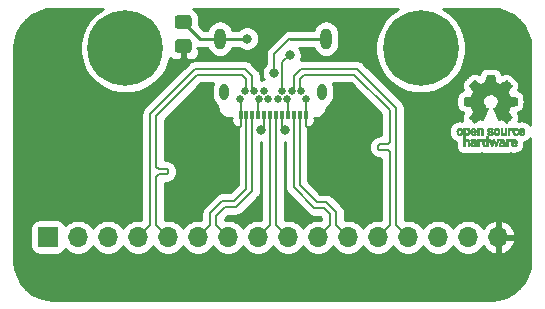
<source format=gbr>
G04 #@! TF.GenerationSoftware,KiCad,Pcbnew,(5.1.5)-3*
G04 #@! TF.CreationDate,2020-05-05T01:34:39+02:00*
G04 #@! TF.ProjectId,USB-C-USB-3.2,5553422d-432d-4555-9342-2d332e322e6b,rev?*
G04 #@! TF.SameCoordinates,Original*
G04 #@! TF.FileFunction,Copper,L1,Top*
G04 #@! TF.FilePolarity,Positive*
%FSLAX46Y46*%
G04 Gerber Fmt 4.6, Leading zero omitted, Abs format (unit mm)*
G04 Created by KiCad (PCBNEW (5.1.5)-3) date 2020-05-05 01:34:39*
%MOMM*%
%LPD*%
G04 APERTURE LIST*
%ADD10C,0.010000*%
%ADD11O,0.800000X1.400000*%
%ADD12R,0.300000X0.800000*%
%ADD13O,0.950000X1.800000*%
%ADD14C,0.650000*%
%ADD15O,1.700000X1.700000*%
%ADD16R,1.700000X1.700000*%
%ADD17C,6.400000*%
%ADD18C,0.800000*%
%ADD19C,0.100000*%
%ADD20C,0.200000*%
%ADD21C,0.250000*%
%ADD22C,0.254000*%
G04 APERTURE END LIST*
D10*
G36*
X101276964Y-63590018D02*
G01*
X101333812Y-63891570D01*
X101753338Y-64064512D01*
X102004984Y-63893395D01*
X102075458Y-63845750D01*
X102139163Y-63803210D01*
X102193126Y-63767715D01*
X102234373Y-63741210D01*
X102259934Y-63725636D01*
X102266895Y-63722278D01*
X102279435Y-63730914D01*
X102306231Y-63754792D01*
X102344280Y-63790859D01*
X102390579Y-63836067D01*
X102442123Y-63887364D01*
X102495909Y-63941701D01*
X102548935Y-63996028D01*
X102598195Y-64047295D01*
X102640687Y-64092451D01*
X102673407Y-64128446D01*
X102693351Y-64152230D01*
X102698119Y-64160190D01*
X102691257Y-64174865D01*
X102672020Y-64207014D01*
X102642430Y-64253492D01*
X102604510Y-64311156D01*
X102560282Y-64376860D01*
X102534654Y-64414336D01*
X102487941Y-64482768D01*
X102446432Y-64544520D01*
X102412140Y-64596519D01*
X102387080Y-64635692D01*
X102373264Y-64658965D01*
X102371188Y-64663855D01*
X102375895Y-64677755D01*
X102388723Y-64710150D01*
X102407738Y-64756485D01*
X102431003Y-64812206D01*
X102456584Y-64872758D01*
X102482545Y-64933586D01*
X102506950Y-64990136D01*
X102527863Y-65037852D01*
X102543349Y-65072181D01*
X102551472Y-65088568D01*
X102551952Y-65089212D01*
X102564707Y-65092341D01*
X102598677Y-65099321D01*
X102650340Y-65109467D01*
X102716176Y-65122092D01*
X102792664Y-65136509D01*
X102837290Y-65144823D01*
X102919021Y-65160384D01*
X102992843Y-65175192D01*
X103055021Y-65188436D01*
X103101822Y-65199305D01*
X103129509Y-65206989D01*
X103135074Y-65209427D01*
X103140526Y-65225930D01*
X103144924Y-65263200D01*
X103148272Y-65316880D01*
X103150574Y-65382612D01*
X103151832Y-65456037D01*
X103152048Y-65532796D01*
X103151227Y-65608532D01*
X103149371Y-65678886D01*
X103146482Y-65739500D01*
X103142565Y-65786016D01*
X103137622Y-65814075D01*
X103134657Y-65819916D01*
X103116934Y-65826917D01*
X103079381Y-65836927D01*
X103026964Y-65848769D01*
X102964652Y-65861267D01*
X102942900Y-65865310D01*
X102838024Y-65884520D01*
X102755180Y-65899991D01*
X102691630Y-65912337D01*
X102644637Y-65922173D01*
X102611463Y-65930114D01*
X102589371Y-65936776D01*
X102575624Y-65942773D01*
X102567484Y-65948719D01*
X102566345Y-65949894D01*
X102554977Y-65968826D01*
X102537635Y-66005669D01*
X102516050Y-66055913D01*
X102491954Y-66115046D01*
X102467079Y-66178556D01*
X102443157Y-66241932D01*
X102421919Y-66300662D01*
X102405097Y-66350235D01*
X102394422Y-66386139D01*
X102391627Y-66403862D01*
X102391860Y-66404483D01*
X102401331Y-66418970D01*
X102422818Y-66450844D01*
X102454063Y-66496789D01*
X102492807Y-66553485D01*
X102536793Y-66617617D01*
X102549319Y-66635842D01*
X102593984Y-66701914D01*
X102633288Y-66762200D01*
X102665088Y-66813235D01*
X102687245Y-66851560D01*
X102697617Y-66873711D01*
X102698119Y-66876432D01*
X102689405Y-66890736D01*
X102665325Y-66919072D01*
X102628976Y-66958396D01*
X102583453Y-67005661D01*
X102531852Y-67057823D01*
X102477267Y-67111835D01*
X102422794Y-67164653D01*
X102371529Y-67213231D01*
X102326567Y-67254523D01*
X102291004Y-67285485D01*
X102267935Y-67303070D01*
X102261554Y-67305941D01*
X102246699Y-67299178D01*
X102216286Y-67280939D01*
X102175268Y-67254297D01*
X102143709Y-67232852D01*
X102086525Y-67193503D01*
X102018806Y-67147171D01*
X101950880Y-67100913D01*
X101914361Y-67076155D01*
X101790752Y-66992547D01*
X101686991Y-67048650D01*
X101639720Y-67073228D01*
X101599523Y-67092331D01*
X101572326Y-67103227D01*
X101565402Y-67104743D01*
X101557077Y-67093549D01*
X101540654Y-67061917D01*
X101517357Y-67012765D01*
X101488414Y-66949010D01*
X101455050Y-66873571D01*
X101418491Y-66789364D01*
X101379964Y-66699308D01*
X101340694Y-66606321D01*
X101301908Y-66513320D01*
X101264830Y-66423223D01*
X101230689Y-66338948D01*
X101200708Y-66263413D01*
X101176116Y-66199534D01*
X101158136Y-66150231D01*
X101147997Y-66118421D01*
X101146366Y-66107496D01*
X101159291Y-66093561D01*
X101187589Y-66070940D01*
X101225346Y-66044333D01*
X101228515Y-66042228D01*
X101326100Y-65964114D01*
X101404786Y-65872982D01*
X101463891Y-65771745D01*
X101502732Y-65663318D01*
X101520628Y-65550614D01*
X101516897Y-65436548D01*
X101490857Y-65324034D01*
X101441825Y-65215985D01*
X101427400Y-65192345D01*
X101352369Y-65096887D01*
X101263730Y-65020232D01*
X101164549Y-64962780D01*
X101057895Y-64924929D01*
X100946836Y-64907078D01*
X100834439Y-64909625D01*
X100723773Y-64932970D01*
X100617906Y-64977510D01*
X100519905Y-65043645D01*
X100489590Y-65070487D01*
X100412438Y-65154512D01*
X100356218Y-65242966D01*
X100317653Y-65342115D01*
X100296174Y-65440303D01*
X100290872Y-65550697D01*
X100308552Y-65661640D01*
X100347419Y-65769381D01*
X100405677Y-65870169D01*
X100481531Y-65960256D01*
X100573183Y-66035892D01*
X100585228Y-66043864D01*
X100623389Y-66069974D01*
X100652399Y-66092595D01*
X100666268Y-66107039D01*
X100666469Y-66107496D01*
X100663492Y-66123121D01*
X100651689Y-66158582D01*
X100632286Y-66210962D01*
X100606512Y-66277345D01*
X100575591Y-66354814D01*
X100540751Y-66440450D01*
X100503217Y-66531337D01*
X100464217Y-66624559D01*
X100424977Y-66717197D01*
X100386724Y-66806335D01*
X100350683Y-66889055D01*
X100318083Y-66962441D01*
X100290148Y-67023575D01*
X100268105Y-67069541D01*
X100253182Y-67097421D01*
X100247172Y-67104743D01*
X100228809Y-67099041D01*
X100194448Y-67083749D01*
X100150016Y-67061599D01*
X100125583Y-67048650D01*
X100021822Y-66992547D01*
X99898213Y-67076155D01*
X99835114Y-67118987D01*
X99766030Y-67166122D01*
X99701293Y-67210503D01*
X99668866Y-67232852D01*
X99623259Y-67263477D01*
X99584640Y-67287747D01*
X99558048Y-67302587D01*
X99549410Y-67305724D01*
X99536839Y-67297261D01*
X99509016Y-67273636D01*
X99468639Y-67237302D01*
X99418405Y-67190711D01*
X99361012Y-67136317D01*
X99324714Y-67101392D01*
X99261210Y-67038996D01*
X99206327Y-66983188D01*
X99162286Y-66936354D01*
X99131305Y-66900882D01*
X99115602Y-66879161D01*
X99114095Y-66874752D01*
X99121086Y-66857985D01*
X99140406Y-66824082D01*
X99169909Y-66776476D01*
X99207455Y-66718599D01*
X99250900Y-66653884D01*
X99263255Y-66635842D01*
X99308273Y-66570267D01*
X99348660Y-66511228D01*
X99382160Y-66462042D01*
X99406514Y-66426028D01*
X99419464Y-66406502D01*
X99420715Y-66404483D01*
X99418844Y-66388922D01*
X99408913Y-66354709D01*
X99392653Y-66306355D01*
X99371795Y-66248371D01*
X99348073Y-66185270D01*
X99323216Y-66121563D01*
X99298958Y-66061761D01*
X99277029Y-66010376D01*
X99259162Y-65971919D01*
X99247087Y-65950902D01*
X99246229Y-65949894D01*
X99238846Y-65943888D01*
X99226375Y-65937948D01*
X99206080Y-65931460D01*
X99175222Y-65923809D01*
X99131066Y-65914380D01*
X99070874Y-65902559D01*
X98991907Y-65887729D01*
X98891430Y-65869277D01*
X98869675Y-65865310D01*
X98805198Y-65852853D01*
X98748989Y-65840666D01*
X98706013Y-65829926D01*
X98681240Y-65821809D01*
X98677918Y-65819916D01*
X98672444Y-65803138D01*
X98667994Y-65765645D01*
X98664572Y-65711794D01*
X98662181Y-65645944D01*
X98660823Y-65572453D01*
X98660501Y-65495680D01*
X98661219Y-65419983D01*
X98662979Y-65349720D01*
X98665784Y-65289250D01*
X98669638Y-65242930D01*
X98674543Y-65215119D01*
X98677500Y-65209427D01*
X98693963Y-65203686D01*
X98731449Y-65194345D01*
X98786225Y-65182215D01*
X98854555Y-65168107D01*
X98932706Y-65152830D01*
X98975284Y-65144823D01*
X99056071Y-65129721D01*
X99128113Y-65116040D01*
X99187889Y-65104467D01*
X99231879Y-65095687D01*
X99256561Y-65090387D01*
X99260623Y-65089212D01*
X99267489Y-65075965D01*
X99282002Y-65044057D01*
X99302229Y-64998047D01*
X99326234Y-64942492D01*
X99352082Y-64881953D01*
X99377840Y-64820986D01*
X99401573Y-64764151D01*
X99421346Y-64716006D01*
X99435224Y-64681110D01*
X99441274Y-64664021D01*
X99441386Y-64663274D01*
X99434528Y-64649793D01*
X99415302Y-64618770D01*
X99385728Y-64573289D01*
X99347827Y-64516432D01*
X99303620Y-64451283D01*
X99277921Y-64413862D01*
X99231093Y-64345247D01*
X99189501Y-64282952D01*
X99155175Y-64230129D01*
X99130143Y-64189927D01*
X99116435Y-64165500D01*
X99114456Y-64160024D01*
X99122966Y-64147278D01*
X99146493Y-64120063D01*
X99182032Y-64081428D01*
X99226577Y-64034423D01*
X99277123Y-63982095D01*
X99330664Y-63927495D01*
X99384195Y-63873670D01*
X99434711Y-63823670D01*
X99479206Y-63780543D01*
X99514675Y-63747339D01*
X99538113Y-63727106D01*
X99545954Y-63722278D01*
X99558720Y-63729067D01*
X99589256Y-63748142D01*
X99634590Y-63777561D01*
X99691756Y-63815381D01*
X99757784Y-63859661D01*
X99807590Y-63893395D01*
X100059236Y-64064512D01*
X100268999Y-63978041D01*
X100478763Y-63891570D01*
X100535611Y-63590018D01*
X100592460Y-63288466D01*
X101220115Y-63288466D01*
X101276964Y-63590018D01*
G37*
X101276964Y-63590018D02*
X101333812Y-63891570D01*
X101753338Y-64064512D01*
X102004984Y-63893395D01*
X102075458Y-63845750D01*
X102139163Y-63803210D01*
X102193126Y-63767715D01*
X102234373Y-63741210D01*
X102259934Y-63725636D01*
X102266895Y-63722278D01*
X102279435Y-63730914D01*
X102306231Y-63754792D01*
X102344280Y-63790859D01*
X102390579Y-63836067D01*
X102442123Y-63887364D01*
X102495909Y-63941701D01*
X102548935Y-63996028D01*
X102598195Y-64047295D01*
X102640687Y-64092451D01*
X102673407Y-64128446D01*
X102693351Y-64152230D01*
X102698119Y-64160190D01*
X102691257Y-64174865D01*
X102672020Y-64207014D01*
X102642430Y-64253492D01*
X102604510Y-64311156D01*
X102560282Y-64376860D01*
X102534654Y-64414336D01*
X102487941Y-64482768D01*
X102446432Y-64544520D01*
X102412140Y-64596519D01*
X102387080Y-64635692D01*
X102373264Y-64658965D01*
X102371188Y-64663855D01*
X102375895Y-64677755D01*
X102388723Y-64710150D01*
X102407738Y-64756485D01*
X102431003Y-64812206D01*
X102456584Y-64872758D01*
X102482545Y-64933586D01*
X102506950Y-64990136D01*
X102527863Y-65037852D01*
X102543349Y-65072181D01*
X102551472Y-65088568D01*
X102551952Y-65089212D01*
X102564707Y-65092341D01*
X102598677Y-65099321D01*
X102650340Y-65109467D01*
X102716176Y-65122092D01*
X102792664Y-65136509D01*
X102837290Y-65144823D01*
X102919021Y-65160384D01*
X102992843Y-65175192D01*
X103055021Y-65188436D01*
X103101822Y-65199305D01*
X103129509Y-65206989D01*
X103135074Y-65209427D01*
X103140526Y-65225930D01*
X103144924Y-65263200D01*
X103148272Y-65316880D01*
X103150574Y-65382612D01*
X103151832Y-65456037D01*
X103152048Y-65532796D01*
X103151227Y-65608532D01*
X103149371Y-65678886D01*
X103146482Y-65739500D01*
X103142565Y-65786016D01*
X103137622Y-65814075D01*
X103134657Y-65819916D01*
X103116934Y-65826917D01*
X103079381Y-65836927D01*
X103026964Y-65848769D01*
X102964652Y-65861267D01*
X102942900Y-65865310D01*
X102838024Y-65884520D01*
X102755180Y-65899991D01*
X102691630Y-65912337D01*
X102644637Y-65922173D01*
X102611463Y-65930114D01*
X102589371Y-65936776D01*
X102575624Y-65942773D01*
X102567484Y-65948719D01*
X102566345Y-65949894D01*
X102554977Y-65968826D01*
X102537635Y-66005669D01*
X102516050Y-66055913D01*
X102491954Y-66115046D01*
X102467079Y-66178556D01*
X102443157Y-66241932D01*
X102421919Y-66300662D01*
X102405097Y-66350235D01*
X102394422Y-66386139D01*
X102391627Y-66403862D01*
X102391860Y-66404483D01*
X102401331Y-66418970D01*
X102422818Y-66450844D01*
X102454063Y-66496789D01*
X102492807Y-66553485D01*
X102536793Y-66617617D01*
X102549319Y-66635842D01*
X102593984Y-66701914D01*
X102633288Y-66762200D01*
X102665088Y-66813235D01*
X102687245Y-66851560D01*
X102697617Y-66873711D01*
X102698119Y-66876432D01*
X102689405Y-66890736D01*
X102665325Y-66919072D01*
X102628976Y-66958396D01*
X102583453Y-67005661D01*
X102531852Y-67057823D01*
X102477267Y-67111835D01*
X102422794Y-67164653D01*
X102371529Y-67213231D01*
X102326567Y-67254523D01*
X102291004Y-67285485D01*
X102267935Y-67303070D01*
X102261554Y-67305941D01*
X102246699Y-67299178D01*
X102216286Y-67280939D01*
X102175268Y-67254297D01*
X102143709Y-67232852D01*
X102086525Y-67193503D01*
X102018806Y-67147171D01*
X101950880Y-67100913D01*
X101914361Y-67076155D01*
X101790752Y-66992547D01*
X101686991Y-67048650D01*
X101639720Y-67073228D01*
X101599523Y-67092331D01*
X101572326Y-67103227D01*
X101565402Y-67104743D01*
X101557077Y-67093549D01*
X101540654Y-67061917D01*
X101517357Y-67012765D01*
X101488414Y-66949010D01*
X101455050Y-66873571D01*
X101418491Y-66789364D01*
X101379964Y-66699308D01*
X101340694Y-66606321D01*
X101301908Y-66513320D01*
X101264830Y-66423223D01*
X101230689Y-66338948D01*
X101200708Y-66263413D01*
X101176116Y-66199534D01*
X101158136Y-66150231D01*
X101147997Y-66118421D01*
X101146366Y-66107496D01*
X101159291Y-66093561D01*
X101187589Y-66070940D01*
X101225346Y-66044333D01*
X101228515Y-66042228D01*
X101326100Y-65964114D01*
X101404786Y-65872982D01*
X101463891Y-65771745D01*
X101502732Y-65663318D01*
X101520628Y-65550614D01*
X101516897Y-65436548D01*
X101490857Y-65324034D01*
X101441825Y-65215985D01*
X101427400Y-65192345D01*
X101352369Y-65096887D01*
X101263730Y-65020232D01*
X101164549Y-64962780D01*
X101057895Y-64924929D01*
X100946836Y-64907078D01*
X100834439Y-64909625D01*
X100723773Y-64932970D01*
X100617906Y-64977510D01*
X100519905Y-65043645D01*
X100489590Y-65070487D01*
X100412438Y-65154512D01*
X100356218Y-65242966D01*
X100317653Y-65342115D01*
X100296174Y-65440303D01*
X100290872Y-65550697D01*
X100308552Y-65661640D01*
X100347419Y-65769381D01*
X100405677Y-65870169D01*
X100481531Y-65960256D01*
X100573183Y-66035892D01*
X100585228Y-66043864D01*
X100623389Y-66069974D01*
X100652399Y-66092595D01*
X100666268Y-66107039D01*
X100666469Y-66107496D01*
X100663492Y-66123121D01*
X100651689Y-66158582D01*
X100632286Y-66210962D01*
X100606512Y-66277345D01*
X100575591Y-66354814D01*
X100540751Y-66440450D01*
X100503217Y-66531337D01*
X100464217Y-66624559D01*
X100424977Y-66717197D01*
X100386724Y-66806335D01*
X100350683Y-66889055D01*
X100318083Y-66962441D01*
X100290148Y-67023575D01*
X100268105Y-67069541D01*
X100253182Y-67097421D01*
X100247172Y-67104743D01*
X100228809Y-67099041D01*
X100194448Y-67083749D01*
X100150016Y-67061599D01*
X100125583Y-67048650D01*
X100021822Y-66992547D01*
X99898213Y-67076155D01*
X99835114Y-67118987D01*
X99766030Y-67166122D01*
X99701293Y-67210503D01*
X99668866Y-67232852D01*
X99623259Y-67263477D01*
X99584640Y-67287747D01*
X99558048Y-67302587D01*
X99549410Y-67305724D01*
X99536839Y-67297261D01*
X99509016Y-67273636D01*
X99468639Y-67237302D01*
X99418405Y-67190711D01*
X99361012Y-67136317D01*
X99324714Y-67101392D01*
X99261210Y-67038996D01*
X99206327Y-66983188D01*
X99162286Y-66936354D01*
X99131305Y-66900882D01*
X99115602Y-66879161D01*
X99114095Y-66874752D01*
X99121086Y-66857985D01*
X99140406Y-66824082D01*
X99169909Y-66776476D01*
X99207455Y-66718599D01*
X99250900Y-66653884D01*
X99263255Y-66635842D01*
X99308273Y-66570267D01*
X99348660Y-66511228D01*
X99382160Y-66462042D01*
X99406514Y-66426028D01*
X99419464Y-66406502D01*
X99420715Y-66404483D01*
X99418844Y-66388922D01*
X99408913Y-66354709D01*
X99392653Y-66306355D01*
X99371795Y-66248371D01*
X99348073Y-66185270D01*
X99323216Y-66121563D01*
X99298958Y-66061761D01*
X99277029Y-66010376D01*
X99259162Y-65971919D01*
X99247087Y-65950902D01*
X99246229Y-65949894D01*
X99238846Y-65943888D01*
X99226375Y-65937948D01*
X99206080Y-65931460D01*
X99175222Y-65923809D01*
X99131066Y-65914380D01*
X99070874Y-65902559D01*
X98991907Y-65887729D01*
X98891430Y-65869277D01*
X98869675Y-65865310D01*
X98805198Y-65852853D01*
X98748989Y-65840666D01*
X98706013Y-65829926D01*
X98681240Y-65821809D01*
X98677918Y-65819916D01*
X98672444Y-65803138D01*
X98667994Y-65765645D01*
X98664572Y-65711794D01*
X98662181Y-65645944D01*
X98660823Y-65572453D01*
X98660501Y-65495680D01*
X98661219Y-65419983D01*
X98662979Y-65349720D01*
X98665784Y-65289250D01*
X98669638Y-65242930D01*
X98674543Y-65215119D01*
X98677500Y-65209427D01*
X98693963Y-65203686D01*
X98731449Y-65194345D01*
X98786225Y-65182215D01*
X98854555Y-65168107D01*
X98932706Y-65152830D01*
X98975284Y-65144823D01*
X99056071Y-65129721D01*
X99128113Y-65116040D01*
X99187889Y-65104467D01*
X99231879Y-65095687D01*
X99256561Y-65090387D01*
X99260623Y-65089212D01*
X99267489Y-65075965D01*
X99282002Y-65044057D01*
X99302229Y-64998047D01*
X99326234Y-64942492D01*
X99352082Y-64881953D01*
X99377840Y-64820986D01*
X99401573Y-64764151D01*
X99421346Y-64716006D01*
X99435224Y-64681110D01*
X99441274Y-64664021D01*
X99441386Y-64663274D01*
X99434528Y-64649793D01*
X99415302Y-64618770D01*
X99385728Y-64573289D01*
X99347827Y-64516432D01*
X99303620Y-64451283D01*
X99277921Y-64413862D01*
X99231093Y-64345247D01*
X99189501Y-64282952D01*
X99155175Y-64230129D01*
X99130143Y-64189927D01*
X99116435Y-64165500D01*
X99114456Y-64160024D01*
X99122966Y-64147278D01*
X99146493Y-64120063D01*
X99182032Y-64081428D01*
X99226577Y-64034423D01*
X99277123Y-63982095D01*
X99330664Y-63927495D01*
X99384195Y-63873670D01*
X99434711Y-63823670D01*
X99479206Y-63780543D01*
X99514675Y-63747339D01*
X99538113Y-63727106D01*
X99545954Y-63722278D01*
X99558720Y-63729067D01*
X99589256Y-63748142D01*
X99634590Y-63777561D01*
X99691756Y-63815381D01*
X99757784Y-63859661D01*
X99807590Y-63893395D01*
X100059236Y-64064512D01*
X100268999Y-63978041D01*
X100478763Y-63891570D01*
X100535611Y-63590018D01*
X100592460Y-63288466D01*
X101220115Y-63288466D01*
X101276964Y-63590018D01*
G36*
X102699460Y-67758030D02*
G01*
X102742711Y-67771245D01*
X102770558Y-67787941D01*
X102779629Y-67801145D01*
X102777132Y-67816797D01*
X102760931Y-67841385D01*
X102747232Y-67858800D01*
X102718992Y-67890283D01*
X102697775Y-67903529D01*
X102679688Y-67902664D01*
X102626035Y-67889010D01*
X102586630Y-67889630D01*
X102554632Y-67905104D01*
X102543890Y-67914161D01*
X102509505Y-67946027D01*
X102509505Y-68362179D01*
X102371188Y-68362179D01*
X102371188Y-67758614D01*
X102440347Y-67758614D01*
X102481869Y-67760256D01*
X102503291Y-67766087D01*
X102509502Y-67777461D01*
X102509505Y-67777798D01*
X102512439Y-67789713D01*
X102525704Y-67788159D01*
X102544084Y-67779563D01*
X102582046Y-67763568D01*
X102612872Y-67753945D01*
X102652536Y-67751478D01*
X102699460Y-67758030D01*
G37*
X102699460Y-67758030D02*
X102742711Y-67771245D01*
X102770558Y-67787941D01*
X102779629Y-67801145D01*
X102777132Y-67816797D01*
X102760931Y-67841385D01*
X102747232Y-67858800D01*
X102718992Y-67890283D01*
X102697775Y-67903529D01*
X102679688Y-67902664D01*
X102626035Y-67889010D01*
X102586630Y-67889630D01*
X102554632Y-67905104D01*
X102543890Y-67914161D01*
X102509505Y-67946027D01*
X102509505Y-68362179D01*
X102371188Y-68362179D01*
X102371188Y-67758614D01*
X102440347Y-67758614D01*
X102481869Y-67760256D01*
X102503291Y-67766087D01*
X102509502Y-67777461D01*
X102509505Y-67777798D01*
X102512439Y-67789713D01*
X102525704Y-67788159D01*
X102544084Y-67779563D01*
X102582046Y-67763568D01*
X102612872Y-67753945D01*
X102652536Y-67751478D01*
X102699460Y-67758030D01*
G36*
X100145988Y-67769002D02*
G01*
X100177283Y-67783950D01*
X100207591Y-67805541D01*
X100230682Y-67830391D01*
X100247500Y-67862087D01*
X100258994Y-67904214D01*
X100266109Y-67960358D01*
X100269793Y-68034106D01*
X100270992Y-68129044D01*
X100271011Y-68138985D01*
X100271287Y-68362179D01*
X100132970Y-68362179D01*
X100132970Y-68156418D01*
X100132872Y-68080189D01*
X100132191Y-68024939D01*
X100130349Y-67986501D01*
X100126767Y-67960706D01*
X100120868Y-67943384D01*
X100112073Y-67930368D01*
X100099820Y-67917507D01*
X100056953Y-67889873D01*
X100010157Y-67884745D01*
X99965576Y-67902217D01*
X99950072Y-67915221D01*
X99938690Y-67927447D01*
X99930519Y-67940540D01*
X99925026Y-67958615D01*
X99921680Y-67985787D01*
X99919949Y-68026170D01*
X99919303Y-68083879D01*
X99919208Y-68154132D01*
X99919208Y-68362179D01*
X99780891Y-68362179D01*
X99780891Y-67758614D01*
X99850050Y-67758614D01*
X99891572Y-67760256D01*
X99912994Y-67766087D01*
X99919205Y-67777461D01*
X99919208Y-67777798D01*
X99922090Y-67788938D01*
X99934801Y-67787674D01*
X99960074Y-67775434D01*
X100017395Y-67757424D01*
X100082963Y-67755421D01*
X100145988Y-67769002D01*
G37*
X100145988Y-67769002D02*
X100177283Y-67783950D01*
X100207591Y-67805541D01*
X100230682Y-67830391D01*
X100247500Y-67862087D01*
X100258994Y-67904214D01*
X100266109Y-67960358D01*
X100269793Y-68034106D01*
X100270992Y-68129044D01*
X100271011Y-68138985D01*
X100271287Y-68362179D01*
X100132970Y-68362179D01*
X100132970Y-68156418D01*
X100132872Y-68080189D01*
X100132191Y-68024939D01*
X100130349Y-67986501D01*
X100126767Y-67960706D01*
X100120868Y-67943384D01*
X100112073Y-67930368D01*
X100099820Y-67917507D01*
X100056953Y-67889873D01*
X100010157Y-67884745D01*
X99965576Y-67902217D01*
X99950072Y-67915221D01*
X99938690Y-67927447D01*
X99930519Y-67940540D01*
X99925026Y-67958615D01*
X99921680Y-67985787D01*
X99919949Y-68026170D01*
X99919303Y-68083879D01*
X99919208Y-68154132D01*
X99919208Y-68362179D01*
X99780891Y-68362179D01*
X99780891Y-67758614D01*
X99850050Y-67758614D01*
X99891572Y-67760256D01*
X99912994Y-67766087D01*
X99919205Y-67777461D01*
X99919208Y-67777798D01*
X99922090Y-67788938D01*
X99934801Y-67787674D01*
X99960074Y-67775434D01*
X100017395Y-67757424D01*
X100082963Y-67755421D01*
X100145988Y-67769002D01*
G36*
X103577898Y-67756457D02*
G01*
X103610096Y-67764279D01*
X103671825Y-67792921D01*
X103724610Y-67836667D01*
X103761141Y-67889117D01*
X103766160Y-67900893D01*
X103773045Y-67931740D01*
X103777864Y-67977371D01*
X103779505Y-68023492D01*
X103779505Y-68110693D01*
X103597178Y-68110693D01*
X103521979Y-68110978D01*
X103469003Y-68112704D01*
X103435325Y-68117181D01*
X103418020Y-68125720D01*
X103414163Y-68139630D01*
X103420829Y-68160222D01*
X103432770Y-68184315D01*
X103466080Y-68224525D01*
X103512368Y-68244558D01*
X103568944Y-68243905D01*
X103633031Y-68222101D01*
X103688417Y-68195193D01*
X103734375Y-68231532D01*
X103780333Y-68267872D01*
X103737096Y-68307819D01*
X103679374Y-68345563D01*
X103608386Y-68368320D01*
X103532029Y-68374688D01*
X103458199Y-68363268D01*
X103446287Y-68359393D01*
X103381399Y-68325506D01*
X103333130Y-68274986D01*
X103300465Y-68206325D01*
X103282385Y-68118014D01*
X103282175Y-68116121D01*
X103280556Y-68019878D01*
X103287100Y-67985542D01*
X103414852Y-67985542D01*
X103426584Y-67990822D01*
X103458438Y-67994867D01*
X103505397Y-67997176D01*
X103535154Y-67997525D01*
X103590648Y-67997306D01*
X103625346Y-67995916D01*
X103643601Y-67992251D01*
X103649766Y-67985210D01*
X103648195Y-67973690D01*
X103646878Y-67969233D01*
X103624382Y-67927355D01*
X103589003Y-67893604D01*
X103557780Y-67878773D01*
X103516301Y-67879668D01*
X103474269Y-67898164D01*
X103439012Y-67928786D01*
X103417854Y-67966062D01*
X103414852Y-67985542D01*
X103287100Y-67985542D01*
X103296690Y-67935229D01*
X103328698Y-67864191D01*
X103374701Y-67808779D01*
X103432821Y-67771009D01*
X103501180Y-67752896D01*
X103577898Y-67756457D01*
G37*
X103577898Y-67756457D02*
X103610096Y-67764279D01*
X103671825Y-67792921D01*
X103724610Y-67836667D01*
X103761141Y-67889117D01*
X103766160Y-67900893D01*
X103773045Y-67931740D01*
X103777864Y-67977371D01*
X103779505Y-68023492D01*
X103779505Y-68110693D01*
X103597178Y-68110693D01*
X103521979Y-68110978D01*
X103469003Y-68112704D01*
X103435325Y-68117181D01*
X103418020Y-68125720D01*
X103414163Y-68139630D01*
X103420829Y-68160222D01*
X103432770Y-68184315D01*
X103466080Y-68224525D01*
X103512368Y-68244558D01*
X103568944Y-68243905D01*
X103633031Y-68222101D01*
X103688417Y-68195193D01*
X103734375Y-68231532D01*
X103780333Y-68267872D01*
X103737096Y-68307819D01*
X103679374Y-68345563D01*
X103608386Y-68368320D01*
X103532029Y-68374688D01*
X103458199Y-68363268D01*
X103446287Y-68359393D01*
X103381399Y-68325506D01*
X103333130Y-68274986D01*
X103300465Y-68206325D01*
X103282385Y-68118014D01*
X103282175Y-68116121D01*
X103280556Y-68019878D01*
X103287100Y-67985542D01*
X103414852Y-67985542D01*
X103426584Y-67990822D01*
X103458438Y-67994867D01*
X103505397Y-67997176D01*
X103535154Y-67997525D01*
X103590648Y-67997306D01*
X103625346Y-67995916D01*
X103643601Y-67992251D01*
X103649766Y-67985210D01*
X103648195Y-67973690D01*
X103646878Y-67969233D01*
X103624382Y-67927355D01*
X103589003Y-67893604D01*
X103557780Y-67878773D01*
X103516301Y-67879668D01*
X103474269Y-67898164D01*
X103439012Y-67928786D01*
X103417854Y-67966062D01*
X103414852Y-67985542D01*
X103287100Y-67985542D01*
X103296690Y-67935229D01*
X103328698Y-67864191D01*
X103374701Y-67808779D01*
X103432821Y-67771009D01*
X103501180Y-67752896D01*
X103577898Y-67756457D01*
G36*
X103117226Y-67763880D02*
G01*
X103190080Y-67794830D01*
X103213027Y-67809895D01*
X103242354Y-67833048D01*
X103260764Y-67851253D01*
X103263961Y-67857183D01*
X103254935Y-67870340D01*
X103231837Y-67892667D01*
X103213344Y-67908250D01*
X103162728Y-67948926D01*
X103122760Y-67915295D01*
X103091874Y-67893584D01*
X103061759Y-67886090D01*
X103027292Y-67887920D01*
X102972561Y-67901528D01*
X102934886Y-67929772D01*
X102911991Y-67975433D01*
X102901597Y-68041289D01*
X102901595Y-68041331D01*
X102902494Y-68114939D01*
X102916463Y-68168946D01*
X102944328Y-68205716D01*
X102963325Y-68218168D01*
X103013776Y-68233673D01*
X103067663Y-68233683D01*
X103114546Y-68218638D01*
X103125644Y-68211287D01*
X103153476Y-68192511D01*
X103175236Y-68189434D01*
X103198704Y-68203409D01*
X103224649Y-68228510D01*
X103265716Y-68270880D01*
X103220121Y-68308464D01*
X103149674Y-68350882D01*
X103070233Y-68371785D01*
X102987215Y-68370272D01*
X102932694Y-68356411D01*
X102868970Y-68322135D01*
X102818005Y-68268212D01*
X102794851Y-68230149D01*
X102776099Y-68175536D01*
X102766715Y-68106369D01*
X102766643Y-68031407D01*
X102775824Y-67959409D01*
X102794199Y-67899137D01*
X102797093Y-67892958D01*
X102839952Y-67832351D01*
X102897979Y-67788224D01*
X102966591Y-67761493D01*
X103041201Y-67753073D01*
X103117226Y-67763880D01*
G37*
X103117226Y-67763880D02*
X103190080Y-67794830D01*
X103213027Y-67809895D01*
X103242354Y-67833048D01*
X103260764Y-67851253D01*
X103263961Y-67857183D01*
X103254935Y-67870340D01*
X103231837Y-67892667D01*
X103213344Y-67908250D01*
X103162728Y-67948926D01*
X103122760Y-67915295D01*
X103091874Y-67893584D01*
X103061759Y-67886090D01*
X103027292Y-67887920D01*
X102972561Y-67901528D01*
X102934886Y-67929772D01*
X102911991Y-67975433D01*
X102901597Y-68041289D01*
X102901595Y-68041331D01*
X102902494Y-68114939D01*
X102916463Y-68168946D01*
X102944328Y-68205716D01*
X102963325Y-68218168D01*
X103013776Y-68233673D01*
X103067663Y-68233683D01*
X103114546Y-68218638D01*
X103125644Y-68211287D01*
X103153476Y-68192511D01*
X103175236Y-68189434D01*
X103198704Y-68203409D01*
X103224649Y-68228510D01*
X103265716Y-68270880D01*
X103220121Y-68308464D01*
X103149674Y-68350882D01*
X103070233Y-68371785D01*
X102987215Y-68370272D01*
X102932694Y-68356411D01*
X102868970Y-68322135D01*
X102818005Y-68268212D01*
X102794851Y-68230149D01*
X102776099Y-68175536D01*
X102766715Y-68106369D01*
X102766643Y-68031407D01*
X102775824Y-67959409D01*
X102794199Y-67899137D01*
X102797093Y-67892958D01*
X102839952Y-67832351D01*
X102897979Y-67788224D01*
X102966591Y-67761493D01*
X103041201Y-67753073D01*
X103117226Y-67763880D01*
G36*
X101893367Y-67954342D02*
G01*
X101894555Y-68046563D01*
X101898897Y-68116610D01*
X101907558Y-68167381D01*
X101921704Y-68201772D01*
X101942500Y-68222679D01*
X101971110Y-68233000D01*
X102006535Y-68235636D01*
X102043636Y-68232682D01*
X102071818Y-68221889D01*
X102092243Y-68200360D01*
X102106079Y-68165199D01*
X102114491Y-68113510D01*
X102118643Y-68042394D01*
X102119703Y-67954342D01*
X102119703Y-67758614D01*
X102258020Y-67758614D01*
X102258020Y-68362179D01*
X102188862Y-68362179D01*
X102147170Y-68360489D01*
X102125701Y-68354556D01*
X102119703Y-68343293D01*
X102116091Y-68333261D01*
X102101714Y-68335383D01*
X102072736Y-68349580D01*
X102006319Y-68371480D01*
X101935875Y-68369928D01*
X101868377Y-68346147D01*
X101836233Y-68327362D01*
X101811715Y-68307022D01*
X101793804Y-68281573D01*
X101781479Y-68247458D01*
X101773723Y-68201121D01*
X101769516Y-68139007D01*
X101767840Y-68057561D01*
X101767624Y-67994578D01*
X101767624Y-67758614D01*
X101893367Y-67758614D01*
X101893367Y-67954342D01*
G37*
X101893367Y-67954342D02*
X101894555Y-68046563D01*
X101898897Y-68116610D01*
X101907558Y-68167381D01*
X101921704Y-68201772D01*
X101942500Y-68222679D01*
X101971110Y-68233000D01*
X102006535Y-68235636D01*
X102043636Y-68232682D01*
X102071818Y-68221889D01*
X102092243Y-68200360D01*
X102106079Y-68165199D01*
X102114491Y-68113510D01*
X102118643Y-68042394D01*
X102119703Y-67954342D01*
X102119703Y-67758614D01*
X102258020Y-67758614D01*
X102258020Y-68362179D01*
X102188862Y-68362179D01*
X102147170Y-68360489D01*
X102125701Y-68354556D01*
X102119703Y-68343293D01*
X102116091Y-68333261D01*
X102101714Y-68335383D01*
X102072736Y-68349580D01*
X102006319Y-68371480D01*
X101935875Y-68369928D01*
X101868377Y-68346147D01*
X101836233Y-68327362D01*
X101811715Y-68307022D01*
X101793804Y-68281573D01*
X101781479Y-68247458D01*
X101773723Y-68201121D01*
X101769516Y-68139007D01*
X101767840Y-68057561D01*
X101767624Y-67994578D01*
X101767624Y-67758614D01*
X101893367Y-67758614D01*
X101893367Y-67954342D01*
G36*
X101510762Y-67766055D02*
G01*
X101574363Y-67800692D01*
X101624123Y-67855372D01*
X101647568Y-67899842D01*
X101657634Y-67939121D01*
X101664156Y-67995116D01*
X101666951Y-68059621D01*
X101665836Y-68124429D01*
X101660626Y-68181334D01*
X101654541Y-68211727D01*
X101634014Y-68253306D01*
X101598463Y-68297468D01*
X101555619Y-68336087D01*
X101513211Y-68361034D01*
X101512177Y-68361430D01*
X101459553Y-68372331D01*
X101397188Y-68372601D01*
X101337924Y-68362676D01*
X101315040Y-68354722D01*
X101256102Y-68321300D01*
X101213890Y-68277511D01*
X101186156Y-68219538D01*
X101170651Y-68143565D01*
X101167143Y-68103771D01*
X101167590Y-68053766D01*
X101302376Y-68053766D01*
X101306917Y-68126732D01*
X101319986Y-68182334D01*
X101340756Y-68217861D01*
X101355552Y-68228020D01*
X101393464Y-68235104D01*
X101438527Y-68233007D01*
X101477487Y-68222812D01*
X101487704Y-68217204D01*
X101514659Y-68184538D01*
X101532451Y-68134545D01*
X101540024Y-68073705D01*
X101536325Y-68008497D01*
X101528057Y-67969253D01*
X101504320Y-67923805D01*
X101466849Y-67895396D01*
X101421720Y-67885573D01*
X101375011Y-67895887D01*
X101339132Y-67921112D01*
X101320277Y-67941925D01*
X101309272Y-67962439D01*
X101304026Y-67990203D01*
X101302449Y-68032762D01*
X101302376Y-68053766D01*
X101167590Y-68053766D01*
X101168094Y-67997580D01*
X101185388Y-67910501D01*
X101219029Y-67842530D01*
X101269018Y-67793664D01*
X101335356Y-67763899D01*
X101349601Y-67760448D01*
X101435210Y-67752345D01*
X101510762Y-67766055D01*
G37*
X101510762Y-67766055D02*
X101574363Y-67800692D01*
X101624123Y-67855372D01*
X101647568Y-67899842D01*
X101657634Y-67939121D01*
X101664156Y-67995116D01*
X101666951Y-68059621D01*
X101665836Y-68124429D01*
X101660626Y-68181334D01*
X101654541Y-68211727D01*
X101634014Y-68253306D01*
X101598463Y-68297468D01*
X101555619Y-68336087D01*
X101513211Y-68361034D01*
X101512177Y-68361430D01*
X101459553Y-68372331D01*
X101397188Y-68372601D01*
X101337924Y-68362676D01*
X101315040Y-68354722D01*
X101256102Y-68321300D01*
X101213890Y-68277511D01*
X101186156Y-68219538D01*
X101170651Y-68143565D01*
X101167143Y-68103771D01*
X101167590Y-68053766D01*
X101302376Y-68053766D01*
X101306917Y-68126732D01*
X101319986Y-68182334D01*
X101340756Y-68217861D01*
X101355552Y-68228020D01*
X101393464Y-68235104D01*
X101438527Y-68233007D01*
X101477487Y-68222812D01*
X101487704Y-68217204D01*
X101514659Y-68184538D01*
X101532451Y-68134545D01*
X101540024Y-68073705D01*
X101536325Y-68008497D01*
X101528057Y-67969253D01*
X101504320Y-67923805D01*
X101466849Y-67895396D01*
X101421720Y-67885573D01*
X101375011Y-67895887D01*
X101339132Y-67921112D01*
X101320277Y-67941925D01*
X101309272Y-67962439D01*
X101304026Y-67990203D01*
X101302449Y-68032762D01*
X101302376Y-68053766D01*
X101167590Y-68053766D01*
X101168094Y-67997580D01*
X101185388Y-67910501D01*
X101219029Y-67842530D01*
X101269018Y-67793664D01*
X101335356Y-67763899D01*
X101349601Y-67760448D01*
X101435210Y-67752345D01*
X101510762Y-67766055D01*
G36*
X100914017Y-67756452D02*
G01*
X100961634Y-67765482D01*
X101011034Y-67784370D01*
X101016312Y-67786777D01*
X101053774Y-67806476D01*
X101079717Y-67824781D01*
X101088103Y-67836508D01*
X101080117Y-67855632D01*
X101060720Y-67883850D01*
X101052110Y-67894384D01*
X101016628Y-67935847D01*
X100970885Y-67908858D01*
X100927350Y-67890878D01*
X100877050Y-67881267D01*
X100828812Y-67880660D01*
X100791467Y-67889691D01*
X100782505Y-67895327D01*
X100765437Y-67921171D01*
X100763363Y-67950941D01*
X100776134Y-67974197D01*
X100783688Y-67978708D01*
X100806325Y-67984309D01*
X100846115Y-67990892D01*
X100895166Y-67997183D01*
X100904215Y-67998170D01*
X100982996Y-68011798D01*
X101040136Y-68034946D01*
X101078030Y-68069752D01*
X101099079Y-68118354D01*
X101105635Y-68177718D01*
X101096577Y-68245198D01*
X101067164Y-68298188D01*
X101017278Y-68336783D01*
X100946800Y-68361081D01*
X100868565Y-68370667D01*
X100804766Y-68370552D01*
X100753016Y-68361845D01*
X100717673Y-68349825D01*
X100673017Y-68328880D01*
X100631747Y-68304574D01*
X100617079Y-68293876D01*
X100579357Y-68263084D01*
X100624852Y-68217049D01*
X100670347Y-68171013D01*
X100722072Y-68205243D01*
X100773952Y-68230952D01*
X100829351Y-68244399D01*
X100882605Y-68245818D01*
X100928049Y-68235443D01*
X100960016Y-68213507D01*
X100970338Y-68194998D01*
X100968789Y-68165314D01*
X100943140Y-68142615D01*
X100893460Y-68126940D01*
X100839031Y-68119695D01*
X100755264Y-68105873D01*
X100693033Y-68079796D01*
X100651507Y-68040699D01*
X100629853Y-67987820D01*
X100626853Y-67925126D01*
X100641671Y-67859642D01*
X100675454Y-67810144D01*
X100728505Y-67776408D01*
X100801126Y-67758207D01*
X100854928Y-67754639D01*
X100914017Y-67756452D01*
G37*
X100914017Y-67756452D02*
X100961634Y-67765482D01*
X101011034Y-67784370D01*
X101016312Y-67786777D01*
X101053774Y-67806476D01*
X101079717Y-67824781D01*
X101088103Y-67836508D01*
X101080117Y-67855632D01*
X101060720Y-67883850D01*
X101052110Y-67894384D01*
X101016628Y-67935847D01*
X100970885Y-67908858D01*
X100927350Y-67890878D01*
X100877050Y-67881267D01*
X100828812Y-67880660D01*
X100791467Y-67889691D01*
X100782505Y-67895327D01*
X100765437Y-67921171D01*
X100763363Y-67950941D01*
X100776134Y-67974197D01*
X100783688Y-67978708D01*
X100806325Y-67984309D01*
X100846115Y-67990892D01*
X100895166Y-67997183D01*
X100904215Y-67998170D01*
X100982996Y-68011798D01*
X101040136Y-68034946D01*
X101078030Y-68069752D01*
X101099079Y-68118354D01*
X101105635Y-68177718D01*
X101096577Y-68245198D01*
X101067164Y-68298188D01*
X101017278Y-68336783D01*
X100946800Y-68361081D01*
X100868565Y-68370667D01*
X100804766Y-68370552D01*
X100753016Y-68361845D01*
X100717673Y-68349825D01*
X100673017Y-68328880D01*
X100631747Y-68304574D01*
X100617079Y-68293876D01*
X100579357Y-68263084D01*
X100624852Y-68217049D01*
X100670347Y-68171013D01*
X100722072Y-68205243D01*
X100773952Y-68230952D01*
X100829351Y-68244399D01*
X100882605Y-68245818D01*
X100928049Y-68235443D01*
X100960016Y-68213507D01*
X100970338Y-68194998D01*
X100968789Y-68165314D01*
X100943140Y-68142615D01*
X100893460Y-68126940D01*
X100839031Y-68119695D01*
X100755264Y-68105873D01*
X100693033Y-68079796D01*
X100651507Y-68040699D01*
X100629853Y-67987820D01*
X100626853Y-67925126D01*
X100641671Y-67859642D01*
X100675454Y-67810144D01*
X100728505Y-67776408D01*
X100801126Y-67758207D01*
X100854928Y-67754639D01*
X100914017Y-67756452D01*
G36*
X99543301Y-67772614D02*
G01*
X99555832Y-67778514D01*
X99599201Y-67810283D01*
X99640210Y-67856646D01*
X99670832Y-67907696D01*
X99679541Y-67931166D01*
X99687488Y-67973091D01*
X99692226Y-68023757D01*
X99692801Y-68044679D01*
X99692871Y-68110693D01*
X99312917Y-68110693D01*
X99321017Y-68145273D01*
X99340896Y-68186170D01*
X99375653Y-68221514D01*
X99417002Y-68244282D01*
X99443351Y-68249010D01*
X99479084Y-68243273D01*
X99521718Y-68228882D01*
X99536201Y-68222262D01*
X99589760Y-68195513D01*
X99635467Y-68230376D01*
X99661842Y-68253955D01*
X99675876Y-68273417D01*
X99676586Y-68279129D01*
X99664049Y-68292973D01*
X99636572Y-68314012D01*
X99611634Y-68330425D01*
X99544336Y-68359930D01*
X99468890Y-68373284D01*
X99394112Y-68369812D01*
X99334505Y-68351663D01*
X99273059Y-68312784D01*
X99229392Y-68261595D01*
X99202074Y-68195367D01*
X99189678Y-68111371D01*
X99188579Y-68072936D01*
X99192978Y-67984861D01*
X99193518Y-67982299D01*
X99319418Y-67982299D01*
X99322885Y-67990558D01*
X99337137Y-67995113D01*
X99366530Y-67997065D01*
X99415425Y-67997517D01*
X99434252Y-67997525D01*
X99491533Y-67996843D01*
X99527859Y-67994364D01*
X99547396Y-67989443D01*
X99554310Y-67981434D01*
X99554555Y-67978862D01*
X99546664Y-67958423D01*
X99526915Y-67929789D01*
X99518425Y-67919763D01*
X99486906Y-67891408D01*
X99454051Y-67880259D01*
X99436349Y-67879327D01*
X99388461Y-67890981D01*
X99348301Y-67922285D01*
X99322827Y-67967752D01*
X99322375Y-67969233D01*
X99319418Y-67982299D01*
X99193518Y-67982299D01*
X99207608Y-67915510D01*
X99233962Y-67860025D01*
X99266193Y-67820639D01*
X99325783Y-67777931D01*
X99395832Y-67755109D01*
X99470339Y-67753046D01*
X99543301Y-67772614D01*
G37*
X99543301Y-67772614D02*
X99555832Y-67778514D01*
X99599201Y-67810283D01*
X99640210Y-67856646D01*
X99670832Y-67907696D01*
X99679541Y-67931166D01*
X99687488Y-67973091D01*
X99692226Y-68023757D01*
X99692801Y-68044679D01*
X99692871Y-68110693D01*
X99312917Y-68110693D01*
X99321017Y-68145273D01*
X99340896Y-68186170D01*
X99375653Y-68221514D01*
X99417002Y-68244282D01*
X99443351Y-68249010D01*
X99479084Y-68243273D01*
X99521718Y-68228882D01*
X99536201Y-68222262D01*
X99589760Y-68195513D01*
X99635467Y-68230376D01*
X99661842Y-68253955D01*
X99675876Y-68273417D01*
X99676586Y-68279129D01*
X99664049Y-68292973D01*
X99636572Y-68314012D01*
X99611634Y-68330425D01*
X99544336Y-68359930D01*
X99468890Y-68373284D01*
X99394112Y-68369812D01*
X99334505Y-68351663D01*
X99273059Y-68312784D01*
X99229392Y-68261595D01*
X99202074Y-68195367D01*
X99189678Y-68111371D01*
X99188579Y-68072936D01*
X99192978Y-67984861D01*
X99193518Y-67982299D01*
X99319418Y-67982299D01*
X99322885Y-67990558D01*
X99337137Y-67995113D01*
X99366530Y-67997065D01*
X99415425Y-67997517D01*
X99434252Y-67997525D01*
X99491533Y-67996843D01*
X99527859Y-67994364D01*
X99547396Y-67989443D01*
X99554310Y-67981434D01*
X99554555Y-67978862D01*
X99546664Y-67958423D01*
X99526915Y-67929789D01*
X99518425Y-67919763D01*
X99486906Y-67891408D01*
X99454051Y-67880259D01*
X99436349Y-67879327D01*
X99388461Y-67890981D01*
X99348301Y-67922285D01*
X99322827Y-67967752D01*
X99322375Y-67969233D01*
X99319418Y-67982299D01*
X99193518Y-67982299D01*
X99207608Y-67915510D01*
X99233962Y-67860025D01*
X99266193Y-67820639D01*
X99325783Y-67777931D01*
X99395832Y-67755109D01*
X99470339Y-67753046D01*
X99543301Y-67772614D01*
G36*
X98361739Y-67765148D02*
G01*
X98427521Y-67794231D01*
X98477460Y-67842793D01*
X98511626Y-67910908D01*
X98530093Y-67998651D01*
X98531417Y-68012351D01*
X98532454Y-68108939D01*
X98519007Y-68193602D01*
X98491892Y-68262221D01*
X98477373Y-68284294D01*
X98426799Y-68331011D01*
X98362391Y-68361268D01*
X98290334Y-68373824D01*
X98216815Y-68367439D01*
X98160928Y-68347772D01*
X98112868Y-68314629D01*
X98073588Y-68271175D01*
X98072908Y-68270158D01*
X98056956Y-68243338D01*
X98046590Y-68216368D01*
X98040312Y-68182332D01*
X98036627Y-68134310D01*
X98035003Y-68094931D01*
X98034328Y-68059219D01*
X98160045Y-68059219D01*
X98161274Y-68094770D01*
X98165734Y-68142094D01*
X98173603Y-68172465D01*
X98187793Y-68194072D01*
X98201083Y-68206694D01*
X98248198Y-68233122D01*
X98297495Y-68236653D01*
X98343407Y-68217639D01*
X98366362Y-68196331D01*
X98382904Y-68174859D01*
X98392579Y-68154313D01*
X98396826Y-68127574D01*
X98397080Y-68087523D01*
X98395772Y-68050638D01*
X98392957Y-67997947D01*
X98388495Y-67963772D01*
X98380452Y-67941480D01*
X98366897Y-67924442D01*
X98356155Y-67914703D01*
X98311223Y-67889123D01*
X98262751Y-67887847D01*
X98222106Y-67902999D01*
X98187433Y-67934642D01*
X98166776Y-67986620D01*
X98160045Y-68059219D01*
X98034328Y-68059219D01*
X98033521Y-68016621D01*
X98036052Y-67958056D01*
X98043638Y-67914007D01*
X98057319Y-67879248D01*
X98078135Y-67848551D01*
X98085853Y-67839436D01*
X98134111Y-67794021D01*
X98185872Y-67767493D01*
X98249172Y-67756379D01*
X98280039Y-67755471D01*
X98361739Y-67765148D01*
G37*
X98361739Y-67765148D02*
X98427521Y-67794231D01*
X98477460Y-67842793D01*
X98511626Y-67910908D01*
X98530093Y-67998651D01*
X98531417Y-68012351D01*
X98532454Y-68108939D01*
X98519007Y-68193602D01*
X98491892Y-68262221D01*
X98477373Y-68284294D01*
X98426799Y-68331011D01*
X98362391Y-68361268D01*
X98290334Y-68373824D01*
X98216815Y-68367439D01*
X98160928Y-68347772D01*
X98112868Y-68314629D01*
X98073588Y-68271175D01*
X98072908Y-68270158D01*
X98056956Y-68243338D01*
X98046590Y-68216368D01*
X98040312Y-68182332D01*
X98036627Y-68134310D01*
X98035003Y-68094931D01*
X98034328Y-68059219D01*
X98160045Y-68059219D01*
X98161274Y-68094770D01*
X98165734Y-68142094D01*
X98173603Y-68172465D01*
X98187793Y-68194072D01*
X98201083Y-68206694D01*
X98248198Y-68233122D01*
X98297495Y-68236653D01*
X98343407Y-68217639D01*
X98366362Y-68196331D01*
X98382904Y-68174859D01*
X98392579Y-68154313D01*
X98396826Y-68127574D01*
X98397080Y-68087523D01*
X98395772Y-68050638D01*
X98392957Y-67997947D01*
X98388495Y-67963772D01*
X98380452Y-67941480D01*
X98366897Y-67924442D01*
X98356155Y-67914703D01*
X98311223Y-67889123D01*
X98262751Y-67887847D01*
X98222106Y-67902999D01*
X98187433Y-67934642D01*
X98166776Y-67986620D01*
X98160045Y-68059219D01*
X98034328Y-68059219D01*
X98033521Y-68016621D01*
X98036052Y-67958056D01*
X98043638Y-67914007D01*
X98057319Y-67879248D01*
X98078135Y-67848551D01*
X98085853Y-67839436D01*
X98134111Y-67794021D01*
X98185872Y-67767493D01*
X98249172Y-67756379D01*
X98280039Y-67755471D01*
X98361739Y-67765148D01*
G36*
X102932581Y-68704970D02*
G01*
X102992685Y-68720597D01*
X103043021Y-68752848D01*
X103067393Y-68776940D01*
X103107345Y-68833895D01*
X103130242Y-68899965D01*
X103138108Y-68981182D01*
X103138148Y-68987748D01*
X103138218Y-69053763D01*
X102758264Y-69053763D01*
X102766363Y-69088342D01*
X102780987Y-69119659D01*
X102806581Y-69152291D01*
X102811935Y-69157500D01*
X102857943Y-69185694D01*
X102910410Y-69190475D01*
X102970803Y-69171926D01*
X102981040Y-69166931D01*
X103012439Y-69151745D01*
X103033470Y-69143094D01*
X103037139Y-69142293D01*
X103049948Y-69150063D01*
X103074378Y-69169072D01*
X103086779Y-69179460D01*
X103112476Y-69203321D01*
X103120915Y-69219077D01*
X103115058Y-69233571D01*
X103111928Y-69237534D01*
X103090725Y-69254879D01*
X103055738Y-69275959D01*
X103031337Y-69288265D01*
X102962072Y-69309946D01*
X102885388Y-69316971D01*
X102812765Y-69308647D01*
X102792426Y-69302686D01*
X102729476Y-69268952D01*
X102682815Y-69217045D01*
X102652173Y-69146459D01*
X102637282Y-69056692D01*
X102635647Y-69009753D01*
X102640421Y-68941413D01*
X102760990Y-68941413D01*
X102772652Y-68946465D01*
X102803998Y-68950429D01*
X102849571Y-68952768D01*
X102880446Y-68953169D01*
X102935981Y-68952783D01*
X102971033Y-68950975D01*
X102990262Y-68946773D01*
X102998330Y-68939203D01*
X102999901Y-68928218D01*
X102989121Y-68894381D01*
X102961980Y-68860940D01*
X102926277Y-68835272D01*
X102890560Y-68824772D01*
X102842048Y-68834086D01*
X102800053Y-68861013D01*
X102770936Y-68899827D01*
X102760990Y-68941413D01*
X102640421Y-68941413D01*
X102642599Y-68910236D01*
X102664055Y-68830949D01*
X102700470Y-68771263D01*
X102752297Y-68730549D01*
X102819990Y-68708179D01*
X102856662Y-68703871D01*
X102932581Y-68704970D01*
G37*
X102932581Y-68704970D02*
X102992685Y-68720597D01*
X103043021Y-68752848D01*
X103067393Y-68776940D01*
X103107345Y-68833895D01*
X103130242Y-68899965D01*
X103138108Y-68981182D01*
X103138148Y-68987748D01*
X103138218Y-69053763D01*
X102758264Y-69053763D01*
X102766363Y-69088342D01*
X102780987Y-69119659D01*
X102806581Y-69152291D01*
X102811935Y-69157500D01*
X102857943Y-69185694D01*
X102910410Y-69190475D01*
X102970803Y-69171926D01*
X102981040Y-69166931D01*
X103012439Y-69151745D01*
X103033470Y-69143094D01*
X103037139Y-69142293D01*
X103049948Y-69150063D01*
X103074378Y-69169072D01*
X103086779Y-69179460D01*
X103112476Y-69203321D01*
X103120915Y-69219077D01*
X103115058Y-69233571D01*
X103111928Y-69237534D01*
X103090725Y-69254879D01*
X103055738Y-69275959D01*
X103031337Y-69288265D01*
X102962072Y-69309946D01*
X102885388Y-69316971D01*
X102812765Y-69308647D01*
X102792426Y-69302686D01*
X102729476Y-69268952D01*
X102682815Y-69217045D01*
X102652173Y-69146459D01*
X102637282Y-69056692D01*
X102635647Y-69009753D01*
X102640421Y-68941413D01*
X102760990Y-68941413D01*
X102772652Y-68946465D01*
X102803998Y-68950429D01*
X102849571Y-68952768D01*
X102880446Y-68953169D01*
X102935981Y-68952783D01*
X102971033Y-68950975D01*
X102990262Y-68946773D01*
X102998330Y-68939203D01*
X102999901Y-68928218D01*
X102989121Y-68894381D01*
X102961980Y-68860940D01*
X102926277Y-68835272D01*
X102890560Y-68824772D01*
X102842048Y-68834086D01*
X102800053Y-68861013D01*
X102770936Y-68899827D01*
X102760990Y-68941413D01*
X102640421Y-68941413D01*
X102642599Y-68910236D01*
X102664055Y-68830949D01*
X102700470Y-68771263D01*
X102752297Y-68730549D01*
X102819990Y-68708179D01*
X102856662Y-68703871D01*
X102932581Y-68704970D01*
G36*
X102535255Y-68701486D02*
G01*
X102583595Y-68711015D01*
X102611114Y-68725125D01*
X102640064Y-68748568D01*
X102598876Y-68800571D01*
X102573482Y-68832064D01*
X102556238Y-68847428D01*
X102539102Y-68849776D01*
X102514027Y-68842217D01*
X102502257Y-68837941D01*
X102454270Y-68831631D01*
X102410324Y-68845156D01*
X102378060Y-68875710D01*
X102372819Y-68885452D01*
X102367112Y-68911258D01*
X102362706Y-68958817D01*
X102359811Y-69024758D01*
X102358631Y-69105710D01*
X102358614Y-69117226D01*
X102358614Y-69317822D01*
X102220297Y-69317822D01*
X102220297Y-68701683D01*
X102289456Y-68701683D01*
X102329333Y-68702725D01*
X102350107Y-68707358D01*
X102357789Y-68717849D01*
X102358614Y-68727745D01*
X102358614Y-68753806D01*
X102391745Y-68727745D01*
X102429735Y-68709965D01*
X102480770Y-68701174D01*
X102535255Y-68701486D01*
G37*
X102535255Y-68701486D02*
X102583595Y-68711015D01*
X102611114Y-68725125D01*
X102640064Y-68748568D01*
X102598876Y-68800571D01*
X102573482Y-68832064D01*
X102556238Y-68847428D01*
X102539102Y-68849776D01*
X102514027Y-68842217D01*
X102502257Y-68837941D01*
X102454270Y-68831631D01*
X102410324Y-68845156D01*
X102378060Y-68875710D01*
X102372819Y-68885452D01*
X102367112Y-68911258D01*
X102362706Y-68958817D01*
X102359811Y-69024758D01*
X102358631Y-69105710D01*
X102358614Y-69117226D01*
X102358614Y-69317822D01*
X102220297Y-69317822D01*
X102220297Y-68701683D01*
X102289456Y-68701683D01*
X102329333Y-68702725D01*
X102350107Y-68707358D01*
X102357789Y-68717849D01*
X102358614Y-68727745D01*
X102358614Y-68753806D01*
X102391745Y-68727745D01*
X102429735Y-68709965D01*
X102480770Y-68701174D01*
X102535255Y-68701486D01*
G36*
X101938411Y-68705417D02*
G01*
X101991411Y-68718290D01*
X102006731Y-68725110D01*
X102036428Y-68742974D01*
X102059220Y-68763093D01*
X102076083Y-68788962D01*
X102087998Y-68824073D01*
X102095942Y-68871920D01*
X102100894Y-68935996D01*
X102103831Y-69019794D01*
X102104947Y-69075768D01*
X102109052Y-69317822D01*
X102038932Y-69317822D01*
X101996393Y-69316038D01*
X101974476Y-69309942D01*
X101968812Y-69299706D01*
X101965821Y-69288637D01*
X101952451Y-69290754D01*
X101934233Y-69299629D01*
X101888624Y-69313233D01*
X101830007Y-69316899D01*
X101768354Y-69310903D01*
X101713638Y-69295521D01*
X101708730Y-69293386D01*
X101658723Y-69258255D01*
X101625756Y-69209419D01*
X101610587Y-69152333D01*
X101611746Y-69131824D01*
X101735508Y-69131824D01*
X101746413Y-69159425D01*
X101778745Y-69179204D01*
X101830910Y-69189819D01*
X101858787Y-69191228D01*
X101905247Y-69187620D01*
X101936129Y-69173597D01*
X101943664Y-69166931D01*
X101964076Y-69130666D01*
X101968812Y-69097773D01*
X101968812Y-69053763D01*
X101907513Y-69053763D01*
X101836256Y-69057395D01*
X101786276Y-69068818D01*
X101754696Y-69088824D01*
X101747626Y-69097743D01*
X101735508Y-69131824D01*
X101611746Y-69131824D01*
X101613971Y-69092456D01*
X101636663Y-69035244D01*
X101667624Y-68996580D01*
X101686376Y-68979864D01*
X101704733Y-68968878D01*
X101728619Y-68962180D01*
X101763957Y-68958326D01*
X101816669Y-68955873D01*
X101837577Y-68955168D01*
X101968812Y-68950879D01*
X101968620Y-68911158D01*
X101963537Y-68869405D01*
X101945162Y-68844158D01*
X101908039Y-68828030D01*
X101907043Y-68827742D01*
X101854410Y-68821400D01*
X101802906Y-68829684D01*
X101764630Y-68849827D01*
X101749272Y-68859773D01*
X101732730Y-68858397D01*
X101707275Y-68843987D01*
X101692328Y-68833817D01*
X101663091Y-68812088D01*
X101644980Y-68795800D01*
X101642074Y-68791137D01*
X101654040Y-68767005D01*
X101689396Y-68738185D01*
X101704753Y-68728461D01*
X101748901Y-68711714D01*
X101808398Y-68702227D01*
X101874487Y-68700095D01*
X101938411Y-68705417D01*
G37*
X101938411Y-68705417D02*
X101991411Y-68718290D01*
X102006731Y-68725110D01*
X102036428Y-68742974D01*
X102059220Y-68763093D01*
X102076083Y-68788962D01*
X102087998Y-68824073D01*
X102095942Y-68871920D01*
X102100894Y-68935996D01*
X102103831Y-69019794D01*
X102104947Y-69075768D01*
X102109052Y-69317822D01*
X102038932Y-69317822D01*
X101996393Y-69316038D01*
X101974476Y-69309942D01*
X101968812Y-69299706D01*
X101965821Y-69288637D01*
X101952451Y-69290754D01*
X101934233Y-69299629D01*
X101888624Y-69313233D01*
X101830007Y-69316899D01*
X101768354Y-69310903D01*
X101713638Y-69295521D01*
X101708730Y-69293386D01*
X101658723Y-69258255D01*
X101625756Y-69209419D01*
X101610587Y-69152333D01*
X101611746Y-69131824D01*
X101735508Y-69131824D01*
X101746413Y-69159425D01*
X101778745Y-69179204D01*
X101830910Y-69189819D01*
X101858787Y-69191228D01*
X101905247Y-69187620D01*
X101936129Y-69173597D01*
X101943664Y-69166931D01*
X101964076Y-69130666D01*
X101968812Y-69097773D01*
X101968812Y-69053763D01*
X101907513Y-69053763D01*
X101836256Y-69057395D01*
X101786276Y-69068818D01*
X101754696Y-69088824D01*
X101747626Y-69097743D01*
X101735508Y-69131824D01*
X101611746Y-69131824D01*
X101613971Y-69092456D01*
X101636663Y-69035244D01*
X101667624Y-68996580D01*
X101686376Y-68979864D01*
X101704733Y-68968878D01*
X101728619Y-68962180D01*
X101763957Y-68958326D01*
X101816669Y-68955873D01*
X101837577Y-68955168D01*
X101968812Y-68950879D01*
X101968620Y-68911158D01*
X101963537Y-68869405D01*
X101945162Y-68844158D01*
X101908039Y-68828030D01*
X101907043Y-68827742D01*
X101854410Y-68821400D01*
X101802906Y-68829684D01*
X101764630Y-68849827D01*
X101749272Y-68859773D01*
X101732730Y-68858397D01*
X101707275Y-68843987D01*
X101692328Y-68833817D01*
X101663091Y-68812088D01*
X101644980Y-68795800D01*
X101642074Y-68791137D01*
X101654040Y-68767005D01*
X101689396Y-68738185D01*
X101704753Y-68728461D01*
X101748901Y-68711714D01*
X101808398Y-68702227D01*
X101874487Y-68700095D01*
X101938411Y-68705417D01*
G36*
X101181524Y-68704237D02*
G01*
X101231255Y-68707971D01*
X101361291Y-69097773D01*
X101381678Y-69028614D01*
X101393946Y-68985874D01*
X101410085Y-68928115D01*
X101427512Y-68864625D01*
X101436726Y-68830570D01*
X101471388Y-68701683D01*
X101614391Y-68701683D01*
X101571646Y-68836857D01*
X101550596Y-68903342D01*
X101525167Y-68983539D01*
X101498610Y-69067193D01*
X101474902Y-69141782D01*
X101420902Y-69311535D01*
X101362598Y-69315328D01*
X101304295Y-69319122D01*
X101272679Y-69214734D01*
X101253182Y-69149889D01*
X101231904Y-69078400D01*
X101213308Y-69015263D01*
X101212574Y-69012750D01*
X101198684Y-68969969D01*
X101186429Y-68940779D01*
X101177846Y-68929741D01*
X101176082Y-68931018D01*
X101169891Y-68948130D01*
X101158128Y-68984787D01*
X101142225Y-69036378D01*
X101123614Y-69098294D01*
X101113543Y-69132352D01*
X101059007Y-69317822D01*
X100943264Y-69317822D01*
X100850737Y-69025471D01*
X100824744Y-68943462D01*
X100801066Y-68868987D01*
X100780820Y-68805544D01*
X100765126Y-68756632D01*
X100755102Y-68725749D01*
X100752055Y-68716726D01*
X100754467Y-68707487D01*
X100773408Y-68703441D01*
X100812823Y-68703846D01*
X100818993Y-68704152D01*
X100892086Y-68707971D01*
X100939957Y-68884010D01*
X100957553Y-68948211D01*
X100973277Y-69004649D01*
X100985746Y-69048422D01*
X100993574Y-69074630D01*
X100995020Y-69078903D01*
X101001014Y-69073990D01*
X101013101Y-69048532D01*
X101029893Y-69005997D01*
X101050003Y-68949850D01*
X101067003Y-68899130D01*
X101131794Y-68700504D01*
X101181524Y-68704237D01*
G37*
X101181524Y-68704237D02*
X101231255Y-68707971D01*
X101361291Y-69097773D01*
X101381678Y-69028614D01*
X101393946Y-68985874D01*
X101410085Y-68928115D01*
X101427512Y-68864625D01*
X101436726Y-68830570D01*
X101471388Y-68701683D01*
X101614391Y-68701683D01*
X101571646Y-68836857D01*
X101550596Y-68903342D01*
X101525167Y-68983539D01*
X101498610Y-69067193D01*
X101474902Y-69141782D01*
X101420902Y-69311535D01*
X101362598Y-69315328D01*
X101304295Y-69319122D01*
X101272679Y-69214734D01*
X101253182Y-69149889D01*
X101231904Y-69078400D01*
X101213308Y-69015263D01*
X101212574Y-69012750D01*
X101198684Y-68969969D01*
X101186429Y-68940779D01*
X101177846Y-68929741D01*
X101176082Y-68931018D01*
X101169891Y-68948130D01*
X101158128Y-68984787D01*
X101142225Y-69036378D01*
X101123614Y-69098294D01*
X101113543Y-69132352D01*
X101059007Y-69317822D01*
X100943264Y-69317822D01*
X100850737Y-69025471D01*
X100824744Y-68943462D01*
X100801066Y-68868987D01*
X100780820Y-68805544D01*
X100765126Y-68756632D01*
X100755102Y-68725749D01*
X100752055Y-68716726D01*
X100754467Y-68707487D01*
X100773408Y-68703441D01*
X100812823Y-68703846D01*
X100818993Y-68704152D01*
X100892086Y-68707971D01*
X100939957Y-68884010D01*
X100957553Y-68948211D01*
X100973277Y-69004649D01*
X100985746Y-69048422D01*
X100993574Y-69074630D01*
X100995020Y-69078903D01*
X101001014Y-69073990D01*
X101013101Y-69048532D01*
X101029893Y-69005997D01*
X101050003Y-68949850D01*
X101067003Y-68899130D01*
X101131794Y-68700504D01*
X101181524Y-68704237D01*
G36*
X100698812Y-69317822D02*
G01*
X100629654Y-69317822D01*
X100589512Y-69316645D01*
X100568606Y-69311772D01*
X100561078Y-69301186D01*
X100560495Y-69294029D01*
X100559226Y-69279676D01*
X100551221Y-69276923D01*
X100530185Y-69285771D01*
X100513827Y-69294029D01*
X100451023Y-69313597D01*
X100382752Y-69314729D01*
X100327248Y-69300135D01*
X100275562Y-69264877D01*
X100236162Y-69212835D01*
X100214587Y-69151450D01*
X100214038Y-69148018D01*
X100210833Y-69110571D01*
X100209239Y-69056813D01*
X100209367Y-69016155D01*
X100346721Y-69016155D01*
X100349903Y-69070194D01*
X100357141Y-69114735D01*
X100366940Y-69139888D01*
X100404011Y-69174260D01*
X100448026Y-69186582D01*
X100493416Y-69176618D01*
X100532203Y-69146895D01*
X100546892Y-69126905D01*
X100555481Y-69103050D01*
X100559504Y-69068230D01*
X100560495Y-69015930D01*
X100558722Y-68964139D01*
X100554037Y-68918634D01*
X100547397Y-68888181D01*
X100546290Y-68885452D01*
X100519509Y-68853000D01*
X100480421Y-68835183D01*
X100436685Y-68832306D01*
X100395962Y-68844674D01*
X100365913Y-68872593D01*
X100362796Y-68878148D01*
X100353039Y-68912022D01*
X100347723Y-68960728D01*
X100346721Y-69016155D01*
X100209367Y-69016155D01*
X100209432Y-68995540D01*
X100210336Y-68962563D01*
X100216486Y-68880981D01*
X100229267Y-68819730D01*
X100250529Y-68774449D01*
X100282122Y-68740779D01*
X100312793Y-68721014D01*
X100355646Y-68707120D01*
X100408944Y-68702354D01*
X100463520Y-68706236D01*
X100510208Y-68718282D01*
X100534876Y-68732693D01*
X100560495Y-68755878D01*
X100560495Y-68462773D01*
X100698812Y-68462773D01*
X100698812Y-69317822D01*
G37*
X100698812Y-69317822D02*
X100629654Y-69317822D01*
X100589512Y-69316645D01*
X100568606Y-69311772D01*
X100561078Y-69301186D01*
X100560495Y-69294029D01*
X100559226Y-69279676D01*
X100551221Y-69276923D01*
X100530185Y-69285771D01*
X100513827Y-69294029D01*
X100451023Y-69313597D01*
X100382752Y-69314729D01*
X100327248Y-69300135D01*
X100275562Y-69264877D01*
X100236162Y-69212835D01*
X100214587Y-69151450D01*
X100214038Y-69148018D01*
X100210833Y-69110571D01*
X100209239Y-69056813D01*
X100209367Y-69016155D01*
X100346721Y-69016155D01*
X100349903Y-69070194D01*
X100357141Y-69114735D01*
X100366940Y-69139888D01*
X100404011Y-69174260D01*
X100448026Y-69186582D01*
X100493416Y-69176618D01*
X100532203Y-69146895D01*
X100546892Y-69126905D01*
X100555481Y-69103050D01*
X100559504Y-69068230D01*
X100560495Y-69015930D01*
X100558722Y-68964139D01*
X100554037Y-68918634D01*
X100547397Y-68888181D01*
X100546290Y-68885452D01*
X100519509Y-68853000D01*
X100480421Y-68835183D01*
X100436685Y-68832306D01*
X100395962Y-68844674D01*
X100365913Y-68872593D01*
X100362796Y-68878148D01*
X100353039Y-68912022D01*
X100347723Y-68960728D01*
X100346721Y-69016155D01*
X100209367Y-69016155D01*
X100209432Y-68995540D01*
X100210336Y-68962563D01*
X100216486Y-68880981D01*
X100229267Y-68819730D01*
X100250529Y-68774449D01*
X100282122Y-68740779D01*
X100312793Y-68721014D01*
X100355646Y-68707120D01*
X100408944Y-68702354D01*
X100463520Y-68706236D01*
X100510208Y-68718282D01*
X100534876Y-68732693D01*
X100560495Y-68755878D01*
X100560495Y-68462773D01*
X100698812Y-68462773D01*
X100698812Y-69317822D01*
G36*
X99906644Y-68703020D02*
G01*
X99925461Y-68708660D01*
X99931527Y-68721053D01*
X99931782Y-68726647D01*
X99932871Y-68742230D01*
X99940368Y-68744676D01*
X99960619Y-68733993D01*
X99972649Y-68726694D01*
X100010600Y-68711063D01*
X100055928Y-68703334D01*
X100103456Y-68702740D01*
X100148005Y-68708513D01*
X100184398Y-68719884D01*
X100207457Y-68736088D01*
X100212004Y-68756355D01*
X100209709Y-68761843D01*
X100192980Y-68784626D01*
X100167037Y-68812647D01*
X100162345Y-68817177D01*
X100137617Y-68838005D01*
X100116282Y-68844735D01*
X100086445Y-68840038D01*
X100074492Y-68836917D01*
X100037295Y-68829421D01*
X100011141Y-68832792D01*
X99989054Y-68844681D01*
X99968822Y-68860635D01*
X99953921Y-68880700D01*
X99943566Y-68908702D01*
X99936971Y-68948467D01*
X99933351Y-69003823D01*
X99931922Y-69078594D01*
X99931782Y-69123740D01*
X99931782Y-69317822D01*
X99806040Y-69317822D01*
X99806040Y-68701683D01*
X99868911Y-68701683D01*
X99906644Y-68703020D01*
G37*
X99906644Y-68703020D02*
X99925461Y-68708660D01*
X99931527Y-68721053D01*
X99931782Y-68726647D01*
X99932871Y-68742230D01*
X99940368Y-68744676D01*
X99960619Y-68733993D01*
X99972649Y-68726694D01*
X100010600Y-68711063D01*
X100055928Y-68703334D01*
X100103456Y-68702740D01*
X100148005Y-68708513D01*
X100184398Y-68719884D01*
X100207457Y-68736088D01*
X100212004Y-68756355D01*
X100209709Y-68761843D01*
X100192980Y-68784626D01*
X100167037Y-68812647D01*
X100162345Y-68817177D01*
X100137617Y-68838005D01*
X100116282Y-68844735D01*
X100086445Y-68840038D01*
X100074492Y-68836917D01*
X100037295Y-68829421D01*
X100011141Y-68832792D01*
X99989054Y-68844681D01*
X99968822Y-68860635D01*
X99953921Y-68880700D01*
X99943566Y-68908702D01*
X99936971Y-68948467D01*
X99933351Y-69003823D01*
X99931922Y-69078594D01*
X99931782Y-69123740D01*
X99931782Y-69317822D01*
X99806040Y-69317822D01*
X99806040Y-68701683D01*
X99868911Y-68701683D01*
X99906644Y-68703020D01*
G36*
X99515790Y-68706555D02*
G01*
X99574945Y-68722339D01*
X99619977Y-68750948D01*
X99651754Y-68788419D01*
X99661634Y-68804411D01*
X99668927Y-68821163D01*
X99674026Y-68842592D01*
X99677321Y-68872616D01*
X99679203Y-68915154D01*
X99680063Y-68974122D01*
X99680293Y-69053440D01*
X99680297Y-69074484D01*
X99680297Y-69317822D01*
X99619941Y-69317822D01*
X99581443Y-69315126D01*
X99552977Y-69308295D01*
X99545845Y-69304083D01*
X99526348Y-69296813D01*
X99506434Y-69304083D01*
X99473647Y-69313160D01*
X99426022Y-69316813D01*
X99373236Y-69315228D01*
X99324964Y-69308589D01*
X99296782Y-69300072D01*
X99242247Y-69265063D01*
X99208165Y-69216479D01*
X99192843Y-69151882D01*
X99192701Y-69150223D01*
X99194045Y-69121566D01*
X99315644Y-69121566D01*
X99326274Y-69154161D01*
X99343590Y-69172505D01*
X99378348Y-69186379D01*
X99424227Y-69191917D01*
X99471012Y-69189191D01*
X99508486Y-69178274D01*
X99518985Y-69171269D01*
X99537332Y-69138904D01*
X99541980Y-69102111D01*
X99541980Y-69053763D01*
X99472418Y-69053763D01*
X99406333Y-69058850D01*
X99356236Y-69073263D01*
X99325071Y-69095729D01*
X99315644Y-69121566D01*
X99194045Y-69121566D01*
X99196013Y-69079647D01*
X99219290Y-69023845D01*
X99263052Y-68981647D01*
X99269101Y-68977808D01*
X99295093Y-68965309D01*
X99327265Y-68957740D01*
X99372240Y-68954061D01*
X99425669Y-68953216D01*
X99541980Y-68953169D01*
X99541980Y-68904411D01*
X99537047Y-68866581D01*
X99524457Y-68841236D01*
X99522983Y-68839887D01*
X99494966Y-68828800D01*
X99452674Y-68824503D01*
X99405936Y-68826615D01*
X99364582Y-68834756D01*
X99340043Y-68846965D01*
X99326747Y-68856746D01*
X99312706Y-68858613D01*
X99293329Y-68850600D01*
X99264024Y-68830739D01*
X99220197Y-68797063D01*
X99216175Y-68793909D01*
X99218236Y-68782236D01*
X99235432Y-68762822D01*
X99261567Y-68741248D01*
X99290448Y-68723096D01*
X99299522Y-68718809D01*
X99332620Y-68710256D01*
X99381120Y-68704155D01*
X99435305Y-68701708D01*
X99437839Y-68701703D01*
X99515790Y-68706555D01*
G37*
X99515790Y-68706555D02*
X99574945Y-68722339D01*
X99619977Y-68750948D01*
X99651754Y-68788419D01*
X99661634Y-68804411D01*
X99668927Y-68821163D01*
X99674026Y-68842592D01*
X99677321Y-68872616D01*
X99679203Y-68915154D01*
X99680063Y-68974122D01*
X99680293Y-69053440D01*
X99680297Y-69074484D01*
X99680297Y-69317822D01*
X99619941Y-69317822D01*
X99581443Y-69315126D01*
X99552977Y-69308295D01*
X99545845Y-69304083D01*
X99526348Y-69296813D01*
X99506434Y-69304083D01*
X99473647Y-69313160D01*
X99426022Y-69316813D01*
X99373236Y-69315228D01*
X99324964Y-69308589D01*
X99296782Y-69300072D01*
X99242247Y-69265063D01*
X99208165Y-69216479D01*
X99192843Y-69151882D01*
X99192701Y-69150223D01*
X99194045Y-69121566D01*
X99315644Y-69121566D01*
X99326274Y-69154161D01*
X99343590Y-69172505D01*
X99378348Y-69186379D01*
X99424227Y-69191917D01*
X99471012Y-69189191D01*
X99508486Y-69178274D01*
X99518985Y-69171269D01*
X99537332Y-69138904D01*
X99541980Y-69102111D01*
X99541980Y-69053763D01*
X99472418Y-69053763D01*
X99406333Y-69058850D01*
X99356236Y-69073263D01*
X99325071Y-69095729D01*
X99315644Y-69121566D01*
X99194045Y-69121566D01*
X99196013Y-69079647D01*
X99219290Y-69023845D01*
X99263052Y-68981647D01*
X99269101Y-68977808D01*
X99295093Y-68965309D01*
X99327265Y-68957740D01*
X99372240Y-68954061D01*
X99425669Y-68953216D01*
X99541980Y-68953169D01*
X99541980Y-68904411D01*
X99537047Y-68866581D01*
X99524457Y-68841236D01*
X99522983Y-68839887D01*
X99494966Y-68828800D01*
X99452674Y-68824503D01*
X99405936Y-68826615D01*
X99364582Y-68834756D01*
X99340043Y-68846965D01*
X99326747Y-68856746D01*
X99312706Y-68858613D01*
X99293329Y-68850600D01*
X99264024Y-68830739D01*
X99220197Y-68797063D01*
X99216175Y-68793909D01*
X99218236Y-68782236D01*
X99235432Y-68762822D01*
X99261567Y-68741248D01*
X99290448Y-68723096D01*
X99299522Y-68718809D01*
X99332620Y-68710256D01*
X99381120Y-68704155D01*
X99435305Y-68701708D01*
X99437839Y-68701703D01*
X99515790Y-68706555D01*
G36*
X98991241Y-67769184D02*
G01*
X99017753Y-67782282D01*
X99050447Y-67805106D01*
X99074275Y-67829996D01*
X99090594Y-67861249D01*
X99100760Y-67903166D01*
X99106128Y-67960044D01*
X99108056Y-68036184D01*
X99108169Y-68068917D01*
X99107839Y-68140656D01*
X99106473Y-68191927D01*
X99103500Y-68227404D01*
X99098351Y-68251763D01*
X99090457Y-68269680D01*
X99082243Y-68281902D01*
X99029813Y-68333905D01*
X98968070Y-68365184D01*
X98901464Y-68374592D01*
X98834442Y-68360980D01*
X98813208Y-68351354D01*
X98762376Y-68324859D01*
X98762376Y-68740052D01*
X98799475Y-68720868D01*
X98848357Y-68706025D01*
X98908439Y-68702222D01*
X98968436Y-68709243D01*
X99013744Y-68725013D01*
X99051325Y-68755047D01*
X99083436Y-68798024D01*
X99085850Y-68802436D01*
X99096033Y-68823221D01*
X99103470Y-68844170D01*
X99108589Y-68869548D01*
X99111819Y-68903618D01*
X99113587Y-68950641D01*
X99114323Y-69014882D01*
X99114456Y-69087176D01*
X99114456Y-69317822D01*
X98976139Y-69317822D01*
X98976139Y-68892533D01*
X98937451Y-68859979D01*
X98897262Y-68833940D01*
X98859203Y-68829205D01*
X98820934Y-68841389D01*
X98800538Y-68853320D01*
X98785358Y-68870313D01*
X98774562Y-68895995D01*
X98767317Y-68933991D01*
X98762792Y-68987926D01*
X98760156Y-69061425D01*
X98759228Y-69110347D01*
X98756089Y-69311535D01*
X98690074Y-69315336D01*
X98624060Y-69319136D01*
X98624060Y-68070650D01*
X98762376Y-68070650D01*
X98765903Y-68140254D01*
X98777785Y-68188569D01*
X98799980Y-68218631D01*
X98834441Y-68233471D01*
X98869258Y-68236436D01*
X98908671Y-68233028D01*
X98934829Y-68219617D01*
X98951186Y-68201896D01*
X98964063Y-68182835D01*
X98971728Y-68161601D01*
X98975139Y-68131849D01*
X98975251Y-68087236D01*
X98974103Y-68049880D01*
X98971468Y-67993604D01*
X98967544Y-67956658D01*
X98960937Y-67933223D01*
X98950251Y-67917480D01*
X98940167Y-67908380D01*
X98898030Y-67888537D01*
X98848160Y-67885332D01*
X98819524Y-67892168D01*
X98791172Y-67916464D01*
X98772391Y-67963728D01*
X98763288Y-68033624D01*
X98762376Y-68070650D01*
X98624060Y-68070650D01*
X98624060Y-67758614D01*
X98693218Y-67758614D01*
X98734740Y-67760256D01*
X98756162Y-67766087D01*
X98762374Y-67777461D01*
X98762376Y-67777798D01*
X98765258Y-67788938D01*
X98777970Y-67787673D01*
X98803243Y-67775433D01*
X98862131Y-67756707D01*
X98928385Y-67754739D01*
X98991241Y-67769184D01*
G37*
X98991241Y-67769184D02*
X99017753Y-67782282D01*
X99050447Y-67805106D01*
X99074275Y-67829996D01*
X99090594Y-67861249D01*
X99100760Y-67903166D01*
X99106128Y-67960044D01*
X99108056Y-68036184D01*
X99108169Y-68068917D01*
X99107839Y-68140656D01*
X99106473Y-68191927D01*
X99103500Y-68227404D01*
X99098351Y-68251763D01*
X99090457Y-68269680D01*
X99082243Y-68281902D01*
X99029813Y-68333905D01*
X98968070Y-68365184D01*
X98901464Y-68374592D01*
X98834442Y-68360980D01*
X98813208Y-68351354D01*
X98762376Y-68324859D01*
X98762376Y-68740052D01*
X98799475Y-68720868D01*
X98848357Y-68706025D01*
X98908439Y-68702222D01*
X98968436Y-68709243D01*
X99013744Y-68725013D01*
X99051325Y-68755047D01*
X99083436Y-68798024D01*
X99085850Y-68802436D01*
X99096033Y-68823221D01*
X99103470Y-68844170D01*
X99108589Y-68869548D01*
X99111819Y-68903618D01*
X99113587Y-68950641D01*
X99114323Y-69014882D01*
X99114456Y-69087176D01*
X99114456Y-69317822D01*
X98976139Y-69317822D01*
X98976139Y-68892533D01*
X98937451Y-68859979D01*
X98897262Y-68833940D01*
X98859203Y-68829205D01*
X98820934Y-68841389D01*
X98800538Y-68853320D01*
X98785358Y-68870313D01*
X98774562Y-68895995D01*
X98767317Y-68933991D01*
X98762792Y-68987926D01*
X98760156Y-69061425D01*
X98759228Y-69110347D01*
X98756089Y-69311535D01*
X98690074Y-69315336D01*
X98624060Y-69319136D01*
X98624060Y-68070650D01*
X98762376Y-68070650D01*
X98765903Y-68140254D01*
X98777785Y-68188569D01*
X98799980Y-68218631D01*
X98834441Y-68233471D01*
X98869258Y-68236436D01*
X98908671Y-68233028D01*
X98934829Y-68219617D01*
X98951186Y-68201896D01*
X98964063Y-68182835D01*
X98971728Y-68161601D01*
X98975139Y-68131849D01*
X98975251Y-68087236D01*
X98974103Y-68049880D01*
X98971468Y-67993604D01*
X98967544Y-67956658D01*
X98960937Y-67933223D01*
X98950251Y-67917480D01*
X98940167Y-67908380D01*
X98898030Y-67888537D01*
X98848160Y-67885332D01*
X98819524Y-67892168D01*
X98791172Y-67916464D01*
X98772391Y-67963728D01*
X98763288Y-68033624D01*
X98762376Y-68070650D01*
X98624060Y-68070650D01*
X98624060Y-67758614D01*
X98693218Y-67758614D01*
X98734740Y-67760256D01*
X98756162Y-67766087D01*
X98762374Y-67777461D01*
X98762376Y-67777798D01*
X98765258Y-67788938D01*
X98777970Y-67787673D01*
X98803243Y-67775433D01*
X98862131Y-67756707D01*
X98928385Y-67754739D01*
X98991241Y-67769184D01*
D11*
X86630000Y-64710000D03*
D12*
X85250000Y-66670000D03*
X84750000Y-66670000D03*
X84250000Y-66670000D03*
X83750000Y-66670000D03*
X83250000Y-66670000D03*
X82750000Y-66670000D03*
X82250000Y-66670000D03*
X79750000Y-66670000D03*
X80750000Y-66670000D03*
X81250000Y-66670000D03*
X81750000Y-66670000D03*
X80250000Y-66670000D03*
D11*
X78370000Y-64710000D03*
D13*
X78010000Y-60200000D03*
X86990000Y-60200000D03*
D14*
X79700000Y-65310000D03*
X81300000Y-65310000D03*
X82100000Y-65310000D03*
X82900000Y-65310000D03*
X83700000Y-65310000D03*
X85300000Y-65310000D03*
X80100000Y-64610000D03*
X80900000Y-64610000D03*
X81700000Y-64610000D03*
X83300000Y-64610000D03*
X84100000Y-64610000D03*
X84900000Y-64610000D03*
D15*
X101550000Y-77000000D03*
X99010000Y-77000000D03*
X96470000Y-77000000D03*
X93930000Y-77000000D03*
X91390000Y-77000000D03*
X88850000Y-77000000D03*
X86310000Y-77000000D03*
X83770000Y-77000000D03*
X81230000Y-77000000D03*
X78690000Y-77000000D03*
X76150000Y-77000000D03*
X73610000Y-77000000D03*
X71070000Y-77000000D03*
X68530000Y-77000000D03*
X65990000Y-77000000D03*
D16*
X63450000Y-77000000D03*
D17*
X95000000Y-61000000D03*
D18*
X71697056Y-59302944D03*
X70000000Y-58600000D03*
X68302944Y-59302944D03*
X67600000Y-61000000D03*
X68302944Y-62697056D03*
X70000000Y-63400000D03*
X71697056Y-62697056D03*
X72400000Y-61000000D03*
D17*
X70000000Y-61000000D03*
G04 #@! TA.AperFunction,SMDPad,CuDef*
D19*
G36*
X75374505Y-58201204D02*
G01*
X75398773Y-58204804D01*
X75422572Y-58210765D01*
X75445671Y-58219030D01*
X75467850Y-58229520D01*
X75488893Y-58242132D01*
X75508599Y-58256747D01*
X75526777Y-58273223D01*
X75543253Y-58291401D01*
X75557868Y-58311107D01*
X75570480Y-58332150D01*
X75580970Y-58354329D01*
X75589235Y-58377428D01*
X75595196Y-58401227D01*
X75598796Y-58425495D01*
X75600000Y-58449999D01*
X75600000Y-59100001D01*
X75598796Y-59124505D01*
X75595196Y-59148773D01*
X75589235Y-59172572D01*
X75580970Y-59195671D01*
X75570480Y-59217850D01*
X75557868Y-59238893D01*
X75543253Y-59258599D01*
X75526777Y-59276777D01*
X75508599Y-59293253D01*
X75488893Y-59307868D01*
X75467850Y-59320480D01*
X75445671Y-59330970D01*
X75422572Y-59339235D01*
X75398773Y-59345196D01*
X75374505Y-59348796D01*
X75350001Y-59350000D01*
X74449999Y-59350000D01*
X74425495Y-59348796D01*
X74401227Y-59345196D01*
X74377428Y-59339235D01*
X74354329Y-59330970D01*
X74332150Y-59320480D01*
X74311107Y-59307868D01*
X74291401Y-59293253D01*
X74273223Y-59276777D01*
X74256747Y-59258599D01*
X74242132Y-59238893D01*
X74229520Y-59217850D01*
X74219030Y-59195671D01*
X74210765Y-59172572D01*
X74204804Y-59148773D01*
X74201204Y-59124505D01*
X74200000Y-59100001D01*
X74200000Y-58449999D01*
X74201204Y-58425495D01*
X74204804Y-58401227D01*
X74210765Y-58377428D01*
X74219030Y-58354329D01*
X74229520Y-58332150D01*
X74242132Y-58311107D01*
X74256747Y-58291401D01*
X74273223Y-58273223D01*
X74291401Y-58256747D01*
X74311107Y-58242132D01*
X74332150Y-58229520D01*
X74354329Y-58219030D01*
X74377428Y-58210765D01*
X74401227Y-58204804D01*
X74425495Y-58201204D01*
X74449999Y-58200000D01*
X75350001Y-58200000D01*
X75374505Y-58201204D01*
G37*
G04 #@! TD.AperFunction*
G04 #@! TA.AperFunction,SMDPad,CuDef*
G36*
X75374505Y-60251204D02*
G01*
X75398773Y-60254804D01*
X75422572Y-60260765D01*
X75445671Y-60269030D01*
X75467850Y-60279520D01*
X75488893Y-60292132D01*
X75508599Y-60306747D01*
X75526777Y-60323223D01*
X75543253Y-60341401D01*
X75557868Y-60361107D01*
X75570480Y-60382150D01*
X75580970Y-60404329D01*
X75589235Y-60427428D01*
X75595196Y-60451227D01*
X75598796Y-60475495D01*
X75600000Y-60499999D01*
X75600000Y-61150001D01*
X75598796Y-61174505D01*
X75595196Y-61198773D01*
X75589235Y-61222572D01*
X75580970Y-61245671D01*
X75570480Y-61267850D01*
X75557868Y-61288893D01*
X75543253Y-61308599D01*
X75526777Y-61326777D01*
X75508599Y-61343253D01*
X75488893Y-61357868D01*
X75467850Y-61370480D01*
X75445671Y-61380970D01*
X75422572Y-61389235D01*
X75398773Y-61395196D01*
X75374505Y-61398796D01*
X75350001Y-61400000D01*
X74449999Y-61400000D01*
X74425495Y-61398796D01*
X74401227Y-61395196D01*
X74377428Y-61389235D01*
X74354329Y-61380970D01*
X74332150Y-61370480D01*
X74311107Y-61357868D01*
X74291401Y-61343253D01*
X74273223Y-61326777D01*
X74256747Y-61308599D01*
X74242132Y-61288893D01*
X74229520Y-61267850D01*
X74219030Y-61245671D01*
X74210765Y-61222572D01*
X74204804Y-61198773D01*
X74201204Y-61174505D01*
X74200000Y-61150001D01*
X74200000Y-60499999D01*
X74201204Y-60475495D01*
X74204804Y-60451227D01*
X74210765Y-60427428D01*
X74219030Y-60404329D01*
X74229520Y-60382150D01*
X74242132Y-60361107D01*
X74256747Y-60341401D01*
X74273223Y-60323223D01*
X74291401Y-60306747D01*
X74311107Y-60292132D01*
X74332150Y-60279520D01*
X74354329Y-60269030D01*
X74377428Y-60260765D01*
X74401227Y-60254804D01*
X74425495Y-60251204D01*
X74449999Y-60250000D01*
X75350001Y-60250000D01*
X75374505Y-60251204D01*
G37*
G04 #@! TD.AperFunction*
D18*
X85900000Y-68700000D03*
X80780000Y-74740000D03*
X84100000Y-74700000D03*
X75000000Y-74700000D03*
X90000000Y-74600000D03*
X70900000Y-74700000D03*
X94700000Y-74600000D03*
X82600000Y-63100000D03*
X80300000Y-60190000D03*
X83900000Y-61600000D03*
X83500000Y-67900000D03*
X81500000Y-67900000D03*
D20*
X81250000Y-65360000D02*
X81300000Y-65310000D01*
X81250000Y-66620000D02*
X81250000Y-65360000D01*
X83750000Y-65360000D02*
X83700000Y-65310000D01*
X83750000Y-66620000D02*
X83750000Y-65360000D01*
X79750000Y-66620000D02*
X79750000Y-67580000D01*
X79750000Y-67580000D02*
X79570000Y-67760000D01*
X79750000Y-65360000D02*
X79700000Y-65310000D01*
X79750000Y-66620000D02*
X79750000Y-65360000D01*
X85250000Y-65360000D02*
X85300000Y-65310000D01*
X85250000Y-66620000D02*
X85250000Y-65360000D01*
X85250000Y-66620000D02*
X85250000Y-67560000D01*
X85250000Y-67560000D02*
X85530000Y-67840000D01*
X85530000Y-68330000D02*
X85900000Y-68700000D01*
X85530000Y-67840000D02*
X85530000Y-68330000D01*
X82600000Y-63100000D02*
X82600000Y-61500000D01*
D21*
X83950000Y-60200000D02*
X86990000Y-60200000D01*
D20*
X82600000Y-61500000D02*
X83925000Y-60175000D01*
D21*
X76325000Y-60200000D02*
X74900000Y-58775000D01*
X78010000Y-60200000D02*
X76325000Y-60200000D01*
X80290000Y-60200000D02*
X80300000Y-60190000D01*
X78010000Y-60200000D02*
X80290000Y-60200000D01*
D20*
X83300000Y-64610000D02*
X83300000Y-64150381D01*
X83300000Y-64150381D02*
X83300000Y-62500000D01*
X83300000Y-62200000D02*
X83900000Y-61600000D01*
X83300000Y-62500000D02*
X83300000Y-62200000D01*
X92910000Y-75980000D02*
X93930000Y-77000000D01*
X84896446Y-62750000D02*
X89603554Y-62750000D01*
X84250000Y-63396446D02*
X84896446Y-62750000D01*
X89603554Y-62750000D02*
X92910000Y-66056446D01*
X92910000Y-66056446D02*
X92910000Y-75980000D01*
X84250000Y-64460000D02*
X84250000Y-63396446D01*
X84100000Y-64610000D02*
X84250000Y-64460000D01*
X92410000Y-69870000D02*
X92410000Y-75980000D01*
X92385242Y-69761529D02*
X92403731Y-69814369D01*
X92315872Y-69674542D02*
X92355457Y-69714127D01*
X92268470Y-69644757D02*
X92315872Y-69674542D01*
X91559684Y-69613731D02*
X91615315Y-69620000D01*
X91506844Y-69595242D02*
X91559684Y-69613731D01*
X91390072Y-69478470D02*
X91419857Y-69525872D01*
X91365315Y-69370000D02*
X91371583Y-69425630D01*
X91615315Y-69620000D02*
X92160000Y-69620000D01*
X91371583Y-69314369D02*
X91365315Y-69370000D01*
X92160000Y-69120000D02*
X91615315Y-69120000D01*
X85103554Y-63250000D02*
X89396446Y-63250000D01*
X91390072Y-69261529D02*
X91371583Y-69314369D01*
X92215630Y-69626268D02*
X92268470Y-69644757D01*
X91459442Y-69565457D02*
X91506844Y-69595242D01*
X91459442Y-69174542D02*
X91419857Y-69214127D01*
X91559684Y-69126268D02*
X91506844Y-69144757D01*
X92215630Y-69113731D02*
X92160000Y-69120000D01*
X89396446Y-63250000D02*
X92410000Y-66263554D01*
X91419857Y-69214127D02*
X91390072Y-69261529D01*
X92355457Y-69714127D02*
X92385242Y-69761529D01*
X92403731Y-68925630D02*
X92385242Y-68978470D01*
X92410000Y-66263554D02*
X92410000Y-68870000D01*
X92410000Y-75980000D02*
X91390000Y-77000000D01*
X91371583Y-69425630D02*
X91390072Y-69478470D01*
X92268470Y-69095242D02*
X92215630Y-69113731D01*
X92315872Y-69065457D02*
X92268470Y-69095242D01*
X91419857Y-69525872D02*
X91459442Y-69565457D01*
X92355457Y-69025872D02*
X92315872Y-69065457D01*
X91615315Y-69120000D02*
X91559684Y-69126268D01*
X92403731Y-69814369D02*
X92410000Y-69870000D01*
X84750000Y-64460000D02*
X84750000Y-63603554D01*
X91506844Y-69144757D02*
X91459442Y-69174542D01*
X92385242Y-68978470D02*
X92355457Y-69025872D01*
X92410000Y-68870000D02*
X92403731Y-68925630D01*
X84750000Y-63603554D02*
X85103554Y-63250000D01*
X92160000Y-69620000D02*
X92215630Y-69626268D01*
X84900000Y-64610000D02*
X84750000Y-64460000D01*
X87830000Y-74876446D02*
X87830000Y-75980000D01*
X87003554Y-74050000D02*
X87830000Y-74876446D01*
X86203554Y-74050000D02*
X87003554Y-74050000D01*
X84750000Y-72596446D02*
X86203554Y-74050000D01*
X87830000Y-75980000D02*
X88850000Y-77000000D01*
X84750000Y-66620000D02*
X84750000Y-72596446D01*
X84250000Y-66620000D02*
X84250000Y-72803554D01*
X87330000Y-75083554D02*
X87330000Y-75980000D01*
X87330000Y-75980000D02*
X86310000Y-77000000D01*
X86796446Y-74550000D02*
X87330000Y-75083554D01*
X85996446Y-74550000D02*
X86796446Y-74550000D01*
X84250000Y-72803554D02*
X85996446Y-74550000D01*
X82750000Y-75980000D02*
X82750000Y-69425246D01*
X82750000Y-69425246D02*
X82750000Y-66620000D01*
X83770000Y-77000000D02*
X82750000Y-75980000D01*
X82250000Y-75980000D02*
X81230000Y-77000000D01*
X82250000Y-66620000D02*
X82250000Y-75980000D01*
X77670000Y-75183554D02*
X77670000Y-75980000D01*
X78403554Y-74450000D02*
X77670000Y-75183554D01*
X79403554Y-74450000D02*
X78403554Y-74450000D01*
X80750000Y-73103554D02*
X79403554Y-74450000D01*
X77670000Y-75980000D02*
X78690000Y-77000000D01*
X80750000Y-66620000D02*
X80750000Y-73103554D01*
X77170000Y-75980000D02*
X76150000Y-77000000D01*
X77170000Y-74976446D02*
X77170000Y-75980000D01*
X78196446Y-73950000D02*
X77170000Y-74976446D01*
X79196446Y-73950000D02*
X78196446Y-73950000D01*
X80250000Y-72896446D02*
X79196446Y-73950000D01*
X80250000Y-66620000D02*
X80250000Y-72896446D01*
X80250000Y-64460000D02*
X80100000Y-64610000D01*
X80250000Y-63603554D02*
X80250000Y-64460000D01*
X79896446Y-63250000D02*
X80250000Y-63603554D01*
X72590000Y-66763554D02*
X76103554Y-63250000D01*
X72590000Y-70950000D02*
X72590000Y-66763554D01*
X72614757Y-71058470D02*
X72596268Y-71005630D01*
X72684127Y-71145457D02*
X72644542Y-71105872D01*
X72784369Y-71193731D02*
X72731529Y-71175242D01*
X73440315Y-71206268D02*
X73384685Y-71200000D01*
X72644542Y-71794127D02*
X72684127Y-71754542D01*
X73493155Y-71675242D02*
X73540557Y-71645457D01*
X73540557Y-71254542D02*
X73493155Y-71224757D01*
X72684127Y-71754542D02*
X72731529Y-71724757D01*
X73609927Y-71341529D02*
X73580142Y-71294127D01*
X73580142Y-71605872D02*
X73609927Y-71558470D01*
X73628416Y-71394369D02*
X73609927Y-71341529D01*
X73634685Y-71450000D02*
X73628416Y-71394369D01*
X72596268Y-71005630D02*
X72590000Y-70950000D01*
X72840000Y-71200000D02*
X72784369Y-71193731D01*
X73628416Y-71505630D02*
X73634685Y-71450000D01*
X73609927Y-71558470D02*
X73628416Y-71505630D01*
X72644542Y-71105872D02*
X72614757Y-71058470D01*
X72590000Y-71950000D02*
X72596268Y-71894369D01*
X73540557Y-71645457D02*
X73580142Y-71605872D01*
X72731529Y-71175242D02*
X72684127Y-71145457D01*
X73440315Y-71693731D02*
X73493155Y-71675242D01*
X73384685Y-71200000D02*
X72840000Y-71200000D01*
X72784369Y-71706268D02*
X72840000Y-71700000D01*
X76103554Y-63250000D02*
X79896446Y-63250000D01*
X72596268Y-71894369D02*
X72614757Y-71841529D01*
X73384685Y-71700000D02*
X73440315Y-71693731D01*
X73493155Y-71224757D02*
X73440315Y-71206268D01*
X73580142Y-71294127D02*
X73540557Y-71254542D01*
X72614757Y-71841529D02*
X72644542Y-71794127D01*
X72840000Y-71700000D02*
X73384685Y-71700000D01*
X72731529Y-71724757D02*
X72784369Y-71706268D01*
X72590000Y-75980000D02*
X72590000Y-71950000D01*
X73610000Y-77000000D02*
X72590000Y-75980000D01*
X72090000Y-75980000D02*
X71070000Y-77000000D01*
X72090000Y-66556446D02*
X72090000Y-75980000D01*
X80750000Y-64460000D02*
X80750000Y-63396446D01*
X80750000Y-63396446D02*
X80103554Y-62750000D01*
X75896446Y-62750000D02*
X72090000Y-66556446D01*
X80103554Y-62750000D02*
X75896446Y-62750000D01*
X80900000Y-64610000D02*
X80750000Y-64460000D01*
X83250000Y-67650000D02*
X83500000Y-67900000D01*
X83250000Y-66620000D02*
X83250000Y-67650000D01*
X81750000Y-67650000D02*
X81500000Y-67900000D01*
X81750000Y-66620000D02*
X81750000Y-67650000D01*
D22*
G36*
X67555330Y-58021161D02*
G01*
X67021161Y-58555330D01*
X66601467Y-59183446D01*
X66312377Y-59881372D01*
X66165000Y-60622285D01*
X66165000Y-61377715D01*
X66312377Y-62118628D01*
X66601467Y-62816554D01*
X67021161Y-63444670D01*
X67555330Y-63978839D01*
X68183446Y-64398533D01*
X68881372Y-64687623D01*
X69622285Y-64835000D01*
X70377715Y-64835000D01*
X71118628Y-64687623D01*
X71816554Y-64398533D01*
X72444670Y-63978839D01*
X72978839Y-63444670D01*
X73398533Y-62816554D01*
X73687623Y-62118628D01*
X73742380Y-61843344D01*
X73748815Y-61851185D01*
X73845506Y-61930537D01*
X73955820Y-61989502D01*
X74075518Y-62025812D01*
X74200000Y-62038072D01*
X74614250Y-62035000D01*
X74773000Y-61876250D01*
X74773000Y-60952000D01*
X74753000Y-60952000D01*
X74753000Y-60698000D01*
X74773000Y-60698000D01*
X74773000Y-60678000D01*
X75027000Y-60678000D01*
X75027000Y-60698000D01*
X75047000Y-60698000D01*
X75047000Y-60952000D01*
X75027000Y-60952000D01*
X75027000Y-61876250D01*
X75185750Y-62035000D01*
X75600000Y-62038072D01*
X75724482Y-62025812D01*
X75844180Y-61989502D01*
X75954494Y-61930537D01*
X76051185Y-61851185D01*
X76130537Y-61754494D01*
X76189502Y-61644180D01*
X76225812Y-61524482D01*
X76238072Y-61400000D01*
X76235000Y-61110750D01*
X76076252Y-60952002D01*
X76206463Y-60952002D01*
X76287667Y-60960000D01*
X76287676Y-60960000D01*
X76324999Y-60963676D01*
X76362322Y-60960000D01*
X76951675Y-60960000D01*
X76979532Y-61051833D01*
X77082604Y-61244666D01*
X77221314Y-61413686D01*
X77390334Y-61552396D01*
X77583166Y-61655468D01*
X77792402Y-61718938D01*
X78010000Y-61740370D01*
X78227597Y-61718938D01*
X78436833Y-61655468D01*
X78629666Y-61552396D01*
X78798686Y-61413686D01*
X78937396Y-61244666D01*
X79040468Y-61051834D01*
X79068325Y-60960000D01*
X79606289Y-60960000D01*
X79640226Y-60993937D01*
X79809744Y-61107205D01*
X79998102Y-61185226D01*
X80198061Y-61225000D01*
X80401939Y-61225000D01*
X80601898Y-61185226D01*
X80790256Y-61107205D01*
X80959774Y-60993937D01*
X81103937Y-60849774D01*
X81217205Y-60680256D01*
X81295226Y-60491898D01*
X81335000Y-60291939D01*
X81335000Y-60088061D01*
X81295226Y-59888102D01*
X81217205Y-59699744D01*
X81103937Y-59530226D01*
X80959774Y-59386063D01*
X80790256Y-59272795D01*
X80601898Y-59194774D01*
X80401939Y-59155000D01*
X80198061Y-59155000D01*
X79998102Y-59194774D01*
X79809744Y-59272795D01*
X79640226Y-59386063D01*
X79586289Y-59440000D01*
X79068325Y-59440000D01*
X79040468Y-59348166D01*
X78937396Y-59155334D01*
X78798686Y-58986314D01*
X78629666Y-58847604D01*
X78436834Y-58744532D01*
X78227598Y-58681062D01*
X78010000Y-58659630D01*
X77792403Y-58681062D01*
X77583167Y-58744532D01*
X77390335Y-58847604D01*
X77221315Y-58986314D01*
X77082605Y-59155334D01*
X76979533Y-59348166D01*
X76951675Y-59440000D01*
X76639802Y-59440000D01*
X76238072Y-59038270D01*
X76238072Y-58449999D01*
X76221008Y-58276745D01*
X76170472Y-58110149D01*
X76088405Y-57956613D01*
X75977962Y-57822038D01*
X75843387Y-57711595D01*
X75746860Y-57660000D01*
X93095845Y-57660000D01*
X92555330Y-58021161D01*
X92021161Y-58555330D01*
X91601467Y-59183446D01*
X91312377Y-59881372D01*
X91165000Y-60622285D01*
X91165000Y-61377715D01*
X91312377Y-62118628D01*
X91601467Y-62816554D01*
X92021161Y-63444670D01*
X92555330Y-63978839D01*
X93183446Y-64398533D01*
X93881372Y-64687623D01*
X94622285Y-64835000D01*
X95377715Y-64835000D01*
X96118628Y-64687623D01*
X96816554Y-64398533D01*
X97444670Y-63978839D01*
X97978839Y-63444670D01*
X98398533Y-62816554D01*
X98687623Y-62118628D01*
X98835000Y-61377715D01*
X98835000Y-60622285D01*
X98687623Y-59881372D01*
X98398533Y-59183446D01*
X97978839Y-58555330D01*
X97444670Y-58021161D01*
X96904155Y-57660000D01*
X100917722Y-57660000D01*
X101598126Y-57726714D01*
X102221572Y-57914943D01*
X102796579Y-58220681D01*
X103301247Y-58632279D01*
X103716362Y-59134067D01*
X104026105Y-59706924D01*
X104218682Y-60329039D01*
X104290001Y-61007594D01*
X104290001Y-67528712D01*
X104289944Y-67528608D01*
X104289862Y-67528510D01*
X104286313Y-67523339D01*
X104249783Y-67470889D01*
X104237094Y-67456009D01*
X104226523Y-67439575D01*
X104196666Y-67408602D01*
X104168734Y-67375848D01*
X104153402Y-67363721D01*
X104139836Y-67349648D01*
X104132996Y-67343898D01*
X104080211Y-67300152D01*
X104067406Y-67291499D01*
X104056014Y-67281063D01*
X104015753Y-67256592D01*
X103976721Y-67230215D01*
X103962485Y-67224216D01*
X103949277Y-67216188D01*
X103941198Y-67212371D01*
X103879469Y-67183729D01*
X103824537Y-67164502D01*
X103769848Y-67144537D01*
X103761609Y-67142476D01*
X103761576Y-67142464D01*
X103761545Y-67142460D01*
X103761179Y-67142368D01*
X103728982Y-67134546D01*
X103672687Y-67126580D01*
X103616497Y-67117622D01*
X103607573Y-67117145D01*
X103530855Y-67113584D01*
X103500156Y-67115162D01*
X103469463Y-67113683D01*
X103437945Y-67118360D01*
X103406113Y-67119996D01*
X103376312Y-67127505D01*
X103345911Y-67132016D01*
X103337257Y-67134245D01*
X103283498Y-67148489D01*
X103277186Y-67146509D01*
X103283029Y-67136202D01*
X103289718Y-67116031D01*
X103298948Y-67096896D01*
X103309330Y-67056895D01*
X103322346Y-67017646D01*
X103324991Y-66996554D01*
X103330326Y-66975996D01*
X103332742Y-66934726D01*
X103337885Y-66893710D01*
X103336384Y-66872521D01*
X103337626Y-66851303D01*
X103331979Y-66810350D01*
X103329058Y-66769116D01*
X103327498Y-66760317D01*
X103326996Y-66757596D01*
X103322909Y-66743394D01*
X103320984Y-66728753D01*
X103305670Y-66683486D01*
X103292455Y-66637561D01*
X103285693Y-66624433D01*
X103280957Y-66610434D01*
X103277224Y-66602315D01*
X103266852Y-66580164D01*
X103255024Y-66560237D01*
X103245732Y-66539001D01*
X103241313Y-66531234D01*
X103219156Y-66492909D01*
X103215585Y-66487927D01*
X103212943Y-66482395D01*
X103208270Y-66474778D01*
X103202349Y-66465275D01*
X103220415Y-66461194D01*
X103227835Y-66458736D01*
X103235571Y-66457576D01*
X103244222Y-66455334D01*
X103281774Y-66445324D01*
X103312285Y-66433901D01*
X103320078Y-66431790D01*
X103326968Y-66430340D01*
X103329644Y-66429199D01*
X103343734Y-66425383D01*
X103352068Y-66422158D01*
X103369791Y-66415157D01*
X103389896Y-66404844D01*
X103398751Y-66401529D01*
X103408063Y-66395772D01*
X103441871Y-66381361D01*
X103460684Y-66368534D01*
X103480930Y-66358149D01*
X103512153Y-66333442D01*
X103545072Y-66310997D01*
X103561033Y-66294762D01*
X103578878Y-66280641D01*
X103594933Y-66261806D01*
X103594955Y-66261788D01*
X103595058Y-66261660D01*
X103604720Y-66250326D01*
X103632640Y-66221926D01*
X103645137Y-66202911D01*
X103659907Y-66185584D01*
X103668407Y-66170403D01*
X103673207Y-66164431D01*
X103683996Y-66143785D01*
X103701241Y-66117546D01*
X103705341Y-66109606D01*
X103708306Y-66103765D01*
X103714253Y-66088521D01*
X103720929Y-66076598D01*
X103723947Y-66067336D01*
X103731057Y-66053729D01*
X103740956Y-66020077D01*
X103753704Y-65987401D01*
X103758200Y-65962193D01*
X103759620Y-65957835D01*
X103759865Y-65955793D01*
X103766305Y-65933900D01*
X103767916Y-65925111D01*
X103772859Y-65897052D01*
X103774733Y-65872641D01*
X103779496Y-65848618D01*
X103780308Y-65839719D01*
X103784225Y-65793202D01*
X103784126Y-65786004D01*
X103785269Y-65778892D01*
X103785756Y-65769969D01*
X103788645Y-65709355D01*
X103788528Y-65707020D01*
X103788851Y-65704695D01*
X103789148Y-65695764D01*
X103791004Y-65625410D01*
X103790968Y-65624912D01*
X103791031Y-65624404D01*
X103791189Y-65615469D01*
X103792008Y-65539943D01*
X103792009Y-65539931D01*
X103792045Y-65530995D01*
X103791829Y-65454236D01*
X103791818Y-65454126D01*
X103791829Y-65454009D01*
X103791738Y-65445074D01*
X103790480Y-65371648D01*
X103790336Y-65370403D01*
X103790433Y-65369145D01*
X103790182Y-65360212D01*
X103787880Y-65294480D01*
X103787314Y-65290238D01*
X103787525Y-65285963D01*
X103787031Y-65277041D01*
X103783683Y-65223361D01*
X103781576Y-65210308D01*
X103781500Y-65197080D01*
X103780514Y-65188198D01*
X103776116Y-65150928D01*
X103766452Y-65106717D01*
X103766219Y-65103334D01*
X103763584Y-65093598D01*
X103763310Y-65092341D01*
X103750967Y-65033673D01*
X103749476Y-65029054D01*
X103749443Y-65028903D01*
X103749382Y-65028764D01*
X103748222Y-65025169D01*
X103742770Y-65008666D01*
X103737194Y-64996073D01*
X103733593Y-64982764D01*
X103711939Y-64939032D01*
X103692202Y-64894454D01*
X103684285Y-64883181D01*
X103678168Y-64870828D01*
X103648436Y-64832139D01*
X103620413Y-64792239D01*
X103610458Y-64782720D01*
X103602058Y-64771789D01*
X103565390Y-64739623D01*
X103530138Y-64705914D01*
X103518514Y-64698504D01*
X103508159Y-64689420D01*
X103465945Y-64664991D01*
X103424814Y-64638769D01*
X103411981Y-64633761D01*
X103400051Y-64626857D01*
X103391891Y-64623215D01*
X103386326Y-64620777D01*
X103347318Y-64608059D01*
X103309253Y-64592748D01*
X103300659Y-64590298D01*
X103272973Y-64582614D01*
X103263938Y-64581035D01*
X103255292Y-64577978D01*
X103246602Y-64575896D01*
X103202403Y-64565631D01*
X103211895Y-64550722D01*
X103213892Y-64546782D01*
X103216568Y-64543269D01*
X103221210Y-64535633D01*
X103240447Y-64503484D01*
X103252475Y-64478033D01*
X103267166Y-64454023D01*
X103271007Y-64445955D01*
X103277869Y-64431280D01*
X103287644Y-64403615D01*
X103293817Y-64390554D01*
X103297594Y-64375512D01*
X103317232Y-64322364D01*
X103317956Y-64317830D01*
X103319483Y-64313510D01*
X103327797Y-64256245D01*
X103336940Y-64199023D01*
X103336770Y-64194437D01*
X103337429Y-64189899D01*
X103334461Y-64132077D01*
X103332317Y-64074202D01*
X103331260Y-64069739D01*
X103331025Y-64065158D01*
X103316876Y-64008995D01*
X103303536Y-63952657D01*
X103301633Y-63948485D01*
X103300512Y-63944036D01*
X103275750Y-63891744D01*
X103267230Y-63873069D01*
X103258534Y-63851951D01*
X103255540Y-63847441D01*
X103251697Y-63839017D01*
X103247158Y-63831319D01*
X103242390Y-63823359D01*
X103214953Y-63786309D01*
X103189447Y-63747892D01*
X103183753Y-63741005D01*
X103163809Y-63717221D01*
X103157845Y-63711376D01*
X103152951Y-63704609D01*
X103146987Y-63697955D01*
X103114267Y-63661960D01*
X103113487Y-63661255D01*
X103112854Y-63660410D01*
X103106775Y-63653860D01*
X103064283Y-63608704D01*
X103064192Y-63608625D01*
X103059686Y-63603870D01*
X103010426Y-63552603D01*
X103010310Y-63552504D01*
X103006934Y-63548997D01*
X102953908Y-63494670D01*
X102953789Y-63494570D01*
X102950757Y-63491464D01*
X102896972Y-63437128D01*
X102896848Y-63437025D01*
X102893583Y-63433730D01*
X102842039Y-63382433D01*
X102841929Y-63382343D01*
X102837700Y-63378156D01*
X102791401Y-63332948D01*
X102791192Y-63332780D01*
X102791012Y-63332567D01*
X102784569Y-63326375D01*
X102746520Y-63290308D01*
X102742257Y-63286993D01*
X102738645Y-63282967D01*
X102732014Y-63276976D01*
X102705219Y-63253098D01*
X102676557Y-63232194D01*
X102649759Y-63208936D01*
X102642434Y-63203817D01*
X102629894Y-63195181D01*
X102612965Y-63185815D01*
X102609817Y-63183519D01*
X102596972Y-63173963D01*
X102558167Y-63155498D01*
X102520600Y-63134713D01*
X102501920Y-63128732D01*
X102484184Y-63120292D01*
X102442531Y-63109716D01*
X102401643Y-63096624D01*
X102382146Y-63094384D01*
X102363120Y-63089553D01*
X102320234Y-63087270D01*
X102277554Y-63082366D01*
X102257987Y-63083956D01*
X102238390Y-63082913D01*
X102195871Y-63089004D01*
X102153058Y-63092484D01*
X102134176Y-63097843D01*
X102114746Y-63100627D01*
X102074222Y-63114860D01*
X102061831Y-63118377D01*
X102047842Y-63121801D01*
X102044831Y-63123202D01*
X102032898Y-63126589D01*
X102015417Y-63135514D01*
X101996898Y-63142018D01*
X101988823Y-63145844D01*
X101981861Y-63149202D01*
X101958935Y-63163170D01*
X101934595Y-63174496D01*
X101926932Y-63179093D01*
X101901371Y-63194667D01*
X101898816Y-63196589D01*
X101895940Y-63198012D01*
X101888389Y-63202791D01*
X101858820Y-63221792D01*
X101849037Y-63169901D01*
X101848842Y-63169233D01*
X101848779Y-63168542D01*
X101831309Y-63109185D01*
X101814029Y-63050001D01*
X101813710Y-63049388D01*
X101813513Y-63048718D01*
X101784824Y-62993842D01*
X101756400Y-62939184D01*
X101755966Y-62938642D01*
X101755644Y-62938026D01*
X101716898Y-62889835D01*
X101678344Y-62841670D01*
X101677814Y-62841223D01*
X101677378Y-62840681D01*
X101629929Y-62800867D01*
X101582834Y-62761176D01*
X101582228Y-62760841D01*
X101581694Y-62760393D01*
X101527266Y-62730471D01*
X101473508Y-62700766D01*
X101472851Y-62700556D01*
X101472238Y-62700219D01*
X101413191Y-62681489D01*
X101354531Y-62662741D01*
X101353840Y-62662662D01*
X101353178Y-62662452D01*
X101291776Y-62655564D01*
X101230434Y-62648549D01*
X101229742Y-62648606D01*
X101229051Y-62648528D01*
X101220115Y-62648466D01*
X100592460Y-62648466D01*
X100591771Y-62648534D01*
X100591077Y-62648467D01*
X100529264Y-62654663D01*
X100468150Y-62660655D01*
X100467490Y-62660854D01*
X100466794Y-62660924D01*
X100407414Y-62678992D01*
X100348575Y-62696757D01*
X100347963Y-62697082D01*
X100347297Y-62697285D01*
X100292669Y-62726482D01*
X100238289Y-62755396D01*
X100237752Y-62755834D01*
X100237138Y-62756162D01*
X100189126Y-62795493D01*
X100141494Y-62834341D01*
X100141054Y-62834873D01*
X100140513Y-62835316D01*
X100100974Y-62883321D01*
X100061876Y-62930583D01*
X100061548Y-62931190D01*
X100061103Y-62931730D01*
X100031721Y-62986354D01*
X100002468Y-63040456D01*
X100002263Y-63041119D01*
X100001933Y-63041732D01*
X99983752Y-63100916D01*
X99965532Y-63159776D01*
X99965460Y-63160465D01*
X99965255Y-63161131D01*
X99963538Y-63169901D01*
X99953766Y-63221737D01*
X99937648Y-63211278D01*
X99936706Y-63210790D01*
X99935873Y-63210130D01*
X99928327Y-63205343D01*
X99897791Y-63186268D01*
X99881810Y-63178338D01*
X99867084Y-63168253D01*
X99859223Y-63164003D01*
X99846457Y-63157214D01*
X99831826Y-63151182D01*
X99818229Y-63143084D01*
X99791882Y-63133713D01*
X99785904Y-63130747D01*
X99775915Y-63128035D01*
X99774187Y-63127420D01*
X99730979Y-63109607D01*
X99715460Y-63106533D01*
X99700544Y-63101228D01*
X99654291Y-63094417D01*
X99608453Y-63085337D01*
X99592627Y-63085336D01*
X99576970Y-63083030D01*
X99530299Y-63085331D01*
X99483547Y-63085327D01*
X99468016Y-63088401D01*
X99452216Y-63089180D01*
X99406882Y-63100502D01*
X99361018Y-63109580D01*
X99346383Y-63115611D01*
X99331031Y-63119445D01*
X99288747Y-63139362D01*
X99245533Y-63157170D01*
X99235539Y-63163809D01*
X99229765Y-63166284D01*
X99225740Y-63169040D01*
X99218034Y-63172670D01*
X99210392Y-63177303D01*
X99202551Y-63182131D01*
X99165310Y-63210421D01*
X99163319Y-63211784D01*
X99141492Y-63226284D01*
X99140041Y-63227724D01*
X99126706Y-63236856D01*
X99119902Y-63242648D01*
X99096464Y-63262881D01*
X99090634Y-63269004D01*
X99083857Y-63274057D01*
X99077291Y-63280118D01*
X99041822Y-63313323D01*
X99041106Y-63314138D01*
X99040237Y-63314810D01*
X99033778Y-63320985D01*
X98989282Y-63364112D01*
X98989200Y-63364208D01*
X98984491Y-63368805D01*
X98933976Y-63418804D01*
X98933874Y-63418927D01*
X98930409Y-63422363D01*
X98876878Y-63476188D01*
X98876778Y-63476311D01*
X98873706Y-63479400D01*
X98820165Y-63534000D01*
X98820067Y-63534121D01*
X98816805Y-63537452D01*
X98766259Y-63589780D01*
X98766172Y-63589889D01*
X98762036Y-63594194D01*
X98717491Y-63641199D01*
X98717318Y-63641422D01*
X98717100Y-63641611D01*
X98711005Y-63648146D01*
X98675466Y-63686781D01*
X98672204Y-63691108D01*
X98668221Y-63694791D01*
X98662330Y-63701510D01*
X98638803Y-63728726D01*
X98618451Y-63757531D01*
X98608479Y-63769360D01*
X98602862Y-63775484D01*
X98601679Y-63777428D01*
X98595712Y-63784506D01*
X98590698Y-63791904D01*
X98582188Y-63804650D01*
X98572949Y-63821932D01*
X98566727Y-63830738D01*
X98559871Y-63846105D01*
X98537913Y-63882176D01*
X98531744Y-63899007D01*
X98523299Y-63914803D01*
X98510301Y-63957505D01*
X98494926Y-63999452D01*
X98492143Y-64017163D01*
X98486928Y-64034296D01*
X98482471Y-64078710D01*
X98475536Y-64122844D01*
X98476246Y-64140750D01*
X98474457Y-64158578D01*
X98478715Y-64203036D01*
X98480484Y-64247653D01*
X98484658Y-64265079D01*
X98486366Y-64282915D01*
X98499091Y-64325411D01*
X98505390Y-64355824D01*
X98507704Y-64361301D01*
X98509577Y-64369123D01*
X98512556Y-64377548D01*
X98514535Y-64383024D01*
X98519405Y-64393248D01*
X98522197Y-64402572D01*
X98536810Y-64430205D01*
X98553994Y-64470885D01*
X98558313Y-64478708D01*
X98572020Y-64503135D01*
X98577819Y-64511448D01*
X98582182Y-64520591D01*
X98586852Y-64528210D01*
X98610191Y-64565693D01*
X98593075Y-64569483D01*
X98589313Y-64570712D01*
X98585387Y-64571235D01*
X98576702Y-64573335D01*
X98539216Y-64582676D01*
X98515864Y-64590988D01*
X98491685Y-64596492D01*
X98483227Y-64599376D01*
X98466764Y-64605117D01*
X98435377Y-64619636D01*
X98421542Y-64624561D01*
X98413388Y-64629420D01*
X98375578Y-64645119D01*
X98364969Y-64652207D01*
X98353400Y-64657559D01*
X98313153Y-64686827D01*
X98271720Y-64714509D01*
X98262688Y-64723524D01*
X98252381Y-64731020D01*
X98224008Y-64761686D01*
X98217298Y-64767316D01*
X98211114Y-64775006D01*
X98183319Y-64802752D01*
X98176217Y-64813339D01*
X98167553Y-64822704D01*
X98150658Y-64850193D01*
X98139028Y-64864657D01*
X98129247Y-64883365D01*
X98113740Y-64906483D01*
X98109565Y-64914385D01*
X98106608Y-64920076D01*
X98104542Y-64925227D01*
X98102151Y-64929118D01*
X98094366Y-64950079D01*
X98081155Y-64975347D01*
X98072080Y-65006177D01*
X98060117Y-65036008D01*
X98054487Y-65065943D01*
X98045884Y-65095169D01*
X98044271Y-65103959D01*
X98039366Y-65131769D01*
X98037467Y-65156441D01*
X98037165Y-65158043D01*
X98032645Y-65180963D01*
X98031842Y-65189863D01*
X98027988Y-65236183D01*
X98028095Y-65243467D01*
X98026947Y-65250671D01*
X98026471Y-65259594D01*
X98023666Y-65320064D01*
X98023787Y-65322421D01*
X98023465Y-65324762D01*
X98023180Y-65333694D01*
X98021420Y-65403957D01*
X98021457Y-65404467D01*
X98021395Y-65404978D01*
X98021248Y-65413913D01*
X98020532Y-65489421D01*
X98020531Y-65489428D01*
X98020531Y-65489509D01*
X98020530Y-65489610D01*
X98020530Y-65489616D01*
X98020507Y-65498364D01*
X98020829Y-65575138D01*
X98020839Y-65575235D01*
X98020829Y-65575342D01*
X98020932Y-65584277D01*
X98022290Y-65657769D01*
X98022433Y-65658998D01*
X98022340Y-65660235D01*
X98022602Y-65669167D01*
X98024993Y-65735017D01*
X98025560Y-65739220D01*
X98025355Y-65743459D01*
X98025860Y-65752381D01*
X98029282Y-65806233D01*
X98031379Y-65819129D01*
X98031463Y-65832195D01*
X98032455Y-65841076D01*
X98036905Y-65878569D01*
X98049443Y-65935743D01*
X98058299Y-65978626D01*
X98058934Y-65982579D01*
X98059344Y-65983687D01*
X98061295Y-65993132D01*
X98063645Y-66000508D01*
X98063660Y-66000576D01*
X98063685Y-66000634D01*
X98064008Y-66001647D01*
X98069482Y-66018424D01*
X98087082Y-66058576D01*
X98102317Y-66099709D01*
X98112111Y-66115677D01*
X98119627Y-66132823D01*
X98144691Y-66168792D01*
X98167625Y-66206182D01*
X98180333Y-66219942D01*
X98191037Y-66235303D01*
X98222624Y-66265733D01*
X98252371Y-66297942D01*
X98267498Y-66308963D01*
X98280991Y-66321962D01*
X98317887Y-66345676D01*
X98353323Y-66371494D01*
X98361056Y-66375972D01*
X98364378Y-66377865D01*
X98376161Y-66383130D01*
X98386066Y-66389496D01*
X98422514Y-66403876D01*
X98473492Y-66427153D01*
X98478281Y-66428759D01*
X98478418Y-66428820D01*
X98478561Y-66428853D01*
X98481965Y-66429994D01*
X98506738Y-66438111D01*
X98524821Y-66442134D01*
X98542190Y-66448604D01*
X98550845Y-66450831D01*
X98593821Y-66461571D01*
X98599357Y-66462392D01*
X98604658Y-66464179D01*
X98609798Y-66465331D01*
X98596403Y-66486946D01*
X98593161Y-66493538D01*
X98588833Y-66499478D01*
X98584355Y-66507211D01*
X98565035Y-66541113D01*
X98550802Y-66572965D01*
X98547251Y-66579362D01*
X98542485Y-66586893D01*
X98541142Y-66590368D01*
X98533872Y-66603465D01*
X98530376Y-66611689D01*
X98523385Y-66628456D01*
X98517667Y-66647121D01*
X98514078Y-66655152D01*
X98511142Y-66667996D01*
X98497459Y-66703402D01*
X98493507Y-66725979D01*
X98486796Y-66747883D01*
X98482764Y-66787344D01*
X98475921Y-66826437D01*
X98476429Y-66849352D01*
X98474101Y-66872142D01*
X98476022Y-66892598D01*
X98475811Y-66895520D01*
X98477811Y-66911662D01*
X98478691Y-66951312D01*
X98483638Y-66973680D01*
X98485781Y-66996501D01*
X98490142Y-67011162D01*
X98491173Y-67019478D01*
X98499031Y-67043287D01*
X98505662Y-67073271D01*
X98508494Y-67081747D01*
X98510000Y-67086156D01*
X98517079Y-67101711D01*
X98521396Y-67116222D01*
X98525971Y-67124912D01*
X98526949Y-67127874D01*
X98504136Y-67129950D01*
X98501981Y-67130584D01*
X98499750Y-67130803D01*
X98477155Y-67137625D01*
X98473638Y-67137190D01*
X98445884Y-67130703D01*
X98437018Y-67129591D01*
X98355318Y-67119914D01*
X98312672Y-67119054D01*
X98270154Y-67115547D01*
X98261220Y-67115748D01*
X98230354Y-67116656D01*
X98188967Y-67121947D01*
X98147308Y-67124537D01*
X98138496Y-67126021D01*
X98075196Y-67137135D01*
X98047305Y-67144901D01*
X98018765Y-67149695D01*
X97987288Y-67161611D01*
X97954867Y-67170638D01*
X97929030Y-67183665D01*
X97901950Y-67193917D01*
X97893970Y-67197938D01*
X97842209Y-67224466D01*
X97822794Y-67236947D01*
X97801985Y-67246945D01*
X97770369Y-67270650D01*
X97737141Y-67292011D01*
X97720523Y-67308022D01*
X97702049Y-67321874D01*
X97695499Y-67327953D01*
X97647242Y-67373367D01*
X97636534Y-67385625D01*
X97634693Y-67387077D01*
X97624342Y-67399178D01*
X97603248Y-67419087D01*
X97597426Y-67425867D01*
X97589708Y-67434982D01*
X97575630Y-67455347D01*
X97565069Y-67467437D01*
X97563239Y-67470615D01*
X97553504Y-67481996D01*
X97548437Y-67489357D01*
X97527621Y-67520054D01*
X97525857Y-67523297D01*
X97523536Y-67526155D01*
X97496035Y-67578128D01*
X97467942Y-67629780D01*
X97466845Y-67633293D01*
X97465118Y-67636557D01*
X97461788Y-67644850D01*
X97448107Y-67679608D01*
X97431474Y-67738061D01*
X97414500Y-67796592D01*
X97413958Y-67799615D01*
X97413921Y-67799745D01*
X97413910Y-67799885D01*
X97412923Y-67805387D01*
X97405337Y-67849436D01*
X97402697Y-67885636D01*
X97397097Y-67921498D01*
X97396649Y-67930423D01*
X97394118Y-67988988D01*
X97394961Y-68004419D01*
X97393529Y-68019808D01*
X97393636Y-68028743D01*
X97394441Y-68071247D01*
X97394442Y-68071314D01*
X97395117Y-68107025D01*
X97395429Y-68109690D01*
X97395240Y-68112371D01*
X97395547Y-68121302D01*
X97397171Y-68160681D01*
X97398123Y-68167485D01*
X97397881Y-68174362D01*
X97398503Y-68183277D01*
X97402188Y-68231299D01*
X97407290Y-68260272D01*
X97409369Y-68289624D01*
X97410929Y-68298423D01*
X97417207Y-68332459D01*
X97432278Y-68384840D01*
X97446048Y-68437615D01*
X97449196Y-68445978D01*
X97459562Y-68472949D01*
X97481868Y-68517444D01*
X97502383Y-68562790D01*
X97506898Y-68570502D01*
X97522850Y-68597321D01*
X97530234Y-68607357D01*
X97535964Y-68618427D01*
X97540879Y-68625890D01*
X97541559Y-68626907D01*
X97568280Y-68659474D01*
X97592866Y-68693675D01*
X97598812Y-68700346D01*
X97638092Y-68743800D01*
X97643474Y-68748696D01*
X97647931Y-68754439D01*
X97689628Y-68790674D01*
X97730494Y-68827844D01*
X97736719Y-68831598D01*
X97742211Y-68836370D01*
X97749532Y-68841495D01*
X97797593Y-68874638D01*
X97813283Y-68883332D01*
X97827604Y-68894118D01*
X97867798Y-68913538D01*
X97906848Y-68935175D01*
X97923915Y-68940652D01*
X97940070Y-68948457D01*
X97948479Y-68951482D01*
X97984060Y-68964003D01*
X97984060Y-69319136D01*
X97985642Y-69335268D01*
X97984877Y-69351454D01*
X97991725Y-69397303D01*
X97996249Y-69443446D01*
X98000933Y-69458960D01*
X98003327Y-69474990D01*
X98018953Y-69518644D01*
X98032351Y-69563021D01*
X98039959Y-69577330D01*
X98045421Y-69592589D01*
X98069221Y-69632365D01*
X98090990Y-69673307D01*
X98101236Y-69685869D01*
X98109555Y-69699773D01*
X98140634Y-69734176D01*
X98169935Y-69770102D01*
X98182418Y-69780429D01*
X98193286Y-69792459D01*
X98230469Y-69820180D01*
X98266177Y-69849720D01*
X98280427Y-69857425D01*
X98293426Y-69867116D01*
X98335287Y-69887087D01*
X98376050Y-69909128D01*
X98391526Y-69913919D01*
X98406159Y-69920900D01*
X98451087Y-69932356D01*
X98495370Y-69946064D01*
X98511492Y-69947758D01*
X98527193Y-69951762D01*
X98573484Y-69954274D01*
X98619592Y-69959120D01*
X98635728Y-69957652D01*
X98651915Y-69958530D01*
X98660840Y-69958078D01*
X98726788Y-69954282D01*
X98726863Y-69954278D01*
X98792878Y-69950477D01*
X98829369Y-69944765D01*
X98842815Y-69943753D01*
X98843076Y-69943836D01*
X98845304Y-69944086D01*
X98847449Y-69944750D01*
X98907316Y-69951042D01*
X98967203Y-69957760D01*
X98971518Y-69957790D01*
X98971671Y-69957806D01*
X98971824Y-69957792D01*
X98976139Y-69957822D01*
X99114456Y-69957822D01*
X99174394Y-69951945D01*
X99234380Y-69946486D01*
X99236535Y-69945852D01*
X99238766Y-69945633D01*
X99245306Y-69943658D01*
X99286035Y-69949260D01*
X99315702Y-69950416D01*
X99345097Y-69954610D01*
X99354027Y-69954940D01*
X99406814Y-69956525D01*
X99436410Y-69954517D01*
X99466054Y-69955560D01*
X99474968Y-69954939D01*
X99520176Y-69951471D01*
X99527824Y-69952876D01*
X99536734Y-69953562D01*
X99575231Y-69956258D01*
X99593166Y-69955759D01*
X99611005Y-69957760D01*
X99619941Y-69957822D01*
X99680297Y-69957822D01*
X99740235Y-69951945D01*
X99743012Y-69951692D01*
X99797104Y-69957760D01*
X99801419Y-69957790D01*
X99801572Y-69957806D01*
X99801725Y-69957792D01*
X99806040Y-69957822D01*
X99931782Y-69957822D01*
X99991720Y-69951945D01*
X100051706Y-69946486D01*
X100053861Y-69945852D01*
X100056092Y-69945633D01*
X100113673Y-69928248D01*
X100154499Y-69916233D01*
X100155874Y-69916764D01*
X100164501Y-69919096D01*
X100220005Y-69933691D01*
X100240352Y-69936961D01*
X100260086Y-69942863D01*
X100301877Y-69946851D01*
X100343328Y-69953513D01*
X100363912Y-69952770D01*
X100384427Y-69954727D01*
X100393362Y-69954641D01*
X100461633Y-69953509D01*
X100485843Y-69950729D01*
X100510203Y-69950854D01*
X100516587Y-69949624D01*
X100561824Y-69956046D01*
X100567927Y-69956267D01*
X100568060Y-69956285D01*
X100568187Y-69956277D01*
X100570755Y-69956370D01*
X100610896Y-69957547D01*
X100615814Y-69957210D01*
X100620718Y-69957760D01*
X100629654Y-69957822D01*
X100698812Y-69957822D01*
X100758750Y-69951945D01*
X100818736Y-69946486D01*
X100820891Y-69945852D01*
X100823122Y-69945633D01*
X100823961Y-69945380D01*
X100847732Y-69948046D01*
X100884839Y-69955150D01*
X100909661Y-69954993D01*
X100934328Y-69957760D01*
X100943264Y-69957822D01*
X101059007Y-69957822D01*
X101090237Y-69954760D01*
X101121620Y-69954752D01*
X101152248Y-69948679D01*
X101183317Y-69945633D01*
X101183871Y-69945466D01*
X101212164Y-69952455D01*
X101225179Y-69953064D01*
X101237952Y-69955674D01*
X101287463Y-69955976D01*
X101336933Y-69958290D01*
X101345854Y-69957771D01*
X101404105Y-69953980D01*
X101404146Y-69953978D01*
X101462449Y-69950185D01*
X101465941Y-69949612D01*
X101469486Y-69949689D01*
X101527578Y-69939494D01*
X101585706Y-69929952D01*
X101589023Y-69928710D01*
X101592512Y-69928098D01*
X101595251Y-69927038D01*
X101646493Y-69936167D01*
X101697516Y-69946971D01*
X101706404Y-69947898D01*
X101768057Y-69953894D01*
X101814575Y-69953857D01*
X101861033Y-69956147D01*
X101869956Y-69955651D01*
X101928573Y-69951985D01*
X101932067Y-69951420D01*
X101947923Y-69954200D01*
X101954320Y-69954060D01*
X101960651Y-69955040D01*
X101969576Y-69955476D01*
X102012115Y-69957260D01*
X102021075Y-69956759D01*
X102029996Y-69957760D01*
X102038932Y-69957822D01*
X102109052Y-69957822D01*
X102112244Y-69957509D01*
X102115437Y-69957790D01*
X102164416Y-69952494D01*
X102211361Y-69957760D01*
X102215676Y-69957790D01*
X102215829Y-69957806D01*
X102215982Y-69957792D01*
X102220297Y-69957822D01*
X102358614Y-69957822D01*
X102418552Y-69951945D01*
X102478538Y-69946486D01*
X102480693Y-69945852D01*
X102482924Y-69945633D01*
X102540505Y-69928248D01*
X102597308Y-69911530D01*
X102603867Y-69914279D01*
X102605372Y-69914732D01*
X102605455Y-69914766D01*
X102605551Y-69914785D01*
X102612425Y-69916852D01*
X102632764Y-69922813D01*
X102682075Y-69932161D01*
X102731015Y-69943405D01*
X102739886Y-69944484D01*
X102812508Y-69952808D01*
X102873602Y-69953809D01*
X102934869Y-69955056D01*
X102937278Y-69954852D01*
X102937398Y-69954854D01*
X102937524Y-69954831D01*
X102943774Y-69954302D01*
X103020458Y-69947277D01*
X103021269Y-69947122D01*
X103022089Y-69947125D01*
X103082603Y-69935384D01*
X103143137Y-69923799D01*
X103143897Y-69923491D01*
X103144708Y-69923334D01*
X103153255Y-69920724D01*
X103222520Y-69899043D01*
X103266625Y-69880339D01*
X103311522Y-69863675D01*
X103319529Y-69859707D01*
X103343929Y-69847401D01*
X103360505Y-69836897D01*
X103378340Y-69828705D01*
X103386026Y-69824147D01*
X103421013Y-69803066D01*
X103454218Y-69778344D01*
X103489001Y-69755855D01*
X103495956Y-69750245D01*
X103517160Y-69732900D01*
X103518808Y-69731258D01*
X103520723Y-69729962D01*
X103548004Y-69702396D01*
X103565996Y-69687724D01*
X103582286Y-69668035D01*
X103605659Y-69644756D01*
X103606952Y-69642833D01*
X103608585Y-69641183D01*
X103614172Y-69634209D01*
X103617302Y-69630246D01*
X103630292Y-69610013D01*
X103645620Y-69591487D01*
X103662660Y-69559978D01*
X103675352Y-69541100D01*
X103676881Y-69537447D01*
X103684784Y-69525138D01*
X103693594Y-69502774D01*
X103705035Y-69481618D01*
X103708441Y-69473356D01*
X103714298Y-69458862D01*
X103721526Y-69434309D01*
X103731542Y-69410743D01*
X103739126Y-69374520D01*
X103749571Y-69339040D01*
X103751892Y-69313551D01*
X103757140Y-69288488D01*
X103757545Y-69251481D01*
X103760899Y-69214648D01*
X103759520Y-69201518D01*
X103764373Y-69186162D01*
X103764583Y-69184272D01*
X103765146Y-69182453D01*
X103771472Y-69122261D01*
X103778165Y-69062020D01*
X103778187Y-69058377D01*
X103778202Y-69058231D01*
X103778188Y-69058081D01*
X103778218Y-69053084D01*
X103778148Y-68987069D01*
X103778134Y-68986924D01*
X103778135Y-68984782D01*
X103784443Y-68983628D01*
X103789696Y-68981552D01*
X103795232Y-68980438D01*
X103803760Y-68977770D01*
X103874748Y-68955013D01*
X103892249Y-68947449D01*
X103910610Y-68942329D01*
X103949465Y-68922719D01*
X103989403Y-68905457D01*
X104005092Y-68894644D01*
X104022118Y-68886051D01*
X104029631Y-68881212D01*
X104087353Y-68843468D01*
X104125437Y-68812870D01*
X104164801Y-68783917D01*
X104171406Y-68777899D01*
X104214643Y-68737951D01*
X104246288Y-68702390D01*
X104279570Y-68668325D01*
X104287742Y-68655805D01*
X104290001Y-68653267D01*
X104290000Y-78967721D01*
X104223286Y-79648126D01*
X104035057Y-80271570D01*
X103729323Y-80846573D01*
X103317721Y-81351248D01*
X102815933Y-81766362D01*
X102243077Y-82076104D01*
X101620961Y-82268682D01*
X100942417Y-82340000D01*
X63982279Y-82340000D01*
X63301874Y-82273286D01*
X62678430Y-82085057D01*
X62103427Y-81779323D01*
X61598752Y-81367721D01*
X61183638Y-80865933D01*
X60873896Y-80293077D01*
X60681318Y-79670961D01*
X60610000Y-78992417D01*
X60610000Y-76150000D01*
X61961928Y-76150000D01*
X61961928Y-77850000D01*
X61974188Y-77974482D01*
X62010498Y-78094180D01*
X62069463Y-78204494D01*
X62148815Y-78301185D01*
X62245506Y-78380537D01*
X62355820Y-78439502D01*
X62475518Y-78475812D01*
X62600000Y-78488072D01*
X64300000Y-78488072D01*
X64424482Y-78475812D01*
X64544180Y-78439502D01*
X64654494Y-78380537D01*
X64751185Y-78301185D01*
X64830537Y-78204494D01*
X64889502Y-78094180D01*
X64911513Y-78021620D01*
X65043368Y-78153475D01*
X65286589Y-78315990D01*
X65556842Y-78427932D01*
X65843740Y-78485000D01*
X66136260Y-78485000D01*
X66423158Y-78427932D01*
X66693411Y-78315990D01*
X66936632Y-78153475D01*
X67143475Y-77946632D01*
X67260000Y-77772240D01*
X67376525Y-77946632D01*
X67583368Y-78153475D01*
X67826589Y-78315990D01*
X68096842Y-78427932D01*
X68383740Y-78485000D01*
X68676260Y-78485000D01*
X68963158Y-78427932D01*
X69233411Y-78315990D01*
X69476632Y-78153475D01*
X69683475Y-77946632D01*
X69800000Y-77772240D01*
X69916525Y-77946632D01*
X70123368Y-78153475D01*
X70366589Y-78315990D01*
X70636842Y-78427932D01*
X70923740Y-78485000D01*
X71216260Y-78485000D01*
X71503158Y-78427932D01*
X71773411Y-78315990D01*
X72016632Y-78153475D01*
X72223475Y-77946632D01*
X72340000Y-77772240D01*
X72456525Y-77946632D01*
X72663368Y-78153475D01*
X72906589Y-78315990D01*
X73176842Y-78427932D01*
X73463740Y-78485000D01*
X73756260Y-78485000D01*
X74043158Y-78427932D01*
X74313411Y-78315990D01*
X74556632Y-78153475D01*
X74763475Y-77946632D01*
X74880000Y-77772240D01*
X74996525Y-77946632D01*
X75203368Y-78153475D01*
X75446589Y-78315990D01*
X75716842Y-78427932D01*
X76003740Y-78485000D01*
X76296260Y-78485000D01*
X76583158Y-78427932D01*
X76853411Y-78315990D01*
X77096632Y-78153475D01*
X77303475Y-77946632D01*
X77420000Y-77772240D01*
X77536525Y-77946632D01*
X77743368Y-78153475D01*
X77986589Y-78315990D01*
X78256842Y-78427932D01*
X78543740Y-78485000D01*
X78836260Y-78485000D01*
X79123158Y-78427932D01*
X79393411Y-78315990D01*
X79636632Y-78153475D01*
X79843475Y-77946632D01*
X79960000Y-77772240D01*
X80076525Y-77946632D01*
X80283368Y-78153475D01*
X80526589Y-78315990D01*
X80796842Y-78427932D01*
X81083740Y-78485000D01*
X81376260Y-78485000D01*
X81663158Y-78427932D01*
X81933411Y-78315990D01*
X82176632Y-78153475D01*
X82383475Y-77946632D01*
X82500000Y-77772240D01*
X82616525Y-77946632D01*
X82823368Y-78153475D01*
X83066589Y-78315990D01*
X83336842Y-78427932D01*
X83623740Y-78485000D01*
X83916260Y-78485000D01*
X84203158Y-78427932D01*
X84473411Y-78315990D01*
X84716632Y-78153475D01*
X84923475Y-77946632D01*
X85040000Y-77772240D01*
X85156525Y-77946632D01*
X85363368Y-78153475D01*
X85606589Y-78315990D01*
X85876842Y-78427932D01*
X86163740Y-78485000D01*
X86456260Y-78485000D01*
X86743158Y-78427932D01*
X87013411Y-78315990D01*
X87256632Y-78153475D01*
X87463475Y-77946632D01*
X87580000Y-77772240D01*
X87696525Y-77946632D01*
X87903368Y-78153475D01*
X88146589Y-78315990D01*
X88416842Y-78427932D01*
X88703740Y-78485000D01*
X88996260Y-78485000D01*
X89283158Y-78427932D01*
X89553411Y-78315990D01*
X89796632Y-78153475D01*
X90003475Y-77946632D01*
X90120000Y-77772240D01*
X90236525Y-77946632D01*
X90443368Y-78153475D01*
X90686589Y-78315990D01*
X90956842Y-78427932D01*
X91243740Y-78485000D01*
X91536260Y-78485000D01*
X91823158Y-78427932D01*
X92093411Y-78315990D01*
X92336632Y-78153475D01*
X92543475Y-77946632D01*
X92660000Y-77772240D01*
X92776525Y-77946632D01*
X92983368Y-78153475D01*
X93226589Y-78315990D01*
X93496842Y-78427932D01*
X93783740Y-78485000D01*
X94076260Y-78485000D01*
X94363158Y-78427932D01*
X94633411Y-78315990D01*
X94876632Y-78153475D01*
X95083475Y-77946632D01*
X95200000Y-77772240D01*
X95316525Y-77946632D01*
X95523368Y-78153475D01*
X95766589Y-78315990D01*
X96036842Y-78427932D01*
X96323740Y-78485000D01*
X96616260Y-78485000D01*
X96903158Y-78427932D01*
X97173411Y-78315990D01*
X97416632Y-78153475D01*
X97623475Y-77946632D01*
X97740000Y-77772240D01*
X97856525Y-77946632D01*
X98063368Y-78153475D01*
X98306589Y-78315990D01*
X98576842Y-78427932D01*
X98863740Y-78485000D01*
X99156260Y-78485000D01*
X99443158Y-78427932D01*
X99713411Y-78315990D01*
X99956632Y-78153475D01*
X100163475Y-77946632D01*
X100285195Y-77764466D01*
X100354822Y-77881355D01*
X100549731Y-78097588D01*
X100783080Y-78271641D01*
X101045901Y-78396825D01*
X101193110Y-78441476D01*
X101423000Y-78320155D01*
X101423000Y-77127000D01*
X101677000Y-77127000D01*
X101677000Y-78320155D01*
X101906890Y-78441476D01*
X102054099Y-78396825D01*
X102316920Y-78271641D01*
X102550269Y-78097588D01*
X102745178Y-77881355D01*
X102894157Y-77631252D01*
X102991481Y-77356891D01*
X102870814Y-77127000D01*
X101677000Y-77127000D01*
X101423000Y-77127000D01*
X101403000Y-77127000D01*
X101403000Y-76873000D01*
X101423000Y-76873000D01*
X101423000Y-75679845D01*
X101677000Y-75679845D01*
X101677000Y-76873000D01*
X102870814Y-76873000D01*
X102991481Y-76643109D01*
X102894157Y-76368748D01*
X102745178Y-76118645D01*
X102550269Y-75902412D01*
X102316920Y-75728359D01*
X102054099Y-75603175D01*
X101906890Y-75558524D01*
X101677000Y-75679845D01*
X101423000Y-75679845D01*
X101193110Y-75558524D01*
X101045901Y-75603175D01*
X100783080Y-75728359D01*
X100549731Y-75902412D01*
X100354822Y-76118645D01*
X100285195Y-76235534D01*
X100163475Y-76053368D01*
X99956632Y-75846525D01*
X99713411Y-75684010D01*
X99443158Y-75572068D01*
X99156260Y-75515000D01*
X98863740Y-75515000D01*
X98576842Y-75572068D01*
X98306589Y-75684010D01*
X98063368Y-75846525D01*
X97856525Y-76053368D01*
X97740000Y-76227760D01*
X97623475Y-76053368D01*
X97416632Y-75846525D01*
X97173411Y-75684010D01*
X96903158Y-75572068D01*
X96616260Y-75515000D01*
X96323740Y-75515000D01*
X96036842Y-75572068D01*
X95766589Y-75684010D01*
X95523368Y-75846525D01*
X95316525Y-76053368D01*
X95200000Y-76227760D01*
X95083475Y-76053368D01*
X94876632Y-75846525D01*
X94633411Y-75684010D01*
X94363158Y-75572068D01*
X94076260Y-75515000D01*
X93783740Y-75515000D01*
X93645000Y-75542597D01*
X93645000Y-66092551D01*
X93648556Y-66056446D01*
X93634365Y-65912361D01*
X93631237Y-65902050D01*
X93592337Y-65773813D01*
X93524087Y-65646126D01*
X93521618Y-65643118D01*
X93455253Y-65562252D01*
X93455250Y-65562249D01*
X93432237Y-65534208D01*
X93404197Y-65511196D01*
X90148813Y-62255813D01*
X90125792Y-62227762D01*
X90013874Y-62135913D01*
X89886187Y-62067663D01*
X89747639Y-62025635D01*
X89639659Y-62015000D01*
X89603554Y-62011444D01*
X89567449Y-62015000D01*
X84932551Y-62015000D01*
X84896446Y-62011444D01*
X84847868Y-62016228D01*
X84895226Y-61901898D01*
X84935000Y-61701939D01*
X84935000Y-61498061D01*
X84895226Y-61298102D01*
X84817205Y-61109744D01*
X84717150Y-60960000D01*
X85931675Y-60960000D01*
X85959532Y-61051833D01*
X86062604Y-61244666D01*
X86201314Y-61413686D01*
X86370334Y-61552396D01*
X86563166Y-61655468D01*
X86772402Y-61718938D01*
X86990000Y-61740370D01*
X87207597Y-61718938D01*
X87416833Y-61655468D01*
X87609666Y-61552396D01*
X87778686Y-61413686D01*
X87917396Y-61244666D01*
X88020468Y-61051834D01*
X88083938Y-60842598D01*
X88100000Y-60679521D01*
X88100000Y-59720480D01*
X88083938Y-59557402D01*
X88020468Y-59348166D01*
X87917396Y-59155334D01*
X87778686Y-58986314D01*
X87609666Y-58847604D01*
X87416834Y-58744532D01*
X87207598Y-58681062D01*
X86990000Y-58659630D01*
X86772403Y-58681062D01*
X86563167Y-58744532D01*
X86370335Y-58847604D01*
X86201315Y-58986314D01*
X86062605Y-59155334D01*
X85959533Y-59348166D01*
X85931675Y-59440000D01*
X83961105Y-59440000D01*
X83925000Y-59436444D01*
X83780914Y-59450635D01*
X83642366Y-59492664D01*
X83514680Y-59560914D01*
X83430806Y-59629747D01*
X82105808Y-60954746D01*
X82077763Y-60977762D01*
X81985914Y-61089680D01*
X81931885Y-61190761D01*
X81917664Y-61217367D01*
X81875635Y-61355915D01*
X81861444Y-61500000D01*
X81865001Y-61536115D01*
X81865000Y-62371289D01*
X81796063Y-62440226D01*
X81682795Y-62609744D01*
X81604774Y-62798102D01*
X81565000Y-62998061D01*
X81565000Y-63201939D01*
X81604774Y-63401898D01*
X81682795Y-63590256D01*
X81722715Y-63650000D01*
X81605448Y-63650000D01*
X81485000Y-63673958D01*
X81485000Y-63432551D01*
X81488556Y-63396446D01*
X81474365Y-63252361D01*
X81432337Y-63113812D01*
X81364087Y-62986126D01*
X81334455Y-62950019D01*
X81272238Y-62874208D01*
X81244193Y-62851192D01*
X80648812Y-62255812D01*
X80625792Y-62227762D01*
X80513874Y-62135913D01*
X80386187Y-62067663D01*
X80247639Y-62025635D01*
X80139659Y-62015000D01*
X80103554Y-62011444D01*
X80067449Y-62015000D01*
X75932551Y-62015000D01*
X75896446Y-62011444D01*
X75752361Y-62025635D01*
X75613812Y-62067663D01*
X75518464Y-62118628D01*
X75486126Y-62135913D01*
X75374208Y-62227762D01*
X75351192Y-62255807D01*
X71595808Y-66011192D01*
X71567762Y-66034209D01*
X71475913Y-66146127D01*
X71407663Y-66273814D01*
X71381734Y-66359291D01*
X71365635Y-66412361D01*
X71351444Y-66556446D01*
X71355000Y-66592551D01*
X71355001Y-75542598D01*
X71216260Y-75515000D01*
X70923740Y-75515000D01*
X70636842Y-75572068D01*
X70366589Y-75684010D01*
X70123368Y-75846525D01*
X69916525Y-76053368D01*
X69800000Y-76227760D01*
X69683475Y-76053368D01*
X69476632Y-75846525D01*
X69233411Y-75684010D01*
X68963158Y-75572068D01*
X68676260Y-75515000D01*
X68383740Y-75515000D01*
X68096842Y-75572068D01*
X67826589Y-75684010D01*
X67583368Y-75846525D01*
X67376525Y-76053368D01*
X67260000Y-76227760D01*
X67143475Y-76053368D01*
X66936632Y-75846525D01*
X66693411Y-75684010D01*
X66423158Y-75572068D01*
X66136260Y-75515000D01*
X65843740Y-75515000D01*
X65556842Y-75572068D01*
X65286589Y-75684010D01*
X65043368Y-75846525D01*
X64911513Y-75978380D01*
X64889502Y-75905820D01*
X64830537Y-75795506D01*
X64751185Y-75698815D01*
X64654494Y-75619463D01*
X64544180Y-75560498D01*
X64424482Y-75524188D01*
X64300000Y-75511928D01*
X62600000Y-75511928D01*
X62475518Y-75524188D01*
X62355820Y-75560498D01*
X62245506Y-75619463D01*
X62148815Y-75698815D01*
X62069463Y-75795506D01*
X62010498Y-75905820D01*
X61974188Y-76025518D01*
X61961928Y-76150000D01*
X60610000Y-76150000D01*
X60610000Y-61032278D01*
X60676714Y-60351874D01*
X60864943Y-59728428D01*
X61170681Y-59153421D01*
X61582279Y-58648753D01*
X62084067Y-58233638D01*
X62656924Y-57923895D01*
X63279039Y-57731318D01*
X63957584Y-57660000D01*
X68095845Y-57660000D01*
X67555330Y-58021161D01*
G37*
X67555330Y-58021161D02*
X67021161Y-58555330D01*
X66601467Y-59183446D01*
X66312377Y-59881372D01*
X66165000Y-60622285D01*
X66165000Y-61377715D01*
X66312377Y-62118628D01*
X66601467Y-62816554D01*
X67021161Y-63444670D01*
X67555330Y-63978839D01*
X68183446Y-64398533D01*
X68881372Y-64687623D01*
X69622285Y-64835000D01*
X70377715Y-64835000D01*
X71118628Y-64687623D01*
X71816554Y-64398533D01*
X72444670Y-63978839D01*
X72978839Y-63444670D01*
X73398533Y-62816554D01*
X73687623Y-62118628D01*
X73742380Y-61843344D01*
X73748815Y-61851185D01*
X73845506Y-61930537D01*
X73955820Y-61989502D01*
X74075518Y-62025812D01*
X74200000Y-62038072D01*
X74614250Y-62035000D01*
X74773000Y-61876250D01*
X74773000Y-60952000D01*
X74753000Y-60952000D01*
X74753000Y-60698000D01*
X74773000Y-60698000D01*
X74773000Y-60678000D01*
X75027000Y-60678000D01*
X75027000Y-60698000D01*
X75047000Y-60698000D01*
X75047000Y-60952000D01*
X75027000Y-60952000D01*
X75027000Y-61876250D01*
X75185750Y-62035000D01*
X75600000Y-62038072D01*
X75724482Y-62025812D01*
X75844180Y-61989502D01*
X75954494Y-61930537D01*
X76051185Y-61851185D01*
X76130537Y-61754494D01*
X76189502Y-61644180D01*
X76225812Y-61524482D01*
X76238072Y-61400000D01*
X76235000Y-61110750D01*
X76076252Y-60952002D01*
X76206463Y-60952002D01*
X76287667Y-60960000D01*
X76287676Y-60960000D01*
X76324999Y-60963676D01*
X76362322Y-60960000D01*
X76951675Y-60960000D01*
X76979532Y-61051833D01*
X77082604Y-61244666D01*
X77221314Y-61413686D01*
X77390334Y-61552396D01*
X77583166Y-61655468D01*
X77792402Y-61718938D01*
X78010000Y-61740370D01*
X78227597Y-61718938D01*
X78436833Y-61655468D01*
X78629666Y-61552396D01*
X78798686Y-61413686D01*
X78937396Y-61244666D01*
X79040468Y-61051834D01*
X79068325Y-60960000D01*
X79606289Y-60960000D01*
X79640226Y-60993937D01*
X79809744Y-61107205D01*
X79998102Y-61185226D01*
X80198061Y-61225000D01*
X80401939Y-61225000D01*
X80601898Y-61185226D01*
X80790256Y-61107205D01*
X80959774Y-60993937D01*
X81103937Y-60849774D01*
X81217205Y-60680256D01*
X81295226Y-60491898D01*
X81335000Y-60291939D01*
X81335000Y-60088061D01*
X81295226Y-59888102D01*
X81217205Y-59699744D01*
X81103937Y-59530226D01*
X80959774Y-59386063D01*
X80790256Y-59272795D01*
X80601898Y-59194774D01*
X80401939Y-59155000D01*
X80198061Y-59155000D01*
X79998102Y-59194774D01*
X79809744Y-59272795D01*
X79640226Y-59386063D01*
X79586289Y-59440000D01*
X79068325Y-59440000D01*
X79040468Y-59348166D01*
X78937396Y-59155334D01*
X78798686Y-58986314D01*
X78629666Y-58847604D01*
X78436834Y-58744532D01*
X78227598Y-58681062D01*
X78010000Y-58659630D01*
X77792403Y-58681062D01*
X77583167Y-58744532D01*
X77390335Y-58847604D01*
X77221315Y-58986314D01*
X77082605Y-59155334D01*
X76979533Y-59348166D01*
X76951675Y-59440000D01*
X76639802Y-59440000D01*
X76238072Y-59038270D01*
X76238072Y-58449999D01*
X76221008Y-58276745D01*
X76170472Y-58110149D01*
X76088405Y-57956613D01*
X75977962Y-57822038D01*
X75843387Y-57711595D01*
X75746860Y-57660000D01*
X93095845Y-57660000D01*
X92555330Y-58021161D01*
X92021161Y-58555330D01*
X91601467Y-59183446D01*
X91312377Y-59881372D01*
X91165000Y-60622285D01*
X91165000Y-61377715D01*
X91312377Y-62118628D01*
X91601467Y-62816554D01*
X92021161Y-63444670D01*
X92555330Y-63978839D01*
X93183446Y-64398533D01*
X93881372Y-64687623D01*
X94622285Y-64835000D01*
X95377715Y-64835000D01*
X96118628Y-64687623D01*
X96816554Y-64398533D01*
X97444670Y-63978839D01*
X97978839Y-63444670D01*
X98398533Y-62816554D01*
X98687623Y-62118628D01*
X98835000Y-61377715D01*
X98835000Y-60622285D01*
X98687623Y-59881372D01*
X98398533Y-59183446D01*
X97978839Y-58555330D01*
X97444670Y-58021161D01*
X96904155Y-57660000D01*
X100917722Y-57660000D01*
X101598126Y-57726714D01*
X102221572Y-57914943D01*
X102796579Y-58220681D01*
X103301247Y-58632279D01*
X103716362Y-59134067D01*
X104026105Y-59706924D01*
X104218682Y-60329039D01*
X104290001Y-61007594D01*
X104290001Y-67528712D01*
X104289944Y-67528608D01*
X104289862Y-67528510D01*
X104286313Y-67523339D01*
X104249783Y-67470889D01*
X104237094Y-67456009D01*
X104226523Y-67439575D01*
X104196666Y-67408602D01*
X104168734Y-67375848D01*
X104153402Y-67363721D01*
X104139836Y-67349648D01*
X104132996Y-67343898D01*
X104080211Y-67300152D01*
X104067406Y-67291499D01*
X104056014Y-67281063D01*
X104015753Y-67256592D01*
X103976721Y-67230215D01*
X103962485Y-67224216D01*
X103949277Y-67216188D01*
X103941198Y-67212371D01*
X103879469Y-67183729D01*
X103824537Y-67164502D01*
X103769848Y-67144537D01*
X103761609Y-67142476D01*
X103761576Y-67142464D01*
X103761545Y-67142460D01*
X103761179Y-67142368D01*
X103728982Y-67134546D01*
X103672687Y-67126580D01*
X103616497Y-67117622D01*
X103607573Y-67117145D01*
X103530855Y-67113584D01*
X103500156Y-67115162D01*
X103469463Y-67113683D01*
X103437945Y-67118360D01*
X103406113Y-67119996D01*
X103376312Y-67127505D01*
X103345911Y-67132016D01*
X103337257Y-67134245D01*
X103283498Y-67148489D01*
X103277186Y-67146509D01*
X103283029Y-67136202D01*
X103289718Y-67116031D01*
X103298948Y-67096896D01*
X103309330Y-67056895D01*
X103322346Y-67017646D01*
X103324991Y-66996554D01*
X103330326Y-66975996D01*
X103332742Y-66934726D01*
X103337885Y-66893710D01*
X103336384Y-66872521D01*
X103337626Y-66851303D01*
X103331979Y-66810350D01*
X103329058Y-66769116D01*
X103327498Y-66760317D01*
X103326996Y-66757596D01*
X103322909Y-66743394D01*
X103320984Y-66728753D01*
X103305670Y-66683486D01*
X103292455Y-66637561D01*
X103285693Y-66624433D01*
X103280957Y-66610434D01*
X103277224Y-66602315D01*
X103266852Y-66580164D01*
X103255024Y-66560237D01*
X103245732Y-66539001D01*
X103241313Y-66531234D01*
X103219156Y-66492909D01*
X103215585Y-66487927D01*
X103212943Y-66482395D01*
X103208270Y-66474778D01*
X103202349Y-66465275D01*
X103220415Y-66461194D01*
X103227835Y-66458736D01*
X103235571Y-66457576D01*
X103244222Y-66455334D01*
X103281774Y-66445324D01*
X103312285Y-66433901D01*
X103320078Y-66431790D01*
X103326968Y-66430340D01*
X103329644Y-66429199D01*
X103343734Y-66425383D01*
X103352068Y-66422158D01*
X103369791Y-66415157D01*
X103389896Y-66404844D01*
X103398751Y-66401529D01*
X103408063Y-66395772D01*
X103441871Y-66381361D01*
X103460684Y-66368534D01*
X103480930Y-66358149D01*
X103512153Y-66333442D01*
X103545072Y-66310997D01*
X103561033Y-66294762D01*
X103578878Y-66280641D01*
X103594933Y-66261806D01*
X103594955Y-66261788D01*
X103595058Y-66261660D01*
X103604720Y-66250326D01*
X103632640Y-66221926D01*
X103645137Y-66202911D01*
X103659907Y-66185584D01*
X103668407Y-66170403D01*
X103673207Y-66164431D01*
X103683996Y-66143785D01*
X103701241Y-66117546D01*
X103705341Y-66109606D01*
X103708306Y-66103765D01*
X103714253Y-66088521D01*
X103720929Y-66076598D01*
X103723947Y-66067336D01*
X103731057Y-66053729D01*
X103740956Y-66020077D01*
X103753704Y-65987401D01*
X103758200Y-65962193D01*
X103759620Y-65957835D01*
X103759865Y-65955793D01*
X103766305Y-65933900D01*
X103767916Y-65925111D01*
X103772859Y-65897052D01*
X103774733Y-65872641D01*
X103779496Y-65848618D01*
X103780308Y-65839719D01*
X103784225Y-65793202D01*
X103784126Y-65786004D01*
X103785269Y-65778892D01*
X103785756Y-65769969D01*
X103788645Y-65709355D01*
X103788528Y-65707020D01*
X103788851Y-65704695D01*
X103789148Y-65695764D01*
X103791004Y-65625410D01*
X103790968Y-65624912D01*
X103791031Y-65624404D01*
X103791189Y-65615469D01*
X103792008Y-65539943D01*
X103792009Y-65539931D01*
X103792045Y-65530995D01*
X103791829Y-65454236D01*
X103791818Y-65454126D01*
X103791829Y-65454009D01*
X103791738Y-65445074D01*
X103790480Y-65371648D01*
X103790336Y-65370403D01*
X103790433Y-65369145D01*
X103790182Y-65360212D01*
X103787880Y-65294480D01*
X103787314Y-65290238D01*
X103787525Y-65285963D01*
X103787031Y-65277041D01*
X103783683Y-65223361D01*
X103781576Y-65210308D01*
X103781500Y-65197080D01*
X103780514Y-65188198D01*
X103776116Y-65150928D01*
X103766452Y-65106717D01*
X103766219Y-65103334D01*
X103763584Y-65093598D01*
X103763310Y-65092341D01*
X103750967Y-65033673D01*
X103749476Y-65029054D01*
X103749443Y-65028903D01*
X103749382Y-65028764D01*
X103748222Y-65025169D01*
X103742770Y-65008666D01*
X103737194Y-64996073D01*
X103733593Y-64982764D01*
X103711939Y-64939032D01*
X103692202Y-64894454D01*
X103684285Y-64883181D01*
X103678168Y-64870828D01*
X103648436Y-64832139D01*
X103620413Y-64792239D01*
X103610458Y-64782720D01*
X103602058Y-64771789D01*
X103565390Y-64739623D01*
X103530138Y-64705914D01*
X103518514Y-64698504D01*
X103508159Y-64689420D01*
X103465945Y-64664991D01*
X103424814Y-64638769D01*
X103411981Y-64633761D01*
X103400051Y-64626857D01*
X103391891Y-64623215D01*
X103386326Y-64620777D01*
X103347318Y-64608059D01*
X103309253Y-64592748D01*
X103300659Y-64590298D01*
X103272973Y-64582614D01*
X103263938Y-64581035D01*
X103255292Y-64577978D01*
X103246602Y-64575896D01*
X103202403Y-64565631D01*
X103211895Y-64550722D01*
X103213892Y-64546782D01*
X103216568Y-64543269D01*
X103221210Y-64535633D01*
X103240447Y-64503484D01*
X103252475Y-64478033D01*
X103267166Y-64454023D01*
X103271007Y-64445955D01*
X103277869Y-64431280D01*
X103287644Y-64403615D01*
X103293817Y-64390554D01*
X103297594Y-64375512D01*
X103317232Y-64322364D01*
X103317956Y-64317830D01*
X103319483Y-64313510D01*
X103327797Y-64256245D01*
X103336940Y-64199023D01*
X103336770Y-64194437D01*
X103337429Y-64189899D01*
X103334461Y-64132077D01*
X103332317Y-64074202D01*
X103331260Y-64069739D01*
X103331025Y-64065158D01*
X103316876Y-64008995D01*
X103303536Y-63952657D01*
X103301633Y-63948485D01*
X103300512Y-63944036D01*
X103275750Y-63891744D01*
X103267230Y-63873069D01*
X103258534Y-63851951D01*
X103255540Y-63847441D01*
X103251697Y-63839017D01*
X103247158Y-63831319D01*
X103242390Y-63823359D01*
X103214953Y-63786309D01*
X103189447Y-63747892D01*
X103183753Y-63741005D01*
X103163809Y-63717221D01*
X103157845Y-63711376D01*
X103152951Y-63704609D01*
X103146987Y-63697955D01*
X103114267Y-63661960D01*
X103113487Y-63661255D01*
X103112854Y-63660410D01*
X103106775Y-63653860D01*
X103064283Y-63608704D01*
X103064192Y-63608625D01*
X103059686Y-63603870D01*
X103010426Y-63552603D01*
X103010310Y-63552504D01*
X103006934Y-63548997D01*
X102953908Y-63494670D01*
X102953789Y-63494570D01*
X102950757Y-63491464D01*
X102896972Y-63437128D01*
X102896848Y-63437025D01*
X102893583Y-63433730D01*
X102842039Y-63382433D01*
X102841929Y-63382343D01*
X102837700Y-63378156D01*
X102791401Y-63332948D01*
X102791192Y-63332780D01*
X102791012Y-63332567D01*
X102784569Y-63326375D01*
X102746520Y-63290308D01*
X102742257Y-63286993D01*
X102738645Y-63282967D01*
X102732014Y-63276976D01*
X102705219Y-63253098D01*
X102676557Y-63232194D01*
X102649759Y-63208936D01*
X102642434Y-63203817D01*
X102629894Y-63195181D01*
X102612965Y-63185815D01*
X102609817Y-63183519D01*
X102596972Y-63173963D01*
X102558167Y-63155498D01*
X102520600Y-63134713D01*
X102501920Y-63128732D01*
X102484184Y-63120292D01*
X102442531Y-63109716D01*
X102401643Y-63096624D01*
X102382146Y-63094384D01*
X102363120Y-63089553D01*
X102320234Y-63087270D01*
X102277554Y-63082366D01*
X102257987Y-63083956D01*
X102238390Y-63082913D01*
X102195871Y-63089004D01*
X102153058Y-63092484D01*
X102134176Y-63097843D01*
X102114746Y-63100627D01*
X102074222Y-63114860D01*
X102061831Y-63118377D01*
X102047842Y-63121801D01*
X102044831Y-63123202D01*
X102032898Y-63126589D01*
X102015417Y-63135514D01*
X101996898Y-63142018D01*
X101988823Y-63145844D01*
X101981861Y-63149202D01*
X101958935Y-63163170D01*
X101934595Y-63174496D01*
X101926932Y-63179093D01*
X101901371Y-63194667D01*
X101898816Y-63196589D01*
X101895940Y-63198012D01*
X101888389Y-63202791D01*
X101858820Y-63221792D01*
X101849037Y-63169901D01*
X101848842Y-63169233D01*
X101848779Y-63168542D01*
X101831309Y-63109185D01*
X101814029Y-63050001D01*
X101813710Y-63049388D01*
X101813513Y-63048718D01*
X101784824Y-62993842D01*
X101756400Y-62939184D01*
X101755966Y-62938642D01*
X101755644Y-62938026D01*
X101716898Y-62889835D01*
X101678344Y-62841670D01*
X101677814Y-62841223D01*
X101677378Y-62840681D01*
X101629929Y-62800867D01*
X101582834Y-62761176D01*
X101582228Y-62760841D01*
X101581694Y-62760393D01*
X101527266Y-62730471D01*
X101473508Y-62700766D01*
X101472851Y-62700556D01*
X101472238Y-62700219D01*
X101413191Y-62681489D01*
X101354531Y-62662741D01*
X101353840Y-62662662D01*
X101353178Y-62662452D01*
X101291776Y-62655564D01*
X101230434Y-62648549D01*
X101229742Y-62648606D01*
X101229051Y-62648528D01*
X101220115Y-62648466D01*
X100592460Y-62648466D01*
X100591771Y-62648534D01*
X100591077Y-62648467D01*
X100529264Y-62654663D01*
X100468150Y-62660655D01*
X100467490Y-62660854D01*
X100466794Y-62660924D01*
X100407414Y-62678992D01*
X100348575Y-62696757D01*
X100347963Y-62697082D01*
X100347297Y-62697285D01*
X100292669Y-62726482D01*
X100238289Y-62755396D01*
X100237752Y-62755834D01*
X100237138Y-62756162D01*
X100189126Y-62795493D01*
X100141494Y-62834341D01*
X100141054Y-62834873D01*
X100140513Y-62835316D01*
X100100974Y-62883321D01*
X100061876Y-62930583D01*
X100061548Y-62931190D01*
X100061103Y-62931730D01*
X100031721Y-62986354D01*
X100002468Y-63040456D01*
X100002263Y-63041119D01*
X100001933Y-63041732D01*
X99983752Y-63100916D01*
X99965532Y-63159776D01*
X99965460Y-63160465D01*
X99965255Y-63161131D01*
X99963538Y-63169901D01*
X99953766Y-63221737D01*
X99937648Y-63211278D01*
X99936706Y-63210790D01*
X99935873Y-63210130D01*
X99928327Y-63205343D01*
X99897791Y-63186268D01*
X99881810Y-63178338D01*
X99867084Y-63168253D01*
X99859223Y-63164003D01*
X99846457Y-63157214D01*
X99831826Y-63151182D01*
X99818229Y-63143084D01*
X99791882Y-63133713D01*
X99785904Y-63130747D01*
X99775915Y-63128035D01*
X99774187Y-63127420D01*
X99730979Y-63109607D01*
X99715460Y-63106533D01*
X99700544Y-63101228D01*
X99654291Y-63094417D01*
X99608453Y-63085337D01*
X99592627Y-63085336D01*
X99576970Y-63083030D01*
X99530299Y-63085331D01*
X99483547Y-63085327D01*
X99468016Y-63088401D01*
X99452216Y-63089180D01*
X99406882Y-63100502D01*
X99361018Y-63109580D01*
X99346383Y-63115611D01*
X99331031Y-63119445D01*
X99288747Y-63139362D01*
X99245533Y-63157170D01*
X99235539Y-63163809D01*
X99229765Y-63166284D01*
X99225740Y-63169040D01*
X99218034Y-63172670D01*
X99210392Y-63177303D01*
X99202551Y-63182131D01*
X99165310Y-63210421D01*
X99163319Y-63211784D01*
X99141492Y-63226284D01*
X99140041Y-63227724D01*
X99126706Y-63236856D01*
X99119902Y-63242648D01*
X99096464Y-63262881D01*
X99090634Y-63269004D01*
X99083857Y-63274057D01*
X99077291Y-63280118D01*
X99041822Y-63313323D01*
X99041106Y-63314138D01*
X99040237Y-63314810D01*
X99033778Y-63320985D01*
X98989282Y-63364112D01*
X98989200Y-63364208D01*
X98984491Y-63368805D01*
X98933976Y-63418804D01*
X98933874Y-63418927D01*
X98930409Y-63422363D01*
X98876878Y-63476188D01*
X98876778Y-63476311D01*
X98873706Y-63479400D01*
X98820165Y-63534000D01*
X98820067Y-63534121D01*
X98816805Y-63537452D01*
X98766259Y-63589780D01*
X98766172Y-63589889D01*
X98762036Y-63594194D01*
X98717491Y-63641199D01*
X98717318Y-63641422D01*
X98717100Y-63641611D01*
X98711005Y-63648146D01*
X98675466Y-63686781D01*
X98672204Y-63691108D01*
X98668221Y-63694791D01*
X98662330Y-63701510D01*
X98638803Y-63728726D01*
X98618451Y-63757531D01*
X98608479Y-63769360D01*
X98602862Y-63775484D01*
X98601679Y-63777428D01*
X98595712Y-63784506D01*
X98590698Y-63791904D01*
X98582188Y-63804650D01*
X98572949Y-63821932D01*
X98566727Y-63830738D01*
X98559871Y-63846105D01*
X98537913Y-63882176D01*
X98531744Y-63899007D01*
X98523299Y-63914803D01*
X98510301Y-63957505D01*
X98494926Y-63999452D01*
X98492143Y-64017163D01*
X98486928Y-64034296D01*
X98482471Y-64078710D01*
X98475536Y-64122844D01*
X98476246Y-64140750D01*
X98474457Y-64158578D01*
X98478715Y-64203036D01*
X98480484Y-64247653D01*
X98484658Y-64265079D01*
X98486366Y-64282915D01*
X98499091Y-64325411D01*
X98505390Y-64355824D01*
X98507704Y-64361301D01*
X98509577Y-64369123D01*
X98512556Y-64377548D01*
X98514535Y-64383024D01*
X98519405Y-64393248D01*
X98522197Y-64402572D01*
X98536810Y-64430205D01*
X98553994Y-64470885D01*
X98558313Y-64478708D01*
X98572020Y-64503135D01*
X98577819Y-64511448D01*
X98582182Y-64520591D01*
X98586852Y-64528210D01*
X98610191Y-64565693D01*
X98593075Y-64569483D01*
X98589313Y-64570712D01*
X98585387Y-64571235D01*
X98576702Y-64573335D01*
X98539216Y-64582676D01*
X98515864Y-64590988D01*
X98491685Y-64596492D01*
X98483227Y-64599376D01*
X98466764Y-64605117D01*
X98435377Y-64619636D01*
X98421542Y-64624561D01*
X98413388Y-64629420D01*
X98375578Y-64645119D01*
X98364969Y-64652207D01*
X98353400Y-64657559D01*
X98313153Y-64686827D01*
X98271720Y-64714509D01*
X98262688Y-64723524D01*
X98252381Y-64731020D01*
X98224008Y-64761686D01*
X98217298Y-64767316D01*
X98211114Y-64775006D01*
X98183319Y-64802752D01*
X98176217Y-64813339D01*
X98167553Y-64822704D01*
X98150658Y-64850193D01*
X98139028Y-64864657D01*
X98129247Y-64883365D01*
X98113740Y-64906483D01*
X98109565Y-64914385D01*
X98106608Y-64920076D01*
X98104542Y-64925227D01*
X98102151Y-64929118D01*
X98094366Y-64950079D01*
X98081155Y-64975347D01*
X98072080Y-65006177D01*
X98060117Y-65036008D01*
X98054487Y-65065943D01*
X98045884Y-65095169D01*
X98044271Y-65103959D01*
X98039366Y-65131769D01*
X98037467Y-65156441D01*
X98037165Y-65158043D01*
X98032645Y-65180963D01*
X98031842Y-65189863D01*
X98027988Y-65236183D01*
X98028095Y-65243467D01*
X98026947Y-65250671D01*
X98026471Y-65259594D01*
X98023666Y-65320064D01*
X98023787Y-65322421D01*
X98023465Y-65324762D01*
X98023180Y-65333694D01*
X98021420Y-65403957D01*
X98021457Y-65404467D01*
X98021395Y-65404978D01*
X98021248Y-65413913D01*
X98020532Y-65489421D01*
X98020531Y-65489428D01*
X98020531Y-65489509D01*
X98020530Y-65489610D01*
X98020530Y-65489616D01*
X98020507Y-65498364D01*
X98020829Y-65575138D01*
X98020839Y-65575235D01*
X98020829Y-65575342D01*
X98020932Y-65584277D01*
X98022290Y-65657769D01*
X98022433Y-65658998D01*
X98022340Y-65660235D01*
X98022602Y-65669167D01*
X98024993Y-65735017D01*
X98025560Y-65739220D01*
X98025355Y-65743459D01*
X98025860Y-65752381D01*
X98029282Y-65806233D01*
X98031379Y-65819129D01*
X98031463Y-65832195D01*
X98032455Y-65841076D01*
X98036905Y-65878569D01*
X98049443Y-65935743D01*
X98058299Y-65978626D01*
X98058934Y-65982579D01*
X98059344Y-65983687D01*
X98061295Y-65993132D01*
X98063645Y-66000508D01*
X98063660Y-66000576D01*
X98063685Y-66000634D01*
X98064008Y-66001647D01*
X98069482Y-66018424D01*
X98087082Y-66058576D01*
X98102317Y-66099709D01*
X98112111Y-66115677D01*
X98119627Y-66132823D01*
X98144691Y-66168792D01*
X98167625Y-66206182D01*
X98180333Y-66219942D01*
X98191037Y-66235303D01*
X98222624Y-66265733D01*
X98252371Y-66297942D01*
X98267498Y-66308963D01*
X98280991Y-66321962D01*
X98317887Y-66345676D01*
X98353323Y-66371494D01*
X98361056Y-66375972D01*
X98364378Y-66377865D01*
X98376161Y-66383130D01*
X98386066Y-66389496D01*
X98422514Y-66403876D01*
X98473492Y-66427153D01*
X98478281Y-66428759D01*
X98478418Y-66428820D01*
X98478561Y-66428853D01*
X98481965Y-66429994D01*
X98506738Y-66438111D01*
X98524821Y-66442134D01*
X98542190Y-66448604D01*
X98550845Y-66450831D01*
X98593821Y-66461571D01*
X98599357Y-66462392D01*
X98604658Y-66464179D01*
X98609798Y-66465331D01*
X98596403Y-66486946D01*
X98593161Y-66493538D01*
X98588833Y-66499478D01*
X98584355Y-66507211D01*
X98565035Y-66541113D01*
X98550802Y-66572965D01*
X98547251Y-66579362D01*
X98542485Y-66586893D01*
X98541142Y-66590368D01*
X98533872Y-66603465D01*
X98530376Y-66611689D01*
X98523385Y-66628456D01*
X98517667Y-66647121D01*
X98514078Y-66655152D01*
X98511142Y-66667996D01*
X98497459Y-66703402D01*
X98493507Y-66725979D01*
X98486796Y-66747883D01*
X98482764Y-66787344D01*
X98475921Y-66826437D01*
X98476429Y-66849352D01*
X98474101Y-66872142D01*
X98476022Y-66892598D01*
X98475811Y-66895520D01*
X98477811Y-66911662D01*
X98478691Y-66951312D01*
X98483638Y-66973680D01*
X98485781Y-66996501D01*
X98490142Y-67011162D01*
X98491173Y-67019478D01*
X98499031Y-67043287D01*
X98505662Y-67073271D01*
X98508494Y-67081747D01*
X98510000Y-67086156D01*
X98517079Y-67101711D01*
X98521396Y-67116222D01*
X98525971Y-67124912D01*
X98526949Y-67127874D01*
X98504136Y-67129950D01*
X98501981Y-67130584D01*
X98499750Y-67130803D01*
X98477155Y-67137625D01*
X98473638Y-67137190D01*
X98445884Y-67130703D01*
X98437018Y-67129591D01*
X98355318Y-67119914D01*
X98312672Y-67119054D01*
X98270154Y-67115547D01*
X98261220Y-67115748D01*
X98230354Y-67116656D01*
X98188967Y-67121947D01*
X98147308Y-67124537D01*
X98138496Y-67126021D01*
X98075196Y-67137135D01*
X98047305Y-67144901D01*
X98018765Y-67149695D01*
X97987288Y-67161611D01*
X97954867Y-67170638D01*
X97929030Y-67183665D01*
X97901950Y-67193917D01*
X97893970Y-67197938D01*
X97842209Y-67224466D01*
X97822794Y-67236947D01*
X97801985Y-67246945D01*
X97770369Y-67270650D01*
X97737141Y-67292011D01*
X97720523Y-67308022D01*
X97702049Y-67321874D01*
X97695499Y-67327953D01*
X97647242Y-67373367D01*
X97636534Y-67385625D01*
X97634693Y-67387077D01*
X97624342Y-67399178D01*
X97603248Y-67419087D01*
X97597426Y-67425867D01*
X97589708Y-67434982D01*
X97575630Y-67455347D01*
X97565069Y-67467437D01*
X97563239Y-67470615D01*
X97553504Y-67481996D01*
X97548437Y-67489357D01*
X97527621Y-67520054D01*
X97525857Y-67523297D01*
X97523536Y-67526155D01*
X97496035Y-67578128D01*
X97467942Y-67629780D01*
X97466845Y-67633293D01*
X97465118Y-67636557D01*
X97461788Y-67644850D01*
X97448107Y-67679608D01*
X97431474Y-67738061D01*
X97414500Y-67796592D01*
X97413958Y-67799615D01*
X97413921Y-67799745D01*
X97413910Y-67799885D01*
X97412923Y-67805387D01*
X97405337Y-67849436D01*
X97402697Y-67885636D01*
X97397097Y-67921498D01*
X97396649Y-67930423D01*
X97394118Y-67988988D01*
X97394961Y-68004419D01*
X97393529Y-68019808D01*
X97393636Y-68028743D01*
X97394441Y-68071247D01*
X97394442Y-68071314D01*
X97395117Y-68107025D01*
X97395429Y-68109690D01*
X97395240Y-68112371D01*
X97395547Y-68121302D01*
X97397171Y-68160681D01*
X97398123Y-68167485D01*
X97397881Y-68174362D01*
X97398503Y-68183277D01*
X97402188Y-68231299D01*
X97407290Y-68260272D01*
X97409369Y-68289624D01*
X97410929Y-68298423D01*
X97417207Y-68332459D01*
X97432278Y-68384840D01*
X97446048Y-68437615D01*
X97449196Y-68445978D01*
X97459562Y-68472949D01*
X97481868Y-68517444D01*
X97502383Y-68562790D01*
X97506898Y-68570502D01*
X97522850Y-68597321D01*
X97530234Y-68607357D01*
X97535964Y-68618427D01*
X97540879Y-68625890D01*
X97541559Y-68626907D01*
X97568280Y-68659474D01*
X97592866Y-68693675D01*
X97598812Y-68700346D01*
X97638092Y-68743800D01*
X97643474Y-68748696D01*
X97647931Y-68754439D01*
X97689628Y-68790674D01*
X97730494Y-68827844D01*
X97736719Y-68831598D01*
X97742211Y-68836370D01*
X97749532Y-68841495D01*
X97797593Y-68874638D01*
X97813283Y-68883332D01*
X97827604Y-68894118D01*
X97867798Y-68913538D01*
X97906848Y-68935175D01*
X97923915Y-68940652D01*
X97940070Y-68948457D01*
X97948479Y-68951482D01*
X97984060Y-68964003D01*
X97984060Y-69319136D01*
X97985642Y-69335268D01*
X97984877Y-69351454D01*
X97991725Y-69397303D01*
X97996249Y-69443446D01*
X98000933Y-69458960D01*
X98003327Y-69474990D01*
X98018953Y-69518644D01*
X98032351Y-69563021D01*
X98039959Y-69577330D01*
X98045421Y-69592589D01*
X98069221Y-69632365D01*
X98090990Y-69673307D01*
X98101236Y-69685869D01*
X98109555Y-69699773D01*
X98140634Y-69734176D01*
X98169935Y-69770102D01*
X98182418Y-69780429D01*
X98193286Y-69792459D01*
X98230469Y-69820180D01*
X98266177Y-69849720D01*
X98280427Y-69857425D01*
X98293426Y-69867116D01*
X98335287Y-69887087D01*
X98376050Y-69909128D01*
X98391526Y-69913919D01*
X98406159Y-69920900D01*
X98451087Y-69932356D01*
X98495370Y-69946064D01*
X98511492Y-69947758D01*
X98527193Y-69951762D01*
X98573484Y-69954274D01*
X98619592Y-69959120D01*
X98635728Y-69957652D01*
X98651915Y-69958530D01*
X98660840Y-69958078D01*
X98726788Y-69954282D01*
X98726863Y-69954278D01*
X98792878Y-69950477D01*
X98829369Y-69944765D01*
X98842815Y-69943753D01*
X98843076Y-69943836D01*
X98845304Y-69944086D01*
X98847449Y-69944750D01*
X98907316Y-69951042D01*
X98967203Y-69957760D01*
X98971518Y-69957790D01*
X98971671Y-69957806D01*
X98971824Y-69957792D01*
X98976139Y-69957822D01*
X99114456Y-69957822D01*
X99174394Y-69951945D01*
X99234380Y-69946486D01*
X99236535Y-69945852D01*
X99238766Y-69945633D01*
X99245306Y-69943658D01*
X99286035Y-69949260D01*
X99315702Y-69950416D01*
X99345097Y-69954610D01*
X99354027Y-69954940D01*
X99406814Y-69956525D01*
X99436410Y-69954517D01*
X99466054Y-69955560D01*
X99474968Y-69954939D01*
X99520176Y-69951471D01*
X99527824Y-69952876D01*
X99536734Y-69953562D01*
X99575231Y-69956258D01*
X99593166Y-69955759D01*
X99611005Y-69957760D01*
X99619941Y-69957822D01*
X99680297Y-69957822D01*
X99740235Y-69951945D01*
X99743012Y-69951692D01*
X99797104Y-69957760D01*
X99801419Y-69957790D01*
X99801572Y-69957806D01*
X99801725Y-69957792D01*
X99806040Y-69957822D01*
X99931782Y-69957822D01*
X99991720Y-69951945D01*
X100051706Y-69946486D01*
X100053861Y-69945852D01*
X100056092Y-69945633D01*
X100113673Y-69928248D01*
X100154499Y-69916233D01*
X100155874Y-69916764D01*
X100164501Y-69919096D01*
X100220005Y-69933691D01*
X100240352Y-69936961D01*
X100260086Y-69942863D01*
X100301877Y-69946851D01*
X100343328Y-69953513D01*
X100363912Y-69952770D01*
X100384427Y-69954727D01*
X100393362Y-69954641D01*
X100461633Y-69953509D01*
X100485843Y-69950729D01*
X100510203Y-69950854D01*
X100516587Y-69949624D01*
X100561824Y-69956046D01*
X100567927Y-69956267D01*
X100568060Y-69956285D01*
X100568187Y-69956277D01*
X100570755Y-69956370D01*
X100610896Y-69957547D01*
X100615814Y-69957210D01*
X100620718Y-69957760D01*
X100629654Y-69957822D01*
X100698812Y-69957822D01*
X100758750Y-69951945D01*
X100818736Y-69946486D01*
X100820891Y-69945852D01*
X100823122Y-69945633D01*
X100823961Y-69945380D01*
X100847732Y-69948046D01*
X100884839Y-69955150D01*
X100909661Y-69954993D01*
X100934328Y-69957760D01*
X100943264Y-69957822D01*
X101059007Y-69957822D01*
X101090237Y-69954760D01*
X101121620Y-69954752D01*
X101152248Y-69948679D01*
X101183317Y-69945633D01*
X101183871Y-69945466D01*
X101212164Y-69952455D01*
X101225179Y-69953064D01*
X101237952Y-69955674D01*
X101287463Y-69955976D01*
X101336933Y-69958290D01*
X101345854Y-69957771D01*
X101404105Y-69953980D01*
X101404146Y-69953978D01*
X101462449Y-69950185D01*
X101465941Y-69949612D01*
X101469486Y-69949689D01*
X101527578Y-69939494D01*
X101585706Y-69929952D01*
X101589023Y-69928710D01*
X101592512Y-69928098D01*
X101595251Y-69927038D01*
X101646493Y-69936167D01*
X101697516Y-69946971D01*
X101706404Y-69947898D01*
X101768057Y-69953894D01*
X101814575Y-69953857D01*
X101861033Y-69956147D01*
X101869956Y-69955651D01*
X101928573Y-69951985D01*
X101932067Y-69951420D01*
X101947923Y-69954200D01*
X101954320Y-69954060D01*
X101960651Y-69955040D01*
X101969576Y-69955476D01*
X102012115Y-69957260D01*
X102021075Y-69956759D01*
X102029996Y-69957760D01*
X102038932Y-69957822D01*
X102109052Y-69957822D01*
X102112244Y-69957509D01*
X102115437Y-69957790D01*
X102164416Y-69952494D01*
X102211361Y-69957760D01*
X102215676Y-69957790D01*
X102215829Y-69957806D01*
X102215982Y-69957792D01*
X102220297Y-69957822D01*
X102358614Y-69957822D01*
X102418552Y-69951945D01*
X102478538Y-69946486D01*
X102480693Y-69945852D01*
X102482924Y-69945633D01*
X102540505Y-69928248D01*
X102597308Y-69911530D01*
X102603867Y-69914279D01*
X102605372Y-69914732D01*
X102605455Y-69914766D01*
X102605551Y-69914785D01*
X102612425Y-69916852D01*
X102632764Y-69922813D01*
X102682075Y-69932161D01*
X102731015Y-69943405D01*
X102739886Y-69944484D01*
X102812508Y-69952808D01*
X102873602Y-69953809D01*
X102934869Y-69955056D01*
X102937278Y-69954852D01*
X102937398Y-69954854D01*
X102937524Y-69954831D01*
X102943774Y-69954302D01*
X103020458Y-69947277D01*
X103021269Y-69947122D01*
X103022089Y-69947125D01*
X103082603Y-69935384D01*
X103143137Y-69923799D01*
X103143897Y-69923491D01*
X103144708Y-69923334D01*
X103153255Y-69920724D01*
X103222520Y-69899043D01*
X103266625Y-69880339D01*
X103311522Y-69863675D01*
X103319529Y-69859707D01*
X103343929Y-69847401D01*
X103360505Y-69836897D01*
X103378340Y-69828705D01*
X103386026Y-69824147D01*
X103421013Y-69803066D01*
X103454218Y-69778344D01*
X103489001Y-69755855D01*
X103495956Y-69750245D01*
X103517160Y-69732900D01*
X103518808Y-69731258D01*
X103520723Y-69729962D01*
X103548004Y-69702396D01*
X103565996Y-69687724D01*
X103582286Y-69668035D01*
X103605659Y-69644756D01*
X103606952Y-69642833D01*
X103608585Y-69641183D01*
X103614172Y-69634209D01*
X103617302Y-69630246D01*
X103630292Y-69610013D01*
X103645620Y-69591487D01*
X103662660Y-69559978D01*
X103675352Y-69541100D01*
X103676881Y-69537447D01*
X103684784Y-69525138D01*
X103693594Y-69502774D01*
X103705035Y-69481618D01*
X103708441Y-69473356D01*
X103714298Y-69458862D01*
X103721526Y-69434309D01*
X103731542Y-69410743D01*
X103739126Y-69374520D01*
X103749571Y-69339040D01*
X103751892Y-69313551D01*
X103757140Y-69288488D01*
X103757545Y-69251481D01*
X103760899Y-69214648D01*
X103759520Y-69201518D01*
X103764373Y-69186162D01*
X103764583Y-69184272D01*
X103765146Y-69182453D01*
X103771472Y-69122261D01*
X103778165Y-69062020D01*
X103778187Y-69058377D01*
X103778202Y-69058231D01*
X103778188Y-69058081D01*
X103778218Y-69053084D01*
X103778148Y-68987069D01*
X103778134Y-68986924D01*
X103778135Y-68984782D01*
X103784443Y-68983628D01*
X103789696Y-68981552D01*
X103795232Y-68980438D01*
X103803760Y-68977770D01*
X103874748Y-68955013D01*
X103892249Y-68947449D01*
X103910610Y-68942329D01*
X103949465Y-68922719D01*
X103989403Y-68905457D01*
X104005092Y-68894644D01*
X104022118Y-68886051D01*
X104029631Y-68881212D01*
X104087353Y-68843468D01*
X104125437Y-68812870D01*
X104164801Y-68783917D01*
X104171406Y-68777899D01*
X104214643Y-68737951D01*
X104246288Y-68702390D01*
X104279570Y-68668325D01*
X104287742Y-68655805D01*
X104290001Y-68653267D01*
X104290000Y-78967721D01*
X104223286Y-79648126D01*
X104035057Y-80271570D01*
X103729323Y-80846573D01*
X103317721Y-81351248D01*
X102815933Y-81766362D01*
X102243077Y-82076104D01*
X101620961Y-82268682D01*
X100942417Y-82340000D01*
X63982279Y-82340000D01*
X63301874Y-82273286D01*
X62678430Y-82085057D01*
X62103427Y-81779323D01*
X61598752Y-81367721D01*
X61183638Y-80865933D01*
X60873896Y-80293077D01*
X60681318Y-79670961D01*
X60610000Y-78992417D01*
X60610000Y-76150000D01*
X61961928Y-76150000D01*
X61961928Y-77850000D01*
X61974188Y-77974482D01*
X62010498Y-78094180D01*
X62069463Y-78204494D01*
X62148815Y-78301185D01*
X62245506Y-78380537D01*
X62355820Y-78439502D01*
X62475518Y-78475812D01*
X62600000Y-78488072D01*
X64300000Y-78488072D01*
X64424482Y-78475812D01*
X64544180Y-78439502D01*
X64654494Y-78380537D01*
X64751185Y-78301185D01*
X64830537Y-78204494D01*
X64889502Y-78094180D01*
X64911513Y-78021620D01*
X65043368Y-78153475D01*
X65286589Y-78315990D01*
X65556842Y-78427932D01*
X65843740Y-78485000D01*
X66136260Y-78485000D01*
X66423158Y-78427932D01*
X66693411Y-78315990D01*
X66936632Y-78153475D01*
X67143475Y-77946632D01*
X67260000Y-77772240D01*
X67376525Y-77946632D01*
X67583368Y-78153475D01*
X67826589Y-78315990D01*
X68096842Y-78427932D01*
X68383740Y-78485000D01*
X68676260Y-78485000D01*
X68963158Y-78427932D01*
X69233411Y-78315990D01*
X69476632Y-78153475D01*
X69683475Y-77946632D01*
X69800000Y-77772240D01*
X69916525Y-77946632D01*
X70123368Y-78153475D01*
X70366589Y-78315990D01*
X70636842Y-78427932D01*
X70923740Y-78485000D01*
X71216260Y-78485000D01*
X71503158Y-78427932D01*
X71773411Y-78315990D01*
X72016632Y-78153475D01*
X72223475Y-77946632D01*
X72340000Y-77772240D01*
X72456525Y-77946632D01*
X72663368Y-78153475D01*
X72906589Y-78315990D01*
X73176842Y-78427932D01*
X73463740Y-78485000D01*
X73756260Y-78485000D01*
X74043158Y-78427932D01*
X74313411Y-78315990D01*
X74556632Y-78153475D01*
X74763475Y-77946632D01*
X74880000Y-77772240D01*
X74996525Y-77946632D01*
X75203368Y-78153475D01*
X75446589Y-78315990D01*
X75716842Y-78427932D01*
X76003740Y-78485000D01*
X76296260Y-78485000D01*
X76583158Y-78427932D01*
X76853411Y-78315990D01*
X77096632Y-78153475D01*
X77303475Y-77946632D01*
X77420000Y-77772240D01*
X77536525Y-77946632D01*
X77743368Y-78153475D01*
X77986589Y-78315990D01*
X78256842Y-78427932D01*
X78543740Y-78485000D01*
X78836260Y-78485000D01*
X79123158Y-78427932D01*
X79393411Y-78315990D01*
X79636632Y-78153475D01*
X79843475Y-77946632D01*
X79960000Y-77772240D01*
X80076525Y-77946632D01*
X80283368Y-78153475D01*
X80526589Y-78315990D01*
X80796842Y-78427932D01*
X81083740Y-78485000D01*
X81376260Y-78485000D01*
X81663158Y-78427932D01*
X81933411Y-78315990D01*
X82176632Y-78153475D01*
X82383475Y-77946632D01*
X82500000Y-77772240D01*
X82616525Y-77946632D01*
X82823368Y-78153475D01*
X83066589Y-78315990D01*
X83336842Y-78427932D01*
X83623740Y-78485000D01*
X83916260Y-78485000D01*
X84203158Y-78427932D01*
X84473411Y-78315990D01*
X84716632Y-78153475D01*
X84923475Y-77946632D01*
X85040000Y-77772240D01*
X85156525Y-77946632D01*
X85363368Y-78153475D01*
X85606589Y-78315990D01*
X85876842Y-78427932D01*
X86163740Y-78485000D01*
X86456260Y-78485000D01*
X86743158Y-78427932D01*
X87013411Y-78315990D01*
X87256632Y-78153475D01*
X87463475Y-77946632D01*
X87580000Y-77772240D01*
X87696525Y-77946632D01*
X87903368Y-78153475D01*
X88146589Y-78315990D01*
X88416842Y-78427932D01*
X88703740Y-78485000D01*
X88996260Y-78485000D01*
X89283158Y-78427932D01*
X89553411Y-78315990D01*
X89796632Y-78153475D01*
X90003475Y-77946632D01*
X90120000Y-77772240D01*
X90236525Y-77946632D01*
X90443368Y-78153475D01*
X90686589Y-78315990D01*
X90956842Y-78427932D01*
X91243740Y-78485000D01*
X91536260Y-78485000D01*
X91823158Y-78427932D01*
X92093411Y-78315990D01*
X92336632Y-78153475D01*
X92543475Y-77946632D01*
X92660000Y-77772240D01*
X92776525Y-77946632D01*
X92983368Y-78153475D01*
X93226589Y-78315990D01*
X93496842Y-78427932D01*
X93783740Y-78485000D01*
X94076260Y-78485000D01*
X94363158Y-78427932D01*
X94633411Y-78315990D01*
X94876632Y-78153475D01*
X95083475Y-77946632D01*
X95200000Y-77772240D01*
X95316525Y-77946632D01*
X95523368Y-78153475D01*
X95766589Y-78315990D01*
X96036842Y-78427932D01*
X96323740Y-78485000D01*
X96616260Y-78485000D01*
X96903158Y-78427932D01*
X97173411Y-78315990D01*
X97416632Y-78153475D01*
X97623475Y-77946632D01*
X97740000Y-77772240D01*
X97856525Y-77946632D01*
X98063368Y-78153475D01*
X98306589Y-78315990D01*
X98576842Y-78427932D01*
X98863740Y-78485000D01*
X99156260Y-78485000D01*
X99443158Y-78427932D01*
X99713411Y-78315990D01*
X99956632Y-78153475D01*
X100163475Y-77946632D01*
X100285195Y-77764466D01*
X100354822Y-77881355D01*
X100549731Y-78097588D01*
X100783080Y-78271641D01*
X101045901Y-78396825D01*
X101193110Y-78441476D01*
X101423000Y-78320155D01*
X101423000Y-77127000D01*
X101677000Y-77127000D01*
X101677000Y-78320155D01*
X101906890Y-78441476D01*
X102054099Y-78396825D01*
X102316920Y-78271641D01*
X102550269Y-78097588D01*
X102745178Y-77881355D01*
X102894157Y-77631252D01*
X102991481Y-77356891D01*
X102870814Y-77127000D01*
X101677000Y-77127000D01*
X101423000Y-77127000D01*
X101403000Y-77127000D01*
X101403000Y-76873000D01*
X101423000Y-76873000D01*
X101423000Y-75679845D01*
X101677000Y-75679845D01*
X101677000Y-76873000D01*
X102870814Y-76873000D01*
X102991481Y-76643109D01*
X102894157Y-76368748D01*
X102745178Y-76118645D01*
X102550269Y-75902412D01*
X102316920Y-75728359D01*
X102054099Y-75603175D01*
X101906890Y-75558524D01*
X101677000Y-75679845D01*
X101423000Y-75679845D01*
X101193110Y-75558524D01*
X101045901Y-75603175D01*
X100783080Y-75728359D01*
X100549731Y-75902412D01*
X100354822Y-76118645D01*
X100285195Y-76235534D01*
X100163475Y-76053368D01*
X99956632Y-75846525D01*
X99713411Y-75684010D01*
X99443158Y-75572068D01*
X99156260Y-75515000D01*
X98863740Y-75515000D01*
X98576842Y-75572068D01*
X98306589Y-75684010D01*
X98063368Y-75846525D01*
X97856525Y-76053368D01*
X97740000Y-76227760D01*
X97623475Y-76053368D01*
X97416632Y-75846525D01*
X97173411Y-75684010D01*
X96903158Y-75572068D01*
X96616260Y-75515000D01*
X96323740Y-75515000D01*
X96036842Y-75572068D01*
X95766589Y-75684010D01*
X95523368Y-75846525D01*
X95316525Y-76053368D01*
X95200000Y-76227760D01*
X95083475Y-76053368D01*
X94876632Y-75846525D01*
X94633411Y-75684010D01*
X94363158Y-75572068D01*
X94076260Y-75515000D01*
X93783740Y-75515000D01*
X93645000Y-75542597D01*
X93645000Y-66092551D01*
X93648556Y-66056446D01*
X93634365Y-65912361D01*
X93631237Y-65902050D01*
X93592337Y-65773813D01*
X93524087Y-65646126D01*
X93521618Y-65643118D01*
X93455253Y-65562252D01*
X93455250Y-65562249D01*
X93432237Y-65534208D01*
X93404197Y-65511196D01*
X90148813Y-62255813D01*
X90125792Y-62227762D01*
X90013874Y-62135913D01*
X89886187Y-62067663D01*
X89747639Y-62025635D01*
X89639659Y-62015000D01*
X89603554Y-62011444D01*
X89567449Y-62015000D01*
X84932551Y-62015000D01*
X84896446Y-62011444D01*
X84847868Y-62016228D01*
X84895226Y-61901898D01*
X84935000Y-61701939D01*
X84935000Y-61498061D01*
X84895226Y-61298102D01*
X84817205Y-61109744D01*
X84717150Y-60960000D01*
X85931675Y-60960000D01*
X85959532Y-61051833D01*
X86062604Y-61244666D01*
X86201314Y-61413686D01*
X86370334Y-61552396D01*
X86563166Y-61655468D01*
X86772402Y-61718938D01*
X86990000Y-61740370D01*
X87207597Y-61718938D01*
X87416833Y-61655468D01*
X87609666Y-61552396D01*
X87778686Y-61413686D01*
X87917396Y-61244666D01*
X88020468Y-61051834D01*
X88083938Y-60842598D01*
X88100000Y-60679521D01*
X88100000Y-59720480D01*
X88083938Y-59557402D01*
X88020468Y-59348166D01*
X87917396Y-59155334D01*
X87778686Y-58986314D01*
X87609666Y-58847604D01*
X87416834Y-58744532D01*
X87207598Y-58681062D01*
X86990000Y-58659630D01*
X86772403Y-58681062D01*
X86563167Y-58744532D01*
X86370335Y-58847604D01*
X86201315Y-58986314D01*
X86062605Y-59155334D01*
X85959533Y-59348166D01*
X85931675Y-59440000D01*
X83961105Y-59440000D01*
X83925000Y-59436444D01*
X83780914Y-59450635D01*
X83642366Y-59492664D01*
X83514680Y-59560914D01*
X83430806Y-59629747D01*
X82105808Y-60954746D01*
X82077763Y-60977762D01*
X81985914Y-61089680D01*
X81931885Y-61190761D01*
X81917664Y-61217367D01*
X81875635Y-61355915D01*
X81861444Y-61500000D01*
X81865001Y-61536115D01*
X81865000Y-62371289D01*
X81796063Y-62440226D01*
X81682795Y-62609744D01*
X81604774Y-62798102D01*
X81565000Y-62998061D01*
X81565000Y-63201939D01*
X81604774Y-63401898D01*
X81682795Y-63590256D01*
X81722715Y-63650000D01*
X81605448Y-63650000D01*
X81485000Y-63673958D01*
X81485000Y-63432551D01*
X81488556Y-63396446D01*
X81474365Y-63252361D01*
X81432337Y-63113812D01*
X81364087Y-62986126D01*
X81334455Y-62950019D01*
X81272238Y-62874208D01*
X81244193Y-62851192D01*
X80648812Y-62255812D01*
X80625792Y-62227762D01*
X80513874Y-62135913D01*
X80386187Y-62067663D01*
X80247639Y-62025635D01*
X80139659Y-62015000D01*
X80103554Y-62011444D01*
X80067449Y-62015000D01*
X75932551Y-62015000D01*
X75896446Y-62011444D01*
X75752361Y-62025635D01*
X75613812Y-62067663D01*
X75518464Y-62118628D01*
X75486126Y-62135913D01*
X75374208Y-62227762D01*
X75351192Y-62255807D01*
X71595808Y-66011192D01*
X71567762Y-66034209D01*
X71475913Y-66146127D01*
X71407663Y-66273814D01*
X71381734Y-66359291D01*
X71365635Y-66412361D01*
X71351444Y-66556446D01*
X71355000Y-66592551D01*
X71355001Y-75542598D01*
X71216260Y-75515000D01*
X70923740Y-75515000D01*
X70636842Y-75572068D01*
X70366589Y-75684010D01*
X70123368Y-75846525D01*
X69916525Y-76053368D01*
X69800000Y-76227760D01*
X69683475Y-76053368D01*
X69476632Y-75846525D01*
X69233411Y-75684010D01*
X68963158Y-75572068D01*
X68676260Y-75515000D01*
X68383740Y-75515000D01*
X68096842Y-75572068D01*
X67826589Y-75684010D01*
X67583368Y-75846525D01*
X67376525Y-76053368D01*
X67260000Y-76227760D01*
X67143475Y-76053368D01*
X66936632Y-75846525D01*
X66693411Y-75684010D01*
X66423158Y-75572068D01*
X66136260Y-75515000D01*
X65843740Y-75515000D01*
X65556842Y-75572068D01*
X65286589Y-75684010D01*
X65043368Y-75846525D01*
X64911513Y-75978380D01*
X64889502Y-75905820D01*
X64830537Y-75795506D01*
X64751185Y-75698815D01*
X64654494Y-75619463D01*
X64544180Y-75560498D01*
X64424482Y-75524188D01*
X64300000Y-75511928D01*
X62600000Y-75511928D01*
X62475518Y-75524188D01*
X62355820Y-75560498D01*
X62245506Y-75619463D01*
X62148815Y-75698815D01*
X62069463Y-75795506D01*
X62010498Y-75905820D01*
X61974188Y-76025518D01*
X61961928Y-76150000D01*
X60610000Y-76150000D01*
X60610000Y-61032278D01*
X60676714Y-60351874D01*
X60864943Y-59728428D01*
X61170681Y-59153421D01*
X61582279Y-58648753D01*
X62084067Y-58233638D01*
X62656924Y-57923895D01*
X63279039Y-57731318D01*
X63957584Y-57660000D01*
X68095845Y-57660000D01*
X67555330Y-58021161D01*
G36*
X77409160Y-64012007D02*
G01*
X77349976Y-64207105D01*
X77335000Y-64359162D01*
X77335000Y-65060837D01*
X77349976Y-65212894D01*
X77409159Y-65407992D01*
X77505266Y-65587797D01*
X77634604Y-65745396D01*
X77792203Y-65874734D01*
X77793675Y-65875521D01*
X77785355Y-65960000D01*
X77803890Y-66148193D01*
X77858784Y-66329154D01*
X77947927Y-66495928D01*
X78067893Y-66642107D01*
X78214072Y-66762073D01*
X78380846Y-66851216D01*
X78561807Y-66906110D01*
X78702838Y-66920000D01*
X79000750Y-66920000D01*
X78965000Y-66955750D01*
X78962084Y-67055886D01*
X78971588Y-67180608D01*
X79005241Y-67301080D01*
X79061751Y-67412672D01*
X79138945Y-67511094D01*
X79233857Y-67592566D01*
X79342840Y-67653956D01*
X79461706Y-67692905D01*
X79515000Y-67698955D01*
X79515001Y-72591998D01*
X78892000Y-73215000D01*
X78232551Y-73215000D01*
X78196446Y-73211444D01*
X78160341Y-73215000D01*
X78052361Y-73225635D01*
X77913813Y-73267663D01*
X77786126Y-73335913D01*
X77674208Y-73427762D01*
X77651192Y-73455807D01*
X76675808Y-74431192D01*
X76647762Y-74454209D01*
X76555913Y-74566127D01*
X76487663Y-74693814D01*
X76463571Y-74773234D01*
X76445635Y-74832361D01*
X76431444Y-74976446D01*
X76435000Y-75012552D01*
X76435001Y-75542597D01*
X76296260Y-75515000D01*
X76003740Y-75515000D01*
X75716842Y-75572068D01*
X75446589Y-75684010D01*
X75203368Y-75846525D01*
X74996525Y-76053368D01*
X74880000Y-76227760D01*
X74763475Y-76053368D01*
X74556632Y-75846525D01*
X74313411Y-75684010D01*
X74043158Y-75572068D01*
X73756260Y-75515000D01*
X73463740Y-75515000D01*
X73325000Y-75542597D01*
X73325000Y-72435910D01*
X73389798Y-72435000D01*
X73420790Y-72435000D01*
X73425942Y-72434493D01*
X73431114Y-72434420D01*
X73461860Y-72430955D01*
X73505844Y-72426623D01*
X73543551Y-72425036D01*
X73603902Y-72410368D01*
X73664609Y-72397404D01*
X73707399Y-72378972D01*
X73711582Y-72377508D01*
X73756543Y-72365235D01*
X73812070Y-72337528D01*
X73868391Y-72311373D01*
X73906028Y-72283867D01*
X73909781Y-72281509D01*
X73950876Y-72259543D01*
X73998861Y-72220163D01*
X74047945Y-72182133D01*
X74078508Y-72146952D01*
X74081637Y-72143823D01*
X74116818Y-72113260D01*
X74154841Y-72064185D01*
X74194229Y-72016191D01*
X74216201Y-71975085D01*
X74218552Y-71971343D01*
X74246058Y-71933706D01*
X74272209Y-71877394D01*
X74299920Y-71821858D01*
X74312194Y-71776893D01*
X74313655Y-71772717D01*
X74332089Y-71729924D01*
X74345052Y-71669221D01*
X74359721Y-71608867D01*
X74361680Y-71562310D01*
X74362177Y-71557907D01*
X74370628Y-71512064D01*
X74369757Y-71450001D01*
X74370628Y-71387938D01*
X74362178Y-71342099D01*
X74361680Y-71337685D01*
X74359721Y-71291132D01*
X74345059Y-71230805D01*
X74332090Y-71170076D01*
X74313653Y-71127275D01*
X74312194Y-71123106D01*
X74299920Y-71078141D01*
X74272209Y-71022605D01*
X74246058Y-70966293D01*
X74218552Y-70928656D01*
X74216201Y-70924914D01*
X74194229Y-70883808D01*
X74154841Y-70835814D01*
X74116818Y-70786739D01*
X74081637Y-70756176D01*
X74078508Y-70753047D01*
X74047945Y-70717866D01*
X73998861Y-70679836D01*
X73950876Y-70640456D01*
X73909781Y-70618490D01*
X73906028Y-70616132D01*
X73868391Y-70588626D01*
X73812070Y-70562471D01*
X73756543Y-70534764D01*
X73711582Y-70522491D01*
X73707394Y-70521025D01*
X73664597Y-70502591D01*
X73603897Y-70489630D01*
X73543551Y-70474963D01*
X73505827Y-70473375D01*
X73461802Y-70469039D01*
X73431100Y-70465580D01*
X73425945Y-70465508D01*
X73420790Y-70465000D01*
X73389757Y-70465000D01*
X73325000Y-70464092D01*
X73325000Y-67068000D01*
X76408001Y-63985000D01*
X77423596Y-63985000D01*
X77409160Y-64012007D01*
G37*
X77409160Y-64012007D02*
X77349976Y-64207105D01*
X77335000Y-64359162D01*
X77335000Y-65060837D01*
X77349976Y-65212894D01*
X77409159Y-65407992D01*
X77505266Y-65587797D01*
X77634604Y-65745396D01*
X77792203Y-65874734D01*
X77793675Y-65875521D01*
X77785355Y-65960000D01*
X77803890Y-66148193D01*
X77858784Y-66329154D01*
X77947927Y-66495928D01*
X78067893Y-66642107D01*
X78214072Y-66762073D01*
X78380846Y-66851216D01*
X78561807Y-66906110D01*
X78702838Y-66920000D01*
X79000750Y-66920000D01*
X78965000Y-66955750D01*
X78962084Y-67055886D01*
X78971588Y-67180608D01*
X79005241Y-67301080D01*
X79061751Y-67412672D01*
X79138945Y-67511094D01*
X79233857Y-67592566D01*
X79342840Y-67653956D01*
X79461706Y-67692905D01*
X79515000Y-67698955D01*
X79515001Y-72591998D01*
X78892000Y-73215000D01*
X78232551Y-73215000D01*
X78196446Y-73211444D01*
X78160341Y-73215000D01*
X78052361Y-73225635D01*
X77913813Y-73267663D01*
X77786126Y-73335913D01*
X77674208Y-73427762D01*
X77651192Y-73455807D01*
X76675808Y-74431192D01*
X76647762Y-74454209D01*
X76555913Y-74566127D01*
X76487663Y-74693814D01*
X76463571Y-74773234D01*
X76445635Y-74832361D01*
X76431444Y-74976446D01*
X76435000Y-75012552D01*
X76435001Y-75542597D01*
X76296260Y-75515000D01*
X76003740Y-75515000D01*
X75716842Y-75572068D01*
X75446589Y-75684010D01*
X75203368Y-75846525D01*
X74996525Y-76053368D01*
X74880000Y-76227760D01*
X74763475Y-76053368D01*
X74556632Y-75846525D01*
X74313411Y-75684010D01*
X74043158Y-75572068D01*
X73756260Y-75515000D01*
X73463740Y-75515000D01*
X73325000Y-75542597D01*
X73325000Y-72435910D01*
X73389798Y-72435000D01*
X73420790Y-72435000D01*
X73425942Y-72434493D01*
X73431114Y-72434420D01*
X73461860Y-72430955D01*
X73505844Y-72426623D01*
X73543551Y-72425036D01*
X73603902Y-72410368D01*
X73664609Y-72397404D01*
X73707399Y-72378972D01*
X73711582Y-72377508D01*
X73756543Y-72365235D01*
X73812070Y-72337528D01*
X73868391Y-72311373D01*
X73906028Y-72283867D01*
X73909781Y-72281509D01*
X73950876Y-72259543D01*
X73998861Y-72220163D01*
X74047945Y-72182133D01*
X74078508Y-72146952D01*
X74081637Y-72143823D01*
X74116818Y-72113260D01*
X74154841Y-72064185D01*
X74194229Y-72016191D01*
X74216201Y-71975085D01*
X74218552Y-71971343D01*
X74246058Y-71933706D01*
X74272209Y-71877394D01*
X74299920Y-71821858D01*
X74312194Y-71776893D01*
X74313655Y-71772717D01*
X74332089Y-71729924D01*
X74345052Y-71669221D01*
X74359721Y-71608867D01*
X74361680Y-71562310D01*
X74362177Y-71557907D01*
X74370628Y-71512064D01*
X74369757Y-71450001D01*
X74370628Y-71387938D01*
X74362178Y-71342099D01*
X74361680Y-71337685D01*
X74359721Y-71291132D01*
X74345059Y-71230805D01*
X74332090Y-71170076D01*
X74313653Y-71127275D01*
X74312194Y-71123106D01*
X74299920Y-71078141D01*
X74272209Y-71022605D01*
X74246058Y-70966293D01*
X74218552Y-70928656D01*
X74216201Y-70924914D01*
X74194229Y-70883808D01*
X74154841Y-70835814D01*
X74116818Y-70786739D01*
X74081637Y-70756176D01*
X74078508Y-70753047D01*
X74047945Y-70717866D01*
X73998861Y-70679836D01*
X73950876Y-70640456D01*
X73909781Y-70618490D01*
X73906028Y-70616132D01*
X73868391Y-70588626D01*
X73812070Y-70562471D01*
X73756543Y-70534764D01*
X73711582Y-70522491D01*
X73707394Y-70521025D01*
X73664597Y-70502591D01*
X73603897Y-70489630D01*
X73543551Y-70474963D01*
X73505827Y-70473375D01*
X73461802Y-70469039D01*
X73431100Y-70465580D01*
X73425945Y-70465508D01*
X73420790Y-70465000D01*
X73389757Y-70465000D01*
X73325000Y-70464092D01*
X73325000Y-67068000D01*
X76408001Y-63985000D01*
X77423596Y-63985000D01*
X77409160Y-64012007D01*
G36*
X83515001Y-72767439D02*
G01*
X83511444Y-72803554D01*
X83525635Y-72947639D01*
X83567664Y-73086187D01*
X83635914Y-73213874D01*
X83727763Y-73325792D01*
X83755808Y-73348808D01*
X85451192Y-75044193D01*
X85474208Y-75072238D01*
X85547439Y-75132337D01*
X85586126Y-75164087D01*
X85713812Y-75232337D01*
X85852361Y-75274365D01*
X85996446Y-75288556D01*
X86032551Y-75285000D01*
X86492000Y-75285000D01*
X86595000Y-75388001D01*
X86595000Y-75542597D01*
X86456260Y-75515000D01*
X86163740Y-75515000D01*
X85876842Y-75572068D01*
X85606589Y-75684010D01*
X85363368Y-75846525D01*
X85156525Y-76053368D01*
X85040000Y-76227760D01*
X84923475Y-76053368D01*
X84716632Y-75846525D01*
X84473411Y-75684010D01*
X84203158Y-75572068D01*
X83916260Y-75515000D01*
X83623740Y-75515000D01*
X83485000Y-75542597D01*
X83485000Y-68935000D01*
X83515000Y-68935000D01*
X83515001Y-72767439D01*
G37*
X83515001Y-72767439D02*
X83511444Y-72803554D01*
X83525635Y-72947639D01*
X83567664Y-73086187D01*
X83635914Y-73213874D01*
X83727763Y-73325792D01*
X83755808Y-73348808D01*
X85451192Y-75044193D01*
X85474208Y-75072238D01*
X85547439Y-75132337D01*
X85586126Y-75164087D01*
X85713812Y-75232337D01*
X85852361Y-75274365D01*
X85996446Y-75288556D01*
X86032551Y-75285000D01*
X86492000Y-75285000D01*
X86595000Y-75388001D01*
X86595000Y-75542597D01*
X86456260Y-75515000D01*
X86163740Y-75515000D01*
X85876842Y-75572068D01*
X85606589Y-75684010D01*
X85363368Y-75846525D01*
X85156525Y-76053368D01*
X85040000Y-76227760D01*
X84923475Y-76053368D01*
X84716632Y-75846525D01*
X84473411Y-75684010D01*
X84203158Y-75572068D01*
X83916260Y-75515000D01*
X83623740Y-75515000D01*
X83485000Y-75542597D01*
X83485000Y-68935000D01*
X83515000Y-68935000D01*
X83515001Y-72767439D01*
G36*
X91675000Y-66568001D02*
G01*
X91675001Y-68384092D01*
X91610200Y-68385000D01*
X91579210Y-68385000D01*
X91574067Y-68385507D01*
X91568900Y-68385579D01*
X91538128Y-68389046D01*
X91494175Y-68393375D01*
X91456447Y-68394963D01*
X91396123Y-68409625D01*
X91335404Y-68422590D01*
X91292598Y-68441028D01*
X91288421Y-68442490D01*
X91243456Y-68454764D01*
X91187920Y-68482475D01*
X91131608Y-68508626D01*
X91093971Y-68536132D01*
X91090229Y-68538483D01*
X91049123Y-68560455D01*
X91001129Y-68599843D01*
X90952054Y-68637866D01*
X90921491Y-68673047D01*
X90918362Y-68676176D01*
X90883181Y-68706739D01*
X90845163Y-68755808D01*
X90805771Y-68803808D01*
X90783805Y-68844903D01*
X90781447Y-68848656D01*
X90753941Y-68886293D01*
X90727786Y-68942614D01*
X90700079Y-68998141D01*
X90687806Y-69043102D01*
X90686341Y-69047287D01*
X90667905Y-69090089D01*
X90654944Y-69150788D01*
X90640278Y-69211133D01*
X90638318Y-69257691D01*
X90637822Y-69262099D01*
X90629373Y-69307925D01*
X90630244Y-69369980D01*
X90629373Y-69432077D01*
X90637825Y-69477918D01*
X90638318Y-69482296D01*
X90640278Y-69528866D01*
X90654945Y-69589212D01*
X90667906Y-69649912D01*
X90686340Y-69692709D01*
X90687806Y-69696897D01*
X90700079Y-69741858D01*
X90727786Y-69797385D01*
X90753941Y-69853706D01*
X90781447Y-69891343D01*
X90783805Y-69895096D01*
X90805771Y-69936191D01*
X90845151Y-69984176D01*
X90883181Y-70033260D01*
X90918362Y-70063823D01*
X90921491Y-70066952D01*
X90952054Y-70102133D01*
X91001129Y-70140156D01*
X91049123Y-70179544D01*
X91090229Y-70201516D01*
X91093971Y-70203867D01*
X91131608Y-70231373D01*
X91187920Y-70257524D01*
X91243456Y-70285235D01*
X91288421Y-70297509D01*
X91292590Y-70298968D01*
X91335391Y-70317405D01*
X91396120Y-70330374D01*
X91456447Y-70345036D01*
X91494157Y-70346623D01*
X91538129Y-70350954D01*
X91568887Y-70354420D01*
X91574058Y-70354493D01*
X91579210Y-70355000D01*
X91610204Y-70355000D01*
X91675000Y-70355910D01*
X91675001Y-75542597D01*
X91536260Y-75515000D01*
X91243740Y-75515000D01*
X90956842Y-75572068D01*
X90686589Y-75684010D01*
X90443368Y-75846525D01*
X90236525Y-76053368D01*
X90120000Y-76227760D01*
X90003475Y-76053368D01*
X89796632Y-75846525D01*
X89553411Y-75684010D01*
X89283158Y-75572068D01*
X88996260Y-75515000D01*
X88703740Y-75515000D01*
X88565000Y-75542597D01*
X88565000Y-74912542D01*
X88568555Y-74876445D01*
X88565000Y-74840348D01*
X88565000Y-74840341D01*
X88554365Y-74732361D01*
X88554358Y-74732336D01*
X88524023Y-74632337D01*
X88512337Y-74593813D01*
X88444087Y-74466126D01*
X88426088Y-74444194D01*
X88375253Y-74382252D01*
X88375250Y-74382249D01*
X88352237Y-74354208D01*
X88324197Y-74331196D01*
X87548812Y-73555812D01*
X87525792Y-73527762D01*
X87413874Y-73435913D01*
X87286187Y-73367663D01*
X87147639Y-73325635D01*
X87039659Y-73315000D01*
X87003554Y-73311444D01*
X86967449Y-73315000D01*
X86508001Y-73315000D01*
X85485000Y-72292000D01*
X85485000Y-67698955D01*
X85538294Y-67692905D01*
X85657160Y-67653956D01*
X85766143Y-67592566D01*
X85861055Y-67511094D01*
X85938249Y-67412672D01*
X85994759Y-67301080D01*
X86028412Y-67180608D01*
X86037916Y-67055886D01*
X86035000Y-66955750D01*
X85997711Y-66918461D01*
X86005448Y-66920000D01*
X86194552Y-66920000D01*
X86380022Y-66883108D01*
X86554731Y-66810741D01*
X86711964Y-66705681D01*
X86845681Y-66571964D01*
X86950741Y-66414731D01*
X87023108Y-66240022D01*
X87060000Y-66054552D01*
X87060000Y-65953733D01*
X87207797Y-65874734D01*
X87365396Y-65745396D01*
X87494734Y-65587797D01*
X87590841Y-65407993D01*
X87650024Y-65212895D01*
X87665000Y-65060838D01*
X87665000Y-64359163D01*
X87650024Y-64207106D01*
X87590841Y-64012008D01*
X87576405Y-63985000D01*
X89092000Y-63985000D01*
X91675000Y-66568001D01*
G37*
X91675000Y-66568001D02*
X91675001Y-68384092D01*
X91610200Y-68385000D01*
X91579210Y-68385000D01*
X91574067Y-68385507D01*
X91568900Y-68385579D01*
X91538128Y-68389046D01*
X91494175Y-68393375D01*
X91456447Y-68394963D01*
X91396123Y-68409625D01*
X91335404Y-68422590D01*
X91292598Y-68441028D01*
X91288421Y-68442490D01*
X91243456Y-68454764D01*
X91187920Y-68482475D01*
X91131608Y-68508626D01*
X91093971Y-68536132D01*
X91090229Y-68538483D01*
X91049123Y-68560455D01*
X91001129Y-68599843D01*
X90952054Y-68637866D01*
X90921491Y-68673047D01*
X90918362Y-68676176D01*
X90883181Y-68706739D01*
X90845163Y-68755808D01*
X90805771Y-68803808D01*
X90783805Y-68844903D01*
X90781447Y-68848656D01*
X90753941Y-68886293D01*
X90727786Y-68942614D01*
X90700079Y-68998141D01*
X90687806Y-69043102D01*
X90686341Y-69047287D01*
X90667905Y-69090089D01*
X90654944Y-69150788D01*
X90640278Y-69211133D01*
X90638318Y-69257691D01*
X90637822Y-69262099D01*
X90629373Y-69307925D01*
X90630244Y-69369980D01*
X90629373Y-69432077D01*
X90637825Y-69477918D01*
X90638318Y-69482296D01*
X90640278Y-69528866D01*
X90654945Y-69589212D01*
X90667906Y-69649912D01*
X90686340Y-69692709D01*
X90687806Y-69696897D01*
X90700079Y-69741858D01*
X90727786Y-69797385D01*
X90753941Y-69853706D01*
X90781447Y-69891343D01*
X90783805Y-69895096D01*
X90805771Y-69936191D01*
X90845151Y-69984176D01*
X90883181Y-70033260D01*
X90918362Y-70063823D01*
X90921491Y-70066952D01*
X90952054Y-70102133D01*
X91001129Y-70140156D01*
X91049123Y-70179544D01*
X91090229Y-70201516D01*
X91093971Y-70203867D01*
X91131608Y-70231373D01*
X91187920Y-70257524D01*
X91243456Y-70285235D01*
X91288421Y-70297509D01*
X91292590Y-70298968D01*
X91335391Y-70317405D01*
X91396120Y-70330374D01*
X91456447Y-70345036D01*
X91494157Y-70346623D01*
X91538129Y-70350954D01*
X91568887Y-70354420D01*
X91574058Y-70354493D01*
X91579210Y-70355000D01*
X91610204Y-70355000D01*
X91675000Y-70355910D01*
X91675001Y-75542597D01*
X91536260Y-75515000D01*
X91243740Y-75515000D01*
X90956842Y-75572068D01*
X90686589Y-75684010D01*
X90443368Y-75846525D01*
X90236525Y-76053368D01*
X90120000Y-76227760D01*
X90003475Y-76053368D01*
X89796632Y-75846525D01*
X89553411Y-75684010D01*
X89283158Y-75572068D01*
X88996260Y-75515000D01*
X88703740Y-75515000D01*
X88565000Y-75542597D01*
X88565000Y-74912542D01*
X88568555Y-74876445D01*
X88565000Y-74840348D01*
X88565000Y-74840341D01*
X88554365Y-74732361D01*
X88554358Y-74732336D01*
X88524023Y-74632337D01*
X88512337Y-74593813D01*
X88444087Y-74466126D01*
X88426088Y-74444194D01*
X88375253Y-74382252D01*
X88375250Y-74382249D01*
X88352237Y-74354208D01*
X88324197Y-74331196D01*
X87548812Y-73555812D01*
X87525792Y-73527762D01*
X87413874Y-73435913D01*
X87286187Y-73367663D01*
X87147639Y-73325635D01*
X87039659Y-73315000D01*
X87003554Y-73311444D01*
X86967449Y-73315000D01*
X86508001Y-73315000D01*
X85485000Y-72292000D01*
X85485000Y-67698955D01*
X85538294Y-67692905D01*
X85657160Y-67653956D01*
X85766143Y-67592566D01*
X85861055Y-67511094D01*
X85938249Y-67412672D01*
X85994759Y-67301080D01*
X86028412Y-67180608D01*
X86037916Y-67055886D01*
X86035000Y-66955750D01*
X85997711Y-66918461D01*
X86005448Y-66920000D01*
X86194552Y-66920000D01*
X86380022Y-66883108D01*
X86554731Y-66810741D01*
X86711964Y-66705681D01*
X86845681Y-66571964D01*
X86950741Y-66414731D01*
X87023108Y-66240022D01*
X87060000Y-66054552D01*
X87060000Y-65953733D01*
X87207797Y-65874734D01*
X87365396Y-65745396D01*
X87494734Y-65587797D01*
X87590841Y-65407993D01*
X87650024Y-65212895D01*
X87665000Y-65060838D01*
X87665000Y-64359163D01*
X87650024Y-64207106D01*
X87590841Y-64012008D01*
X87576405Y-63985000D01*
X89092000Y-63985000D01*
X91675000Y-66568001D01*
G36*
X81515001Y-75542598D02*
G01*
X81376260Y-75515000D01*
X81083740Y-75515000D01*
X80796842Y-75572068D01*
X80526589Y-75684010D01*
X80283368Y-75846525D01*
X80076525Y-76053368D01*
X79960000Y-76227760D01*
X79843475Y-76053368D01*
X79636632Y-75846525D01*
X79393411Y-75684010D01*
X79123158Y-75572068D01*
X78836260Y-75515000D01*
X78543740Y-75515000D01*
X78405000Y-75542597D01*
X78405000Y-75488000D01*
X78708001Y-75185000D01*
X79367449Y-75185000D01*
X79403554Y-75188556D01*
X79439659Y-75185000D01*
X79547639Y-75174365D01*
X79686187Y-75132337D01*
X79813874Y-75064087D01*
X79925792Y-74972238D01*
X79948812Y-74944188D01*
X81244193Y-73648808D01*
X81272238Y-73625792D01*
X81364087Y-73513874D01*
X81432337Y-73386187D01*
X81474365Y-73247639D01*
X81485000Y-73139659D01*
X81485000Y-73139650D01*
X81488555Y-73103555D01*
X81485000Y-73067460D01*
X81485000Y-68935000D01*
X81515000Y-68935000D01*
X81515001Y-75542598D01*
G37*
X81515001Y-75542598D02*
X81376260Y-75515000D01*
X81083740Y-75515000D01*
X80796842Y-75572068D01*
X80526589Y-75684010D01*
X80283368Y-75846525D01*
X80076525Y-76053368D01*
X79960000Y-76227760D01*
X79843475Y-76053368D01*
X79636632Y-75846525D01*
X79393411Y-75684010D01*
X79123158Y-75572068D01*
X78836260Y-75515000D01*
X78543740Y-75515000D01*
X78405000Y-75542597D01*
X78405000Y-75488000D01*
X78708001Y-75185000D01*
X79367449Y-75185000D01*
X79403554Y-75188556D01*
X79439659Y-75185000D01*
X79547639Y-75174365D01*
X79686187Y-75132337D01*
X79813874Y-75064087D01*
X79925792Y-74972238D01*
X79948812Y-74944188D01*
X81244193Y-73648808D01*
X81272238Y-73625792D01*
X81364087Y-73513874D01*
X81432337Y-73386187D01*
X81474365Y-73247639D01*
X81485000Y-73139659D01*
X81485000Y-73139650D01*
X81488555Y-73103555D01*
X81485000Y-73067460D01*
X81485000Y-68935000D01*
X81515000Y-68935000D01*
X81515001Y-75542598D01*
M02*

</source>
